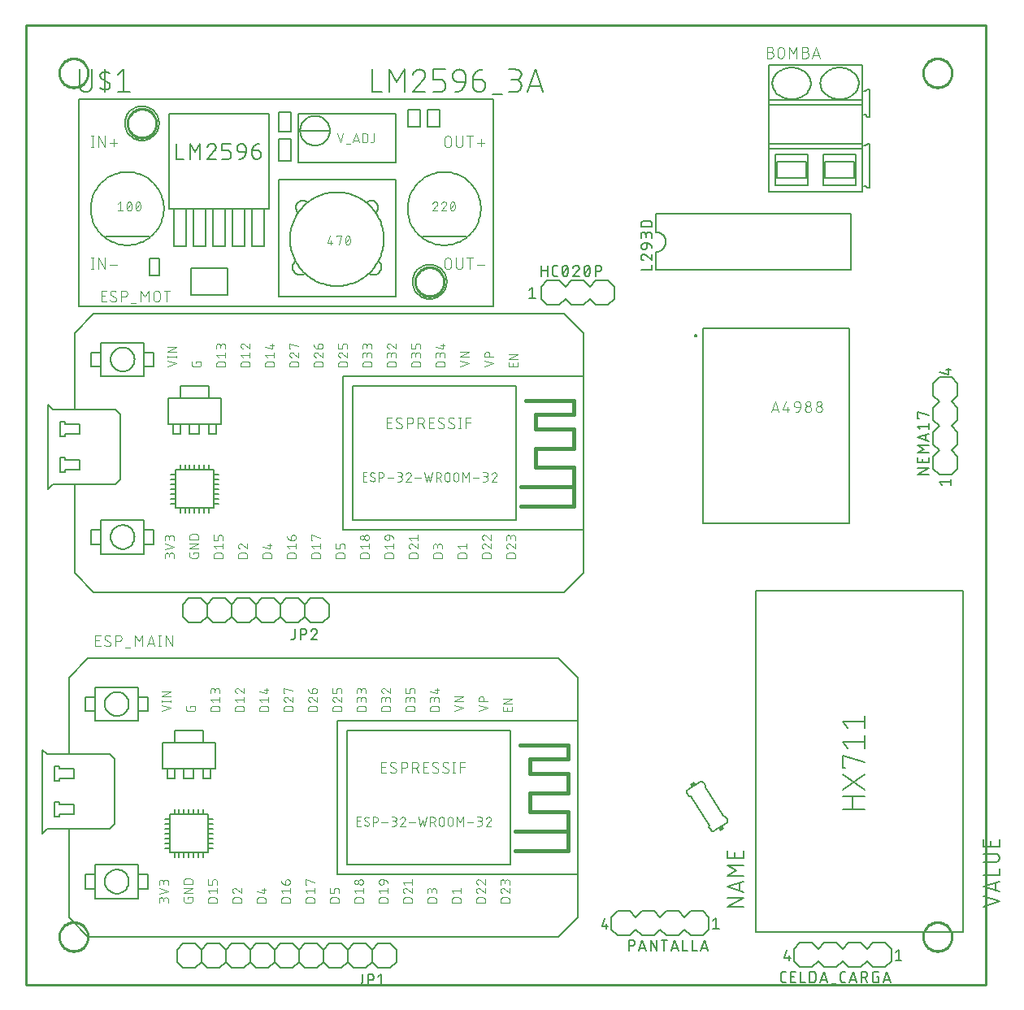
<source format=gbr>
G04 EAGLE Gerber RS-274X export*
G75*
%MOIN*%
%FSLAX34Y34*%
%LPD*%
%INSilkscreen Top*%
%IPPOS*%
%AMOC8*
5,1,8,0,0,1.08239X$1,22.5*%
G01*
%ADD10C,0.006000*%
%ADD11C,0.005000*%
%ADD12C,0.004000*%
%ADD13C,0.003000*%
%ADD14C,0.008000*%
%ADD15C,0.007874*%
%ADD16R,0.015000X0.020000*%
%ADD17C,0.016000*%
%ADD18C,0.010000*%


D10*
X33862Y31619D02*
X25862Y31619D01*
X25862Y29319D02*
X33862Y29319D01*
X33862Y31619D01*
X25862Y31619D02*
X25862Y30869D01*
X25862Y30069D02*
X25862Y29319D01*
X25862Y30069D02*
X25901Y30071D01*
X25940Y30077D01*
X25978Y30086D01*
X26015Y30099D01*
X26051Y30116D01*
X26084Y30136D01*
X26116Y30160D01*
X26145Y30186D01*
X26171Y30215D01*
X26195Y30247D01*
X26215Y30280D01*
X26232Y30316D01*
X26245Y30353D01*
X26254Y30391D01*
X26260Y30430D01*
X26262Y30469D01*
X26260Y30508D01*
X26254Y30547D01*
X26245Y30585D01*
X26232Y30622D01*
X26215Y30658D01*
X26195Y30691D01*
X26171Y30723D01*
X26145Y30752D01*
X26116Y30778D01*
X26084Y30802D01*
X26051Y30822D01*
X26015Y30839D01*
X25978Y30852D01*
X25940Y30861D01*
X25901Y30867D01*
X25862Y30869D01*
D11*
X25687Y29344D02*
X25237Y29344D01*
X25687Y29344D02*
X25687Y29544D01*
X25350Y29968D02*
X25330Y29966D01*
X25311Y29961D01*
X25294Y29953D01*
X25277Y29942D01*
X25263Y29928D01*
X25252Y29912D01*
X25244Y29894D01*
X25239Y29875D01*
X25237Y29855D01*
X25239Y29832D01*
X25244Y29810D01*
X25253Y29789D01*
X25265Y29770D01*
X25280Y29752D01*
X25297Y29738D01*
X25316Y29726D01*
X25337Y29717D01*
X25438Y29930D02*
X25423Y29943D01*
X25407Y29954D01*
X25389Y29962D01*
X25370Y29966D01*
X25350Y29968D01*
X25437Y29930D02*
X25687Y29718D01*
X25687Y29968D01*
X25487Y30268D02*
X25487Y30418D01*
X25487Y30268D02*
X25485Y30251D01*
X25481Y30234D01*
X25474Y30218D01*
X25464Y30204D01*
X25451Y30191D01*
X25437Y30181D01*
X25421Y30174D01*
X25404Y30170D01*
X25387Y30168D01*
X25362Y30168D01*
X25341Y30170D01*
X25321Y30175D01*
X25303Y30183D01*
X25285Y30194D01*
X25270Y30208D01*
X25257Y30225D01*
X25248Y30243D01*
X25241Y30262D01*
X25237Y30283D01*
X25237Y30303D01*
X25241Y30324D01*
X25248Y30343D01*
X25257Y30361D01*
X25270Y30378D01*
X25285Y30392D01*
X25303Y30403D01*
X25321Y30411D01*
X25341Y30416D01*
X25362Y30418D01*
X25487Y30418D01*
X25513Y30416D01*
X25539Y30411D01*
X25564Y30403D01*
X25587Y30391D01*
X25609Y30377D01*
X25628Y30359D01*
X25646Y30340D01*
X25660Y30318D01*
X25672Y30295D01*
X25680Y30270D01*
X25685Y30244D01*
X25687Y30218D01*
X25687Y30618D02*
X25687Y30743D01*
X25685Y30764D01*
X25680Y30784D01*
X25672Y30802D01*
X25661Y30820D01*
X25647Y30835D01*
X25630Y30848D01*
X25612Y30857D01*
X25593Y30864D01*
X25572Y30868D01*
X25552Y30868D01*
X25531Y30864D01*
X25512Y30857D01*
X25494Y30848D01*
X25477Y30835D01*
X25463Y30820D01*
X25452Y30802D01*
X25444Y30784D01*
X25439Y30764D01*
X25437Y30743D01*
X25237Y30768D02*
X25237Y30618D01*
X25237Y30768D02*
X25239Y30786D01*
X25244Y30804D01*
X25252Y30821D01*
X25263Y30835D01*
X25277Y30848D01*
X25292Y30858D01*
X25310Y30864D01*
X25328Y30868D01*
X25346Y30868D01*
X25364Y30864D01*
X25382Y30858D01*
X25397Y30848D01*
X25411Y30835D01*
X25422Y30821D01*
X25430Y30804D01*
X25435Y30786D01*
X25437Y30768D01*
X25437Y30668D01*
X25237Y31083D02*
X25687Y31083D01*
X25237Y31083D02*
X25237Y31208D01*
X25239Y31228D01*
X25243Y31247D01*
X25251Y31265D01*
X25261Y31281D01*
X25274Y31296D01*
X25289Y31309D01*
X25305Y31319D01*
X25323Y31327D01*
X25342Y31331D01*
X25362Y31333D01*
X25562Y31333D01*
X25582Y31331D01*
X25601Y31327D01*
X25619Y31319D01*
X25635Y31309D01*
X25650Y31296D01*
X25663Y31281D01*
X25673Y31265D01*
X25681Y31247D01*
X25685Y31228D01*
X25687Y31208D01*
X25687Y31083D01*
D10*
X34754Y720D02*
X35254Y720D01*
X34754Y720D02*
X34504Y970D01*
X34504Y1470D02*
X34754Y1720D01*
X34504Y970D02*
X34254Y720D01*
X33754Y720D01*
X33504Y970D01*
X33504Y1470D02*
X33754Y1720D01*
X34254Y1720D01*
X34504Y1470D01*
X35504Y1470D02*
X35504Y970D01*
X35254Y720D01*
X35504Y1470D02*
X35254Y1720D01*
X34754Y1720D01*
X33504Y970D02*
X33254Y720D01*
X32754Y720D01*
X32504Y970D01*
X32504Y1470D02*
X32754Y1720D01*
X33254Y1720D01*
X33504Y1470D01*
X32254Y720D02*
X31754Y720D01*
X31504Y970D01*
X31504Y1470D01*
X31754Y1720D01*
X32504Y970D02*
X32254Y720D01*
X32504Y1470D02*
X32254Y1720D01*
X31754Y1720D01*
D11*
X35679Y1345D02*
X35804Y1445D01*
X35804Y995D01*
X35679Y995D02*
X35929Y995D01*
X31229Y1445D02*
X31129Y1095D01*
X31379Y1095D01*
X31304Y1195D02*
X31304Y995D01*
X31187Y95D02*
X31087Y95D01*
X31070Y97D01*
X31053Y101D01*
X31037Y108D01*
X31023Y118D01*
X31010Y131D01*
X31000Y145D01*
X30993Y161D01*
X30989Y178D01*
X30987Y195D01*
X30987Y445D01*
X30989Y462D01*
X30993Y479D01*
X31000Y495D01*
X31010Y509D01*
X31023Y522D01*
X31037Y532D01*
X31053Y539D01*
X31070Y543D01*
X31087Y545D01*
X31187Y545D01*
X31380Y95D02*
X31580Y95D01*
X31380Y95D02*
X31380Y545D01*
X31580Y545D01*
X31530Y345D02*
X31380Y345D01*
X31770Y545D02*
X31770Y95D01*
X31970Y95D01*
X32159Y95D02*
X32159Y545D01*
X32284Y545D01*
X32304Y543D01*
X32323Y539D01*
X32341Y531D01*
X32357Y521D01*
X32372Y508D01*
X32385Y493D01*
X32395Y477D01*
X32403Y459D01*
X32407Y440D01*
X32409Y420D01*
X32409Y220D01*
X32407Y200D01*
X32403Y181D01*
X32395Y163D01*
X32385Y147D01*
X32372Y132D01*
X32357Y119D01*
X32341Y109D01*
X32323Y101D01*
X32304Y97D01*
X32284Y95D01*
X32159Y95D01*
X32599Y95D02*
X32749Y545D01*
X32899Y95D01*
X32861Y208D02*
X32636Y208D01*
X33054Y45D02*
X33254Y45D01*
X33532Y95D02*
X33632Y95D01*
X33532Y95D02*
X33515Y97D01*
X33498Y101D01*
X33482Y108D01*
X33468Y118D01*
X33455Y131D01*
X33445Y145D01*
X33438Y161D01*
X33434Y178D01*
X33432Y195D01*
X33432Y445D01*
X33434Y462D01*
X33438Y479D01*
X33445Y495D01*
X33455Y509D01*
X33468Y522D01*
X33482Y532D01*
X33498Y539D01*
X33515Y543D01*
X33532Y545D01*
X33632Y545D01*
X33934Y545D02*
X33784Y95D01*
X34084Y95D02*
X33934Y545D01*
X34046Y208D02*
X33821Y208D01*
X34277Y95D02*
X34277Y545D01*
X34402Y545D01*
X34423Y543D01*
X34443Y538D01*
X34461Y530D01*
X34479Y519D01*
X34494Y505D01*
X34507Y488D01*
X34516Y470D01*
X34523Y451D01*
X34527Y430D01*
X34527Y410D01*
X34523Y389D01*
X34516Y370D01*
X34507Y352D01*
X34494Y335D01*
X34479Y321D01*
X34461Y310D01*
X34443Y302D01*
X34423Y297D01*
X34402Y295D01*
X34277Y295D01*
X34427Y295D02*
X34527Y95D01*
X34914Y345D02*
X34989Y345D01*
X34989Y95D01*
X34839Y95D01*
X34822Y97D01*
X34805Y101D01*
X34789Y108D01*
X34775Y118D01*
X34762Y131D01*
X34752Y145D01*
X34745Y161D01*
X34741Y178D01*
X34739Y195D01*
X34739Y445D01*
X34741Y462D01*
X34745Y479D01*
X34752Y495D01*
X34762Y509D01*
X34775Y522D01*
X34789Y532D01*
X34805Y539D01*
X34822Y543D01*
X34839Y545D01*
X34989Y545D01*
X35329Y545D02*
X35179Y95D01*
X35479Y95D02*
X35329Y545D01*
X35441Y208D02*
X35216Y208D01*
D10*
X27774Y2020D02*
X27274Y2020D01*
X27024Y2270D01*
X27024Y2770D02*
X27274Y3020D01*
X27024Y2270D02*
X26774Y2020D01*
X26274Y2020D01*
X26024Y2270D01*
X26024Y2770D02*
X26274Y3020D01*
X26774Y3020D01*
X27024Y2770D01*
X28024Y2770D02*
X28024Y2270D01*
X27774Y2020D01*
X28024Y2770D02*
X27774Y3020D01*
X27274Y3020D01*
X26024Y2270D02*
X25774Y2020D01*
X25274Y2020D01*
X25024Y2270D01*
X25024Y2770D02*
X25274Y3020D01*
X25774Y3020D01*
X26024Y2770D01*
X24774Y2020D02*
X24274Y2020D01*
X24024Y2270D01*
X24024Y2770D01*
X24274Y3020D01*
X25024Y2270D02*
X24774Y2020D01*
X25024Y2770D02*
X24774Y3020D01*
X24274Y3020D01*
D11*
X28199Y2645D02*
X28324Y2745D01*
X28324Y2295D01*
X28199Y2295D02*
X28449Y2295D01*
X23749Y2745D02*
X23649Y2395D01*
X23899Y2395D01*
X23824Y2495D02*
X23824Y2295D01*
X24746Y1845D02*
X24746Y1395D01*
X24746Y1845D02*
X24871Y1845D01*
X24892Y1843D01*
X24912Y1838D01*
X24930Y1830D01*
X24948Y1819D01*
X24963Y1805D01*
X24976Y1788D01*
X24985Y1770D01*
X24992Y1751D01*
X24996Y1730D01*
X24996Y1710D01*
X24992Y1689D01*
X24985Y1670D01*
X24976Y1652D01*
X24963Y1635D01*
X24948Y1621D01*
X24930Y1610D01*
X24912Y1602D01*
X24892Y1597D01*
X24871Y1595D01*
X24746Y1595D01*
X25149Y1395D02*
X25299Y1845D01*
X25449Y1395D01*
X25411Y1507D02*
X25186Y1507D01*
X25639Y1395D02*
X25639Y1845D01*
X25889Y1395D01*
X25889Y1845D01*
X26199Y1845D02*
X26199Y1395D01*
X26074Y1845D02*
X26324Y1845D01*
X26619Y1845D02*
X26469Y1395D01*
X26769Y1395D02*
X26619Y1845D01*
X26731Y1507D02*
X26506Y1507D01*
X26960Y1395D02*
X26960Y1845D01*
X26960Y1395D02*
X27160Y1395D01*
X27350Y1395D02*
X27350Y1845D01*
X27350Y1395D02*
X27550Y1395D01*
X27699Y1395D02*
X27849Y1845D01*
X27999Y1395D01*
X27961Y1507D02*
X27736Y1507D01*
D10*
X37217Y21163D02*
X37217Y21663D01*
X37467Y21913D01*
X37967Y21913D02*
X38217Y21663D01*
X37467Y21913D02*
X37217Y22163D01*
X37217Y22663D01*
X37467Y22913D01*
X37967Y22913D02*
X38217Y22663D01*
X38217Y22163D01*
X37967Y21913D01*
X37967Y20913D02*
X37467Y20913D01*
X37217Y21163D01*
X37967Y20913D02*
X38217Y21163D01*
X38217Y21663D01*
X37467Y22913D02*
X37217Y23163D01*
X37217Y23663D01*
X37467Y23913D01*
X37967Y23913D02*
X38217Y23663D01*
X38217Y23163D01*
X37967Y22913D01*
X37217Y24163D02*
X37217Y24663D01*
X37467Y24913D01*
X37967Y24913D01*
X38217Y24663D01*
X37467Y23913D02*
X37217Y24163D01*
X37967Y23913D02*
X38217Y24163D01*
X38217Y24663D01*
D11*
X37492Y20613D02*
X37592Y20488D01*
X37492Y20613D02*
X37942Y20613D01*
X37942Y20488D02*
X37942Y20738D01*
X37842Y25038D02*
X37492Y25138D01*
X37842Y25038D02*
X37842Y25288D01*
X37742Y25213D02*
X37942Y25213D01*
X37042Y20938D02*
X36592Y20938D01*
X37042Y21188D01*
X36592Y21188D01*
X37042Y21419D02*
X37042Y21619D01*
X37042Y21419D02*
X36592Y21419D01*
X36592Y21619D01*
X36792Y21569D02*
X36792Y21419D01*
X36592Y21813D02*
X37042Y21813D01*
X36842Y21963D02*
X36592Y21813D01*
X36842Y21963D02*
X36592Y22113D01*
X37042Y22113D01*
X37042Y22308D02*
X36592Y22458D01*
X37042Y22608D01*
X36929Y22571D02*
X36929Y22346D01*
X36692Y22783D02*
X36592Y22908D01*
X37042Y22908D01*
X37042Y22783D02*
X37042Y23033D01*
X36642Y23233D02*
X36592Y23233D01*
X36592Y23483D01*
X37042Y23358D01*
D10*
X21888Y28886D02*
X21388Y28886D01*
X21888Y28886D02*
X22138Y28636D01*
X22138Y28136D02*
X21888Y27886D01*
X22138Y28636D02*
X22388Y28886D01*
X22888Y28886D01*
X23138Y28636D01*
X23138Y28136D02*
X22888Y27886D01*
X22388Y27886D01*
X22138Y28136D01*
X21138Y28136D02*
X21138Y28636D01*
X21388Y28886D01*
X21138Y28136D02*
X21388Y27886D01*
X21888Y27886D01*
X23138Y28636D02*
X23388Y28886D01*
X23888Y28886D01*
X24138Y28636D01*
X24138Y28136D02*
X23888Y27886D01*
X23388Y27886D01*
X23138Y28136D01*
X24138Y28136D02*
X24138Y28636D01*
D11*
X20788Y28611D02*
X20663Y28511D01*
X20788Y28611D02*
X20788Y28161D01*
X20663Y28161D02*
X20913Y28161D01*
X21163Y29061D02*
X21163Y29511D01*
X21163Y29311D02*
X21413Y29311D01*
X21413Y29511D02*
X21413Y29061D01*
X21726Y29061D02*
X21826Y29061D01*
X21726Y29061D02*
X21709Y29063D01*
X21692Y29067D01*
X21676Y29074D01*
X21662Y29084D01*
X21649Y29097D01*
X21639Y29111D01*
X21632Y29127D01*
X21628Y29144D01*
X21626Y29161D01*
X21626Y29411D01*
X21628Y29428D01*
X21632Y29445D01*
X21639Y29461D01*
X21649Y29475D01*
X21662Y29488D01*
X21676Y29498D01*
X21692Y29505D01*
X21709Y29509D01*
X21726Y29511D01*
X21826Y29511D01*
X22041Y29449D02*
X22027Y29418D01*
X22017Y29386D01*
X22009Y29353D01*
X22005Y29320D01*
X22003Y29286D01*
X22040Y29448D02*
X22047Y29463D01*
X22056Y29477D01*
X22067Y29489D01*
X22081Y29498D01*
X22096Y29505D01*
X22112Y29510D01*
X22128Y29511D01*
X22144Y29510D01*
X22160Y29505D01*
X22175Y29498D01*
X22189Y29489D01*
X22200Y29477D01*
X22209Y29463D01*
X22216Y29448D01*
X22215Y29449D02*
X22229Y29418D01*
X22239Y29386D01*
X22247Y29353D01*
X22251Y29320D01*
X22253Y29286D01*
X22003Y29286D02*
X22005Y29252D01*
X22009Y29219D01*
X22017Y29186D01*
X22027Y29154D01*
X22041Y29123D01*
X22040Y29123D02*
X22047Y29108D01*
X22056Y29094D01*
X22067Y29082D01*
X22081Y29073D01*
X22096Y29066D01*
X22112Y29061D01*
X22128Y29060D01*
X22215Y29123D02*
X22229Y29154D01*
X22239Y29186D01*
X22247Y29219D01*
X22251Y29252D01*
X22253Y29286D01*
X22216Y29123D02*
X22209Y29108D01*
X22200Y29094D01*
X22189Y29082D01*
X22175Y29073D01*
X22160Y29066D01*
X22144Y29061D01*
X22128Y29060D01*
X22028Y29161D02*
X22228Y29411D01*
X22590Y29511D02*
X22610Y29509D01*
X22629Y29504D01*
X22647Y29496D01*
X22663Y29485D01*
X22677Y29471D01*
X22688Y29455D01*
X22696Y29437D01*
X22701Y29418D01*
X22703Y29398D01*
X22590Y29511D02*
X22567Y29509D01*
X22545Y29504D01*
X22524Y29495D01*
X22505Y29483D01*
X22487Y29468D01*
X22473Y29451D01*
X22461Y29432D01*
X22452Y29411D01*
X22665Y29310D02*
X22678Y29325D01*
X22689Y29341D01*
X22697Y29359D01*
X22701Y29378D01*
X22703Y29398D01*
X22665Y29311D02*
X22453Y29061D01*
X22703Y29061D01*
X22903Y29286D02*
X22905Y29320D01*
X22909Y29353D01*
X22917Y29386D01*
X22927Y29418D01*
X22941Y29449D01*
X22940Y29448D02*
X22947Y29463D01*
X22956Y29477D01*
X22967Y29489D01*
X22981Y29498D01*
X22996Y29505D01*
X23012Y29510D01*
X23028Y29511D01*
X23044Y29510D01*
X23060Y29505D01*
X23075Y29498D01*
X23089Y29489D01*
X23100Y29477D01*
X23109Y29463D01*
X23116Y29448D01*
X23115Y29449D02*
X23129Y29418D01*
X23139Y29386D01*
X23147Y29353D01*
X23151Y29320D01*
X23153Y29286D01*
X22903Y29286D02*
X22905Y29252D01*
X22909Y29219D01*
X22917Y29186D01*
X22927Y29154D01*
X22941Y29123D01*
X22940Y29123D02*
X22947Y29108D01*
X22956Y29094D01*
X22967Y29082D01*
X22981Y29073D01*
X22996Y29066D01*
X23012Y29061D01*
X23028Y29060D01*
X23115Y29123D02*
X23129Y29154D01*
X23139Y29186D01*
X23147Y29219D01*
X23151Y29252D01*
X23153Y29286D01*
X23116Y29123D02*
X23109Y29108D01*
X23100Y29094D01*
X23089Y29082D01*
X23075Y29073D01*
X23060Y29066D01*
X23044Y29061D01*
X23028Y29060D01*
X22928Y29161D02*
X23128Y29411D01*
X23375Y29511D02*
X23375Y29061D01*
X23375Y29511D02*
X23500Y29511D01*
X23521Y29509D01*
X23541Y29504D01*
X23559Y29496D01*
X23577Y29485D01*
X23592Y29471D01*
X23605Y29454D01*
X23614Y29436D01*
X23621Y29417D01*
X23625Y29396D01*
X23625Y29376D01*
X23621Y29355D01*
X23614Y29336D01*
X23605Y29318D01*
X23592Y29301D01*
X23577Y29287D01*
X23559Y29276D01*
X23541Y29268D01*
X23521Y29263D01*
X23500Y29261D01*
X23375Y29261D01*
X19169Y27837D02*
X2169Y27837D01*
X19169Y27837D02*
X19169Y36337D01*
X2169Y36337D01*
X2169Y27837D01*
X4069Y35337D02*
X4071Y35389D01*
X4077Y35441D01*
X4087Y35493D01*
X4100Y35543D01*
X4117Y35593D01*
X4138Y35641D01*
X4163Y35687D01*
X4191Y35731D01*
X4222Y35773D01*
X4256Y35813D01*
X4293Y35850D01*
X4333Y35884D01*
X4375Y35915D01*
X4419Y35943D01*
X4465Y35968D01*
X4513Y35989D01*
X4563Y36006D01*
X4613Y36019D01*
X4665Y36029D01*
X4717Y36035D01*
X4769Y36037D01*
X4821Y36035D01*
X4873Y36029D01*
X4925Y36019D01*
X4975Y36006D01*
X5025Y35989D01*
X5073Y35968D01*
X5119Y35943D01*
X5163Y35915D01*
X5205Y35884D01*
X5245Y35850D01*
X5282Y35813D01*
X5316Y35773D01*
X5347Y35731D01*
X5375Y35687D01*
X5400Y35641D01*
X5421Y35593D01*
X5438Y35543D01*
X5451Y35493D01*
X5461Y35441D01*
X5467Y35389D01*
X5469Y35337D01*
X5467Y35285D01*
X5461Y35233D01*
X5451Y35181D01*
X5438Y35131D01*
X5421Y35081D01*
X5400Y35033D01*
X5375Y34987D01*
X5347Y34943D01*
X5316Y34901D01*
X5282Y34861D01*
X5245Y34824D01*
X5205Y34790D01*
X5163Y34759D01*
X5119Y34731D01*
X5073Y34706D01*
X5025Y34685D01*
X4975Y34668D01*
X4925Y34655D01*
X4873Y34645D01*
X4821Y34639D01*
X4769Y34637D01*
X4717Y34639D01*
X4665Y34645D01*
X4613Y34655D01*
X4563Y34668D01*
X4513Y34685D01*
X4465Y34706D01*
X4419Y34731D01*
X4375Y34759D01*
X4333Y34790D01*
X4293Y34824D01*
X4256Y34861D01*
X4222Y34901D01*
X4191Y34943D01*
X4163Y34987D01*
X4138Y35033D01*
X4117Y35081D01*
X4100Y35131D01*
X4087Y35181D01*
X4077Y35233D01*
X4071Y35285D01*
X4069Y35337D01*
X15869Y28837D02*
X15871Y28889D01*
X15877Y28941D01*
X15887Y28993D01*
X15900Y29043D01*
X15917Y29093D01*
X15938Y29141D01*
X15963Y29187D01*
X15991Y29231D01*
X16022Y29273D01*
X16056Y29313D01*
X16093Y29350D01*
X16133Y29384D01*
X16175Y29415D01*
X16219Y29443D01*
X16265Y29468D01*
X16313Y29489D01*
X16363Y29506D01*
X16413Y29519D01*
X16465Y29529D01*
X16517Y29535D01*
X16569Y29537D01*
X16621Y29535D01*
X16673Y29529D01*
X16725Y29519D01*
X16775Y29506D01*
X16825Y29489D01*
X16873Y29468D01*
X16919Y29443D01*
X16963Y29415D01*
X17005Y29384D01*
X17045Y29350D01*
X17082Y29313D01*
X17116Y29273D01*
X17147Y29231D01*
X17175Y29187D01*
X17200Y29141D01*
X17221Y29093D01*
X17238Y29043D01*
X17251Y28993D01*
X17261Y28941D01*
X17267Y28889D01*
X17269Y28837D01*
X17267Y28785D01*
X17261Y28733D01*
X17251Y28681D01*
X17238Y28631D01*
X17221Y28581D01*
X17200Y28533D01*
X17175Y28487D01*
X17147Y28443D01*
X17116Y28401D01*
X17082Y28361D01*
X17045Y28324D01*
X17005Y28290D01*
X16963Y28259D01*
X16919Y28231D01*
X16873Y28206D01*
X16825Y28185D01*
X16775Y28168D01*
X16725Y28155D01*
X16673Y28145D01*
X16621Y28139D01*
X16569Y28137D01*
X16517Y28139D01*
X16465Y28145D01*
X16413Y28155D01*
X16363Y28168D01*
X16313Y28185D01*
X16265Y28206D01*
X16219Y28231D01*
X16175Y28259D01*
X16133Y28290D01*
X16093Y28324D01*
X16056Y28361D01*
X16022Y28401D01*
X15991Y28443D01*
X15963Y28487D01*
X15938Y28533D01*
X15917Y28581D01*
X15900Y28631D01*
X15887Y28681D01*
X15877Y28733D01*
X15871Y28785D01*
X15869Y28837D01*
X15169Y35737D02*
X11169Y35737D01*
X11169Y33737D01*
X15169Y33737D01*
X15169Y35737D01*
X11261Y35037D02*
X11263Y35086D01*
X11269Y35135D01*
X11279Y35183D01*
X11292Y35230D01*
X11310Y35275D01*
X11331Y35320D01*
X11355Y35362D01*
X11383Y35402D01*
X11414Y35440D01*
X11448Y35475D01*
X11484Y35508D01*
X11524Y35537D01*
X11565Y35564D01*
X11608Y35586D01*
X11653Y35605D01*
X11700Y35621D01*
X11747Y35633D01*
X11796Y35641D01*
X11845Y35645D01*
X11893Y35645D01*
X11942Y35641D01*
X11991Y35633D01*
X12038Y35621D01*
X12085Y35605D01*
X12130Y35586D01*
X12173Y35564D01*
X12214Y35537D01*
X12254Y35508D01*
X12290Y35475D01*
X12324Y35440D01*
X12355Y35402D01*
X12383Y35362D01*
X12407Y35320D01*
X12428Y35275D01*
X12446Y35230D01*
X12459Y35183D01*
X12469Y35135D01*
X12475Y35086D01*
X12477Y35037D01*
X12475Y34988D01*
X12469Y34939D01*
X12459Y34891D01*
X12446Y34844D01*
X12428Y34799D01*
X12407Y34754D01*
X12383Y34712D01*
X12355Y34672D01*
X12324Y34634D01*
X12290Y34599D01*
X12254Y34566D01*
X12214Y34537D01*
X12173Y34510D01*
X12130Y34488D01*
X12085Y34469D01*
X12038Y34453D01*
X11991Y34441D01*
X11942Y34433D01*
X11893Y34429D01*
X11845Y34429D01*
X11796Y34433D01*
X11747Y34441D01*
X11700Y34453D01*
X11653Y34469D01*
X11608Y34488D01*
X11565Y34510D01*
X11524Y34537D01*
X11484Y34566D01*
X11448Y34599D01*
X11414Y34634D01*
X11383Y34672D01*
X11355Y34712D01*
X11331Y34754D01*
X11310Y34799D01*
X11292Y34844D01*
X11279Y34891D01*
X11269Y34939D01*
X11263Y34988D01*
X11261Y35037D01*
X11269Y35037D02*
X12469Y35037D01*
X15169Y33037D02*
X15169Y28237D01*
X15169Y33037D02*
X10369Y33037D01*
X10369Y28237D01*
X15169Y28237D01*
X9969Y31837D02*
X9969Y35737D01*
X9969Y31837D02*
X5869Y31837D01*
X5869Y35737D01*
X9969Y35737D01*
D10*
X6199Y34507D02*
X6199Y33867D01*
X6484Y33867D01*
X6737Y33867D02*
X6737Y34507D01*
X6950Y34151D01*
X7164Y34507D01*
X7164Y33867D01*
X7805Y34347D02*
X7803Y34370D01*
X7799Y34392D01*
X7791Y34413D01*
X7780Y34434D01*
X7766Y34452D01*
X7750Y34468D01*
X7732Y34482D01*
X7711Y34493D01*
X7690Y34501D01*
X7668Y34505D01*
X7645Y34507D01*
X7619Y34505D01*
X7594Y34501D01*
X7569Y34493D01*
X7546Y34481D01*
X7524Y34468D01*
X7504Y34451D01*
X7486Y34432D01*
X7471Y34411D01*
X7459Y34389D01*
X7449Y34364D01*
X7752Y34222D02*
X7767Y34240D01*
X7781Y34259D01*
X7791Y34279D01*
X7799Y34301D01*
X7803Y34324D01*
X7805Y34347D01*
X7752Y34222D02*
X7449Y33867D01*
X7805Y33867D01*
X8065Y33867D02*
X8278Y33867D01*
X8300Y33869D01*
X8322Y33874D01*
X8342Y33882D01*
X8361Y33894D01*
X8378Y33909D01*
X8393Y33926D01*
X8405Y33945D01*
X8413Y33965D01*
X8418Y33987D01*
X8420Y34009D01*
X8420Y34080D01*
X8418Y34102D01*
X8413Y34124D01*
X8405Y34144D01*
X8393Y34163D01*
X8378Y34180D01*
X8361Y34195D01*
X8342Y34207D01*
X8322Y34215D01*
X8300Y34220D01*
X8278Y34222D01*
X8065Y34222D01*
X8065Y34507D01*
X8420Y34507D01*
X8822Y34151D02*
X9036Y34151D01*
X8822Y34151D02*
X8800Y34153D01*
X8778Y34158D01*
X8758Y34166D01*
X8739Y34178D01*
X8722Y34193D01*
X8707Y34210D01*
X8695Y34229D01*
X8687Y34249D01*
X8682Y34271D01*
X8680Y34293D01*
X8680Y34329D01*
X8682Y34354D01*
X8687Y34379D01*
X8696Y34403D01*
X8708Y34425D01*
X8723Y34446D01*
X8741Y34464D01*
X8762Y34479D01*
X8784Y34491D01*
X8808Y34500D01*
X8833Y34505D01*
X8858Y34507D01*
X8883Y34505D01*
X8908Y34500D01*
X8932Y34491D01*
X8954Y34479D01*
X8975Y34464D01*
X8993Y34446D01*
X9008Y34425D01*
X9020Y34403D01*
X9029Y34379D01*
X9034Y34354D01*
X9036Y34329D01*
X9036Y34151D01*
X9035Y34151D02*
X9033Y34119D01*
X9028Y34088D01*
X9019Y34057D01*
X9007Y34028D01*
X8991Y34000D01*
X8973Y33974D01*
X8952Y33950D01*
X8928Y33929D01*
X8902Y33911D01*
X8874Y33895D01*
X8845Y33883D01*
X8814Y33874D01*
X8783Y33869D01*
X8751Y33867D01*
X9296Y34222D02*
X9509Y34222D01*
X9531Y34220D01*
X9553Y34215D01*
X9573Y34207D01*
X9592Y34195D01*
X9609Y34180D01*
X9624Y34163D01*
X9636Y34144D01*
X9644Y34124D01*
X9649Y34102D01*
X9651Y34080D01*
X9651Y34044D01*
X9649Y34019D01*
X9644Y33994D01*
X9635Y33970D01*
X9623Y33948D01*
X9608Y33927D01*
X9590Y33909D01*
X9569Y33894D01*
X9547Y33882D01*
X9523Y33873D01*
X9498Y33868D01*
X9473Y33866D01*
X9448Y33868D01*
X9423Y33873D01*
X9399Y33882D01*
X9377Y33894D01*
X9356Y33909D01*
X9338Y33927D01*
X9323Y33948D01*
X9311Y33970D01*
X9302Y33994D01*
X9297Y34019D01*
X9295Y34044D01*
X9296Y34044D02*
X9296Y34222D01*
X9298Y34254D01*
X9303Y34285D01*
X9312Y34316D01*
X9324Y34345D01*
X9340Y34373D01*
X9358Y34399D01*
X9379Y34423D01*
X9403Y34444D01*
X9429Y34462D01*
X9457Y34478D01*
X9486Y34490D01*
X9517Y34499D01*
X9548Y34504D01*
X9580Y34506D01*
D11*
X2669Y31837D02*
X2671Y31914D01*
X2677Y31991D01*
X2687Y32068D01*
X2701Y32144D01*
X2718Y32219D01*
X2740Y32293D01*
X2765Y32366D01*
X2795Y32438D01*
X2827Y32508D01*
X2864Y32576D01*
X2903Y32642D01*
X2946Y32706D01*
X2993Y32768D01*
X3042Y32827D01*
X3095Y32884D01*
X3150Y32938D01*
X3208Y32989D01*
X3269Y33037D01*
X3332Y33082D01*
X3397Y33123D01*
X3464Y33161D01*
X3533Y33196D01*
X3604Y33226D01*
X3676Y33254D01*
X3750Y33277D01*
X3824Y33297D01*
X3900Y33313D01*
X3976Y33325D01*
X4053Y33333D01*
X4130Y33337D01*
X4208Y33337D01*
X4285Y33333D01*
X4362Y33325D01*
X4438Y33313D01*
X4514Y33297D01*
X4588Y33277D01*
X4662Y33254D01*
X4734Y33226D01*
X4805Y33196D01*
X4874Y33161D01*
X4941Y33123D01*
X5006Y33082D01*
X5069Y33037D01*
X5130Y32989D01*
X5188Y32938D01*
X5243Y32884D01*
X5296Y32827D01*
X5345Y32768D01*
X5392Y32706D01*
X5435Y32642D01*
X5474Y32576D01*
X5511Y32508D01*
X5543Y32438D01*
X5573Y32366D01*
X5598Y32293D01*
X5620Y32219D01*
X5637Y32144D01*
X5651Y32068D01*
X5661Y31991D01*
X5667Y31914D01*
X5669Y31837D01*
X5667Y31760D01*
X5661Y31683D01*
X5651Y31606D01*
X5637Y31530D01*
X5620Y31455D01*
X5598Y31381D01*
X5573Y31308D01*
X5543Y31236D01*
X5511Y31166D01*
X5474Y31098D01*
X5435Y31032D01*
X5392Y30968D01*
X5345Y30906D01*
X5296Y30847D01*
X5243Y30790D01*
X5188Y30736D01*
X5130Y30685D01*
X5069Y30637D01*
X5006Y30592D01*
X4941Y30551D01*
X4874Y30513D01*
X4805Y30478D01*
X4734Y30448D01*
X4662Y30420D01*
X4588Y30397D01*
X4514Y30377D01*
X4438Y30361D01*
X4362Y30349D01*
X4285Y30341D01*
X4208Y30337D01*
X4130Y30337D01*
X4053Y30341D01*
X3976Y30349D01*
X3900Y30361D01*
X3824Y30377D01*
X3750Y30397D01*
X3676Y30420D01*
X3604Y30448D01*
X3533Y30478D01*
X3464Y30513D01*
X3397Y30551D01*
X3332Y30592D01*
X3269Y30637D01*
X3208Y30685D01*
X3150Y30736D01*
X3095Y30790D01*
X3042Y30847D01*
X2993Y30906D01*
X2946Y30968D01*
X2903Y31032D01*
X2864Y31098D01*
X2827Y31166D01*
X2795Y31236D01*
X2765Y31308D01*
X2740Y31381D01*
X2718Y31455D01*
X2701Y31530D01*
X2687Y31606D01*
X2677Y31683D01*
X2671Y31760D01*
X2669Y31837D01*
X15669Y31837D02*
X15671Y31914D01*
X15677Y31991D01*
X15687Y32068D01*
X15701Y32144D01*
X15718Y32219D01*
X15740Y32293D01*
X15765Y32366D01*
X15795Y32438D01*
X15827Y32508D01*
X15864Y32576D01*
X15903Y32642D01*
X15946Y32706D01*
X15993Y32768D01*
X16042Y32827D01*
X16095Y32884D01*
X16150Y32938D01*
X16208Y32989D01*
X16269Y33037D01*
X16332Y33082D01*
X16397Y33123D01*
X16464Y33161D01*
X16533Y33196D01*
X16604Y33226D01*
X16676Y33254D01*
X16750Y33277D01*
X16824Y33297D01*
X16900Y33313D01*
X16976Y33325D01*
X17053Y33333D01*
X17130Y33337D01*
X17208Y33337D01*
X17285Y33333D01*
X17362Y33325D01*
X17438Y33313D01*
X17514Y33297D01*
X17588Y33277D01*
X17662Y33254D01*
X17734Y33226D01*
X17805Y33196D01*
X17874Y33161D01*
X17941Y33123D01*
X18006Y33082D01*
X18069Y33037D01*
X18130Y32989D01*
X18188Y32938D01*
X18243Y32884D01*
X18296Y32827D01*
X18345Y32768D01*
X18392Y32706D01*
X18435Y32642D01*
X18474Y32576D01*
X18511Y32508D01*
X18543Y32438D01*
X18573Y32366D01*
X18598Y32293D01*
X18620Y32219D01*
X18637Y32144D01*
X18651Y32068D01*
X18661Y31991D01*
X18667Y31914D01*
X18669Y31837D01*
X18667Y31760D01*
X18661Y31683D01*
X18651Y31606D01*
X18637Y31530D01*
X18620Y31455D01*
X18598Y31381D01*
X18573Y31308D01*
X18543Y31236D01*
X18511Y31166D01*
X18474Y31098D01*
X18435Y31032D01*
X18392Y30968D01*
X18345Y30906D01*
X18296Y30847D01*
X18243Y30790D01*
X18188Y30736D01*
X18130Y30685D01*
X18069Y30637D01*
X18006Y30592D01*
X17941Y30551D01*
X17874Y30513D01*
X17805Y30478D01*
X17734Y30448D01*
X17662Y30420D01*
X17588Y30397D01*
X17514Y30377D01*
X17438Y30361D01*
X17362Y30349D01*
X17285Y30341D01*
X17208Y30337D01*
X17130Y30337D01*
X17053Y30341D01*
X16976Y30349D01*
X16900Y30361D01*
X16824Y30377D01*
X16750Y30397D01*
X16676Y30420D01*
X16604Y30448D01*
X16533Y30478D01*
X16464Y30513D01*
X16397Y30551D01*
X16332Y30592D01*
X16269Y30637D01*
X16208Y30685D01*
X16150Y30736D01*
X16095Y30790D01*
X16042Y30847D01*
X15993Y30906D01*
X15946Y30968D01*
X15903Y31032D01*
X15864Y31098D01*
X15827Y31166D01*
X15795Y31236D01*
X15765Y31308D01*
X15740Y31381D01*
X15718Y31455D01*
X15701Y31530D01*
X15687Y31606D01*
X15677Y31683D01*
X15671Y31760D01*
X15669Y31837D01*
D12*
X2740Y34357D02*
X2740Y34817D01*
X2689Y34357D02*
X2792Y34357D01*
X2792Y34817D02*
X2689Y34817D01*
X2988Y34817D02*
X2988Y34357D01*
X3243Y34357D02*
X2988Y34817D01*
X3243Y34817D02*
X3243Y34357D01*
X3457Y34536D02*
X3764Y34536D01*
X3610Y34382D02*
X3610Y34689D01*
X2740Y29817D02*
X2740Y29357D01*
X2689Y29357D02*
X2792Y29357D01*
X2792Y29817D02*
X2689Y29817D01*
X2988Y29817D02*
X2988Y29357D01*
X3243Y29357D02*
X2988Y29817D01*
X3243Y29817D02*
X3243Y29357D01*
X3457Y29536D02*
X3764Y29536D01*
X17189Y29484D02*
X17189Y29689D01*
X17191Y29710D01*
X17196Y29731D01*
X17204Y29750D01*
X17216Y29768D01*
X17230Y29783D01*
X17247Y29796D01*
X17266Y29806D01*
X17286Y29813D01*
X17306Y29817D01*
X17328Y29817D01*
X17348Y29813D01*
X17368Y29806D01*
X17387Y29796D01*
X17404Y29783D01*
X17418Y29768D01*
X17430Y29750D01*
X17438Y29731D01*
X17443Y29710D01*
X17445Y29689D01*
X17445Y29484D01*
X17443Y29463D01*
X17438Y29442D01*
X17430Y29423D01*
X17418Y29405D01*
X17404Y29390D01*
X17387Y29377D01*
X17368Y29367D01*
X17348Y29360D01*
X17328Y29356D01*
X17306Y29356D01*
X17286Y29360D01*
X17266Y29367D01*
X17247Y29377D01*
X17230Y29390D01*
X17216Y29405D01*
X17204Y29423D01*
X17196Y29442D01*
X17191Y29463D01*
X17189Y29484D01*
X17654Y29484D02*
X17654Y29817D01*
X17654Y29484D02*
X17656Y29463D01*
X17661Y29442D01*
X17669Y29423D01*
X17681Y29405D01*
X17695Y29390D01*
X17712Y29377D01*
X17731Y29367D01*
X17751Y29360D01*
X17771Y29356D01*
X17793Y29356D01*
X17813Y29360D01*
X17833Y29367D01*
X17852Y29377D01*
X17869Y29390D01*
X17883Y29405D01*
X17895Y29423D01*
X17903Y29442D01*
X17908Y29463D01*
X17910Y29484D01*
X17910Y29817D01*
X18217Y29817D02*
X18217Y29357D01*
X18089Y29817D02*
X18345Y29817D01*
X18514Y29536D02*
X18820Y29536D01*
X17189Y34484D02*
X17189Y34689D01*
X17191Y34710D01*
X17196Y34731D01*
X17204Y34750D01*
X17216Y34768D01*
X17230Y34783D01*
X17247Y34796D01*
X17266Y34806D01*
X17286Y34813D01*
X17306Y34817D01*
X17328Y34817D01*
X17348Y34813D01*
X17368Y34806D01*
X17387Y34796D01*
X17404Y34783D01*
X17418Y34768D01*
X17430Y34750D01*
X17438Y34731D01*
X17443Y34710D01*
X17445Y34689D01*
X17445Y34484D01*
X17443Y34463D01*
X17438Y34442D01*
X17430Y34423D01*
X17418Y34405D01*
X17404Y34390D01*
X17387Y34377D01*
X17368Y34367D01*
X17348Y34360D01*
X17328Y34356D01*
X17306Y34356D01*
X17286Y34360D01*
X17266Y34367D01*
X17247Y34377D01*
X17230Y34390D01*
X17216Y34405D01*
X17204Y34423D01*
X17196Y34442D01*
X17191Y34463D01*
X17189Y34484D01*
X17654Y34484D02*
X17654Y34817D01*
X17654Y34484D02*
X17656Y34463D01*
X17661Y34442D01*
X17669Y34423D01*
X17681Y34405D01*
X17695Y34390D01*
X17712Y34377D01*
X17731Y34367D01*
X17751Y34360D01*
X17771Y34356D01*
X17793Y34356D01*
X17813Y34360D01*
X17833Y34367D01*
X17852Y34377D01*
X17869Y34390D01*
X17883Y34405D01*
X17895Y34423D01*
X17903Y34442D01*
X17908Y34463D01*
X17910Y34484D01*
X17910Y34817D01*
X18217Y34817D02*
X18217Y34357D01*
X18089Y34817D02*
X18345Y34817D01*
X18514Y34536D02*
X18820Y34536D01*
X18667Y34689D02*
X18667Y34382D01*
D11*
X10845Y30587D02*
X10847Y30675D01*
X10853Y30762D01*
X10863Y30849D01*
X10877Y30935D01*
X10895Y31021D01*
X10916Y31106D01*
X10942Y31190D01*
X10971Y31272D01*
X11004Y31354D01*
X11041Y31433D01*
X11081Y31511D01*
X11125Y31587D01*
X11172Y31660D01*
X11223Y31732D01*
X11277Y31801D01*
X11333Y31868D01*
X11393Y31932D01*
X11456Y31993D01*
X11521Y32051D01*
X11589Y32107D01*
X11659Y32159D01*
X11732Y32208D01*
X11807Y32253D01*
X11884Y32295D01*
X11963Y32334D01*
X12043Y32369D01*
X12125Y32400D01*
X12208Y32427D01*
X12292Y32451D01*
X12378Y32471D01*
X12464Y32487D01*
X12550Y32499D01*
X12638Y32507D01*
X12725Y32511D01*
X12813Y32511D01*
X12900Y32507D01*
X12988Y32499D01*
X13074Y32487D01*
X13160Y32471D01*
X13246Y32451D01*
X13330Y32427D01*
X13413Y32400D01*
X13495Y32369D01*
X13575Y32334D01*
X13654Y32295D01*
X13731Y32253D01*
X13806Y32208D01*
X13879Y32159D01*
X13949Y32107D01*
X14017Y32051D01*
X14082Y31993D01*
X14145Y31932D01*
X14205Y31868D01*
X14261Y31801D01*
X14315Y31732D01*
X14366Y31660D01*
X14413Y31587D01*
X14457Y31511D01*
X14497Y31433D01*
X14534Y31354D01*
X14567Y31272D01*
X14596Y31190D01*
X14622Y31106D01*
X14643Y31021D01*
X14661Y30935D01*
X14675Y30849D01*
X14685Y30762D01*
X14691Y30675D01*
X14693Y30587D01*
X14691Y30499D01*
X14685Y30412D01*
X14675Y30325D01*
X14661Y30239D01*
X14643Y30153D01*
X14622Y30068D01*
X14596Y29984D01*
X14567Y29902D01*
X14534Y29820D01*
X14497Y29741D01*
X14457Y29663D01*
X14413Y29587D01*
X14366Y29514D01*
X14315Y29442D01*
X14261Y29373D01*
X14205Y29306D01*
X14145Y29242D01*
X14082Y29181D01*
X14017Y29123D01*
X13949Y29067D01*
X13879Y29015D01*
X13806Y28966D01*
X13731Y28921D01*
X13654Y28879D01*
X13575Y28840D01*
X13495Y28805D01*
X13413Y28774D01*
X13330Y28747D01*
X13246Y28723D01*
X13160Y28703D01*
X13074Y28687D01*
X12988Y28675D01*
X12900Y28667D01*
X12813Y28663D01*
X12725Y28663D01*
X12638Y28667D01*
X12550Y28675D01*
X12464Y28687D01*
X12378Y28703D01*
X12292Y28723D01*
X12208Y28747D01*
X12125Y28774D01*
X12043Y28805D01*
X11963Y28840D01*
X11884Y28879D01*
X11807Y28921D01*
X11732Y28966D01*
X11659Y29015D01*
X11589Y29067D01*
X11521Y29123D01*
X11456Y29181D01*
X11393Y29242D01*
X11333Y29306D01*
X11277Y29373D01*
X11223Y29442D01*
X11172Y29514D01*
X11125Y29587D01*
X11081Y29663D01*
X11041Y29741D01*
X11004Y29820D01*
X10971Y29902D01*
X10942Y29984D01*
X10916Y30068D01*
X10895Y30153D01*
X10877Y30239D01*
X10863Y30325D01*
X10853Y30412D01*
X10847Y30499D01*
X10845Y30587D01*
X5069Y30687D02*
X3269Y30687D01*
X16269Y30687D02*
X18069Y30687D01*
X11569Y32087D02*
X11545Y32109D01*
X11518Y32128D01*
X11489Y32143D01*
X11458Y32156D01*
X11426Y32164D01*
X11394Y32169D01*
X11361Y32170D01*
X11328Y32167D01*
X11296Y32160D01*
X11265Y32150D01*
X11235Y32136D01*
X11207Y32119D01*
X11181Y32098D01*
X11158Y32075D01*
X11137Y32049D01*
X11120Y32021D01*
X11106Y31991D01*
X11096Y31960D01*
X11089Y31928D01*
X11086Y31895D01*
X11087Y31862D01*
X11092Y31830D01*
X11100Y31798D01*
X11113Y31767D01*
X11128Y31738D01*
X11147Y31711D01*
X11169Y31687D01*
X13969Y32087D02*
X13993Y32109D01*
X14020Y32128D01*
X14049Y32143D01*
X14080Y32156D01*
X14112Y32164D01*
X14144Y32169D01*
X14177Y32170D01*
X14210Y32167D01*
X14242Y32160D01*
X14273Y32150D01*
X14303Y32136D01*
X14331Y32119D01*
X14357Y32098D01*
X14380Y32075D01*
X14401Y32049D01*
X14418Y32021D01*
X14432Y31991D01*
X14442Y31960D01*
X14449Y31928D01*
X14452Y31895D01*
X14451Y31862D01*
X14446Y31830D01*
X14438Y31798D01*
X14425Y31767D01*
X14410Y31738D01*
X14391Y31711D01*
X14369Y31687D01*
X14469Y29687D02*
X14495Y29664D01*
X14518Y29638D01*
X14538Y29610D01*
X14555Y29580D01*
X14569Y29548D01*
X14579Y29515D01*
X14586Y29481D01*
X14589Y29446D01*
X14588Y29412D01*
X14583Y29377D01*
X14575Y29344D01*
X14563Y29311D01*
X14548Y29280D01*
X14529Y29251D01*
X14508Y29224D01*
X14483Y29199D01*
X14456Y29178D01*
X14427Y29159D01*
X14396Y29143D01*
X14364Y29131D01*
X14330Y29123D01*
X14296Y29118D01*
X14261Y29117D01*
X14227Y29120D01*
X14192Y29126D01*
X14159Y29136D01*
X14127Y29150D01*
X14097Y29167D01*
X14069Y29187D01*
X11469Y29187D02*
X11441Y29167D01*
X11411Y29150D01*
X11379Y29136D01*
X11346Y29126D01*
X11311Y29120D01*
X11277Y29117D01*
X11242Y29118D01*
X11208Y29123D01*
X11174Y29131D01*
X11142Y29143D01*
X11111Y29159D01*
X11082Y29178D01*
X11055Y29199D01*
X11030Y29224D01*
X11009Y29251D01*
X10990Y29280D01*
X10975Y29311D01*
X10963Y29344D01*
X10955Y29377D01*
X10950Y29412D01*
X10949Y29446D01*
X10952Y29481D01*
X10959Y29515D01*
X10969Y29548D01*
X10983Y29580D01*
X11000Y29610D01*
X11020Y29638D01*
X11043Y29664D01*
X11069Y29687D01*
X8269Y29387D02*
X6769Y29387D01*
X8269Y29387D02*
X8269Y28287D01*
X6769Y28287D01*
X6769Y29387D01*
X6069Y30287D02*
X6069Y31787D01*
X6069Y30287D02*
X6569Y30287D01*
X6569Y31787D01*
X6869Y31787D02*
X6869Y30287D01*
X7369Y30287D01*
X7369Y31787D01*
X7669Y31787D02*
X7669Y30287D01*
X8169Y30287D01*
X8169Y31787D01*
X8469Y31787D02*
X8469Y30287D01*
X8969Y30287D01*
X8969Y31787D01*
X9269Y31787D02*
X9269Y30287D01*
X9769Y30287D01*
X9769Y31787D01*
X10369Y34687D02*
X10869Y34687D01*
X10869Y33787D01*
X10369Y33787D01*
X10369Y34687D01*
X10369Y34987D02*
X10869Y34987D01*
X10869Y35787D01*
X10369Y35787D01*
X10369Y34987D01*
X15669Y35187D02*
X15669Y35887D01*
X15669Y35187D02*
X16169Y35187D01*
X16169Y35887D01*
X15669Y35887D01*
X16469Y35887D02*
X16469Y35187D01*
X16969Y35187D01*
X16969Y35887D01*
X16469Y35887D01*
X5069Y29787D02*
X5069Y29087D01*
X5469Y29087D01*
X5469Y29787D01*
X5069Y29787D01*
D13*
X12908Y34552D02*
X12784Y34922D01*
X13031Y34922D02*
X12908Y34552D01*
X13149Y34511D02*
X13314Y34511D01*
X13432Y34552D02*
X13556Y34922D01*
X13679Y34552D01*
X13648Y34644D02*
X13463Y34644D01*
X13825Y34552D02*
X13825Y34922D01*
X13928Y34922D01*
X13946Y34920D01*
X13963Y34916D01*
X13980Y34908D01*
X13994Y34898D01*
X14007Y34885D01*
X14017Y34871D01*
X14025Y34854D01*
X14029Y34837D01*
X14031Y34819D01*
X14030Y34819D02*
X14030Y34654D01*
X14031Y34654D02*
X14029Y34636D01*
X14025Y34619D01*
X14017Y34602D01*
X14007Y34588D01*
X13994Y34575D01*
X13979Y34565D01*
X13963Y34557D01*
X13946Y34553D01*
X13928Y34551D01*
X13928Y34552D02*
X13825Y34552D01*
X14284Y34634D02*
X14284Y34922D01*
X14284Y34634D02*
X14282Y34618D01*
X14278Y34603D01*
X14270Y34588D01*
X14260Y34576D01*
X14248Y34566D01*
X14233Y34558D01*
X14218Y34554D01*
X14202Y34552D01*
X14160Y34552D01*
X12467Y30722D02*
X12384Y30434D01*
X12590Y30434D01*
X12528Y30516D02*
X12528Y30352D01*
X12744Y30681D02*
X12744Y30722D01*
X12950Y30722D01*
X12847Y30352D01*
X13104Y30537D02*
X13106Y30572D01*
X13112Y30606D01*
X13121Y30639D01*
X13135Y30671D01*
X13142Y30685D01*
X13151Y30697D01*
X13163Y30708D01*
X13176Y30716D01*
X13191Y30720D01*
X13207Y30722D01*
X13223Y30720D01*
X13238Y30716D01*
X13251Y30708D01*
X13263Y30697D01*
X13272Y30685D01*
X13279Y30671D01*
X13293Y30639D01*
X13302Y30606D01*
X13308Y30572D01*
X13310Y30537D01*
X13104Y30537D02*
X13106Y30502D01*
X13112Y30468D01*
X13121Y30435D01*
X13135Y30403D01*
X13142Y30389D01*
X13151Y30377D01*
X13163Y30366D01*
X13176Y30358D01*
X13191Y30354D01*
X13207Y30352D01*
X13279Y30403D02*
X13293Y30435D01*
X13302Y30468D01*
X13308Y30502D01*
X13310Y30537D01*
X13279Y30403D02*
X13272Y30389D01*
X13263Y30377D01*
X13251Y30366D01*
X13238Y30358D01*
X13223Y30354D01*
X13207Y30352D01*
X13125Y30434D02*
X13289Y30639D01*
X3887Y32122D02*
X3784Y32039D01*
X3887Y32122D02*
X3887Y31752D01*
X3784Y31752D02*
X3990Y31752D01*
X4144Y31937D02*
X4146Y31972D01*
X4152Y32006D01*
X4161Y32039D01*
X4175Y32071D01*
X4182Y32085D01*
X4191Y32097D01*
X4203Y32108D01*
X4216Y32116D01*
X4231Y32120D01*
X4247Y32122D01*
X4263Y32120D01*
X4278Y32116D01*
X4291Y32108D01*
X4303Y32097D01*
X4312Y32085D01*
X4319Y32071D01*
X4333Y32039D01*
X4342Y32006D01*
X4348Y31972D01*
X4350Y31937D01*
X4144Y31937D02*
X4146Y31902D01*
X4152Y31868D01*
X4161Y31835D01*
X4175Y31803D01*
X4182Y31789D01*
X4191Y31777D01*
X4203Y31766D01*
X4216Y31758D01*
X4231Y31754D01*
X4247Y31752D01*
X4319Y31803D02*
X4333Y31835D01*
X4342Y31868D01*
X4348Y31902D01*
X4350Y31937D01*
X4319Y31803D02*
X4312Y31789D01*
X4303Y31777D01*
X4291Y31766D01*
X4278Y31758D01*
X4263Y31754D01*
X4247Y31752D01*
X4165Y31834D02*
X4329Y32039D01*
X4504Y31937D02*
X4506Y31972D01*
X4512Y32006D01*
X4521Y32039D01*
X4535Y32071D01*
X4542Y32085D01*
X4551Y32097D01*
X4563Y32108D01*
X4576Y32116D01*
X4591Y32120D01*
X4607Y32122D01*
X4623Y32120D01*
X4638Y32116D01*
X4651Y32108D01*
X4663Y32097D01*
X4672Y32085D01*
X4679Y32071D01*
X4693Y32039D01*
X4702Y32006D01*
X4708Y31972D01*
X4710Y31937D01*
X4504Y31937D02*
X4506Y31902D01*
X4512Y31868D01*
X4521Y31835D01*
X4535Y31803D01*
X4542Y31789D01*
X4551Y31777D01*
X4563Y31766D01*
X4576Y31758D01*
X4591Y31754D01*
X4607Y31752D01*
X4679Y31803D02*
X4693Y31835D01*
X4702Y31868D01*
X4708Y31902D01*
X4710Y31937D01*
X4679Y31803D02*
X4672Y31789D01*
X4663Y31777D01*
X4651Y31766D01*
X4638Y31758D01*
X4623Y31754D01*
X4607Y31752D01*
X4525Y31834D02*
X4689Y32039D01*
X16797Y32122D02*
X16815Y32120D01*
X16833Y32115D01*
X16849Y32106D01*
X16863Y32095D01*
X16874Y32081D01*
X16883Y32065D01*
X16888Y32047D01*
X16890Y32029D01*
X16797Y32122D02*
X16778Y32121D01*
X16760Y32116D01*
X16743Y32109D01*
X16727Y32099D01*
X16713Y32087D01*
X16701Y32073D01*
X16691Y32057D01*
X16684Y32040D01*
X16858Y31957D02*
X16869Y31969D01*
X16878Y31983D01*
X16884Y31997D01*
X16888Y32013D01*
X16889Y32029D01*
X16859Y31957D02*
X16684Y31752D01*
X16890Y31752D01*
X17250Y32029D02*
X17248Y32047D01*
X17243Y32065D01*
X17234Y32081D01*
X17223Y32095D01*
X17209Y32106D01*
X17193Y32115D01*
X17175Y32120D01*
X17157Y32122D01*
X17138Y32121D01*
X17120Y32116D01*
X17103Y32109D01*
X17087Y32099D01*
X17073Y32087D01*
X17061Y32073D01*
X17051Y32057D01*
X17044Y32040D01*
X17218Y31957D02*
X17229Y31969D01*
X17238Y31983D01*
X17244Y31997D01*
X17248Y32013D01*
X17249Y32029D01*
X17219Y31957D02*
X17044Y31752D01*
X17250Y31752D01*
X17404Y31937D02*
X17406Y31972D01*
X17412Y32006D01*
X17421Y32039D01*
X17435Y32071D01*
X17442Y32085D01*
X17451Y32097D01*
X17463Y32108D01*
X17476Y32116D01*
X17491Y32120D01*
X17507Y32122D01*
X17523Y32120D01*
X17538Y32116D01*
X17551Y32108D01*
X17563Y32097D01*
X17572Y32085D01*
X17579Y32071D01*
X17593Y32039D01*
X17602Y32006D01*
X17608Y31972D01*
X17610Y31937D01*
X17404Y31937D02*
X17406Y31902D01*
X17412Y31868D01*
X17421Y31835D01*
X17435Y31803D01*
X17442Y31789D01*
X17451Y31777D01*
X17463Y31766D01*
X17476Y31758D01*
X17491Y31754D01*
X17507Y31752D01*
X17579Y31803D02*
X17593Y31835D01*
X17602Y31868D01*
X17608Y31902D01*
X17610Y31937D01*
X17579Y31803D02*
X17572Y31789D01*
X17563Y31777D01*
X17551Y31766D01*
X17538Y31758D01*
X17523Y31754D01*
X17507Y31752D01*
X17425Y31834D02*
X17589Y32039D01*
D14*
X2209Y36882D02*
X2209Y37547D01*
X2209Y36882D02*
X2211Y36851D01*
X2216Y36821D01*
X2226Y36791D01*
X2238Y36763D01*
X2254Y36737D01*
X2273Y36712D01*
X2295Y36690D01*
X2320Y36671D01*
X2346Y36655D01*
X2374Y36643D01*
X2404Y36633D01*
X2434Y36628D01*
X2465Y36626D01*
X2496Y36628D01*
X2526Y36633D01*
X2556Y36643D01*
X2584Y36655D01*
X2610Y36671D01*
X2635Y36690D01*
X2657Y36712D01*
X2676Y36737D01*
X2692Y36763D01*
X2704Y36791D01*
X2714Y36821D01*
X2719Y36851D01*
X2721Y36882D01*
X2720Y36882D02*
X2720Y37547D01*
X3259Y37547D02*
X3259Y36627D01*
X3259Y37087D02*
X3132Y37163D01*
X3131Y37163D02*
X3112Y37176D01*
X3096Y37192D01*
X3082Y37211D01*
X3071Y37231D01*
X3063Y37253D01*
X3058Y37275D01*
X3057Y37298D01*
X3059Y37321D01*
X3065Y37344D01*
X3074Y37365D01*
X3087Y37385D01*
X3102Y37402D01*
X3119Y37417D01*
X3139Y37429D01*
X3160Y37439D01*
X3183Y37445D01*
X3183Y37444D02*
X3219Y37449D01*
X3256Y37451D01*
X3292Y37449D01*
X3328Y37444D01*
X3364Y37436D01*
X3399Y37425D01*
X3432Y37411D01*
X3464Y37393D01*
X3259Y37087D02*
X3387Y37010D01*
X3388Y37010D02*
X3407Y36997D01*
X3423Y36981D01*
X3437Y36962D01*
X3448Y36942D01*
X3456Y36920D01*
X3461Y36898D01*
X3462Y36875D01*
X3460Y36852D01*
X3454Y36829D01*
X3445Y36808D01*
X3432Y36788D01*
X3417Y36771D01*
X3400Y36756D01*
X3380Y36744D01*
X3359Y36734D01*
X3336Y36728D01*
X3336Y36729D02*
X3300Y36724D01*
X3263Y36722D01*
X3227Y36724D01*
X3191Y36729D01*
X3155Y36737D01*
X3120Y36748D01*
X3087Y36762D01*
X3055Y36780D01*
X3771Y37342D02*
X4027Y37547D01*
X4027Y36627D01*
X4282Y36627D02*
X3771Y36627D01*
X14209Y36627D02*
X14209Y37547D01*
X14209Y36627D02*
X14618Y36627D01*
X14924Y36627D02*
X14924Y37547D01*
X15231Y37036D01*
X15538Y37547D01*
X15538Y36627D01*
X16391Y37317D02*
X16389Y37345D01*
X16384Y37372D01*
X16376Y37399D01*
X16365Y37424D01*
X16350Y37448D01*
X16333Y37470D01*
X16314Y37489D01*
X16292Y37506D01*
X16268Y37521D01*
X16243Y37532D01*
X16216Y37540D01*
X16189Y37545D01*
X16161Y37547D01*
X16161Y37546D02*
X16127Y37544D01*
X16094Y37538D01*
X16062Y37529D01*
X16031Y37516D01*
X16001Y37499D01*
X15974Y37479D01*
X15949Y37456D01*
X15927Y37431D01*
X15908Y37403D01*
X15893Y37373D01*
X15880Y37342D01*
X16314Y37138D02*
X16334Y37159D01*
X16351Y37182D01*
X16365Y37207D01*
X16376Y37233D01*
X16384Y37260D01*
X16389Y37288D01*
X16391Y37317D01*
X16314Y37138D02*
X15880Y36627D01*
X16391Y36627D01*
X16702Y36627D02*
X17008Y36627D01*
X17035Y36629D01*
X17061Y36634D01*
X17086Y36643D01*
X17110Y36654D01*
X17132Y36669D01*
X17152Y36687D01*
X17170Y36707D01*
X17185Y36729D01*
X17196Y36753D01*
X17205Y36778D01*
X17210Y36804D01*
X17212Y36831D01*
X17213Y36831D02*
X17213Y36933D01*
X17212Y36933D02*
X17210Y36960D01*
X17205Y36986D01*
X17196Y37011D01*
X17185Y37035D01*
X17170Y37057D01*
X17152Y37077D01*
X17132Y37095D01*
X17110Y37110D01*
X17086Y37121D01*
X17061Y37130D01*
X17035Y37135D01*
X17008Y37137D01*
X17008Y37138D02*
X16702Y37138D01*
X16702Y37547D01*
X17213Y37547D01*
X17728Y37036D02*
X18035Y37036D01*
X17728Y37036D02*
X17701Y37038D01*
X17675Y37043D01*
X17650Y37052D01*
X17626Y37063D01*
X17604Y37078D01*
X17584Y37096D01*
X17566Y37116D01*
X17551Y37138D01*
X17540Y37162D01*
X17531Y37187D01*
X17526Y37213D01*
X17524Y37240D01*
X17524Y37291D01*
X17523Y37291D02*
X17525Y37322D01*
X17530Y37352D01*
X17540Y37382D01*
X17552Y37410D01*
X17568Y37436D01*
X17587Y37461D01*
X17609Y37483D01*
X17634Y37502D01*
X17660Y37518D01*
X17688Y37530D01*
X17718Y37540D01*
X17748Y37545D01*
X17779Y37547D01*
X17810Y37545D01*
X17840Y37540D01*
X17870Y37530D01*
X17898Y37518D01*
X17924Y37502D01*
X17949Y37483D01*
X17971Y37461D01*
X17990Y37436D01*
X18006Y37410D01*
X18018Y37382D01*
X18028Y37352D01*
X18033Y37322D01*
X18035Y37291D01*
X18035Y37036D01*
X18033Y36998D01*
X18028Y36961D01*
X18019Y36924D01*
X18007Y36888D01*
X17992Y36854D01*
X17974Y36821D01*
X17952Y36790D01*
X17928Y36760D01*
X17902Y36734D01*
X17872Y36710D01*
X17841Y36688D01*
X17808Y36670D01*
X17774Y36655D01*
X17738Y36643D01*
X17701Y36634D01*
X17664Y36629D01*
X17626Y36627D01*
X18346Y37138D02*
X18652Y37138D01*
X18652Y37137D02*
X18679Y37135D01*
X18705Y37130D01*
X18730Y37121D01*
X18754Y37110D01*
X18776Y37095D01*
X18796Y37077D01*
X18814Y37057D01*
X18829Y37035D01*
X18840Y37011D01*
X18849Y36986D01*
X18854Y36960D01*
X18856Y36933D01*
X18857Y36933D02*
X18857Y36882D01*
X18855Y36851D01*
X18850Y36821D01*
X18840Y36791D01*
X18828Y36763D01*
X18812Y36737D01*
X18793Y36712D01*
X18771Y36690D01*
X18746Y36671D01*
X18720Y36655D01*
X18692Y36643D01*
X18662Y36633D01*
X18632Y36628D01*
X18601Y36626D01*
X18570Y36628D01*
X18540Y36633D01*
X18510Y36643D01*
X18482Y36655D01*
X18456Y36671D01*
X18431Y36690D01*
X18409Y36712D01*
X18390Y36737D01*
X18374Y36763D01*
X18362Y36791D01*
X18352Y36821D01*
X18347Y36851D01*
X18345Y36882D01*
X18346Y36882D02*
X18346Y37138D01*
X18348Y37178D01*
X18354Y37218D01*
X18364Y37257D01*
X18377Y37295D01*
X18394Y37331D01*
X18415Y37365D01*
X18439Y37397D01*
X18466Y37427D01*
X18496Y37454D01*
X18528Y37478D01*
X18562Y37499D01*
X18598Y37516D01*
X18636Y37529D01*
X18675Y37539D01*
X18715Y37545D01*
X18755Y37547D01*
X19137Y36524D02*
X19546Y36524D01*
X19825Y36627D02*
X20081Y36627D01*
X20081Y36626D02*
X20112Y36628D01*
X20142Y36633D01*
X20172Y36643D01*
X20200Y36655D01*
X20226Y36671D01*
X20251Y36690D01*
X20273Y36712D01*
X20292Y36737D01*
X20308Y36763D01*
X20320Y36791D01*
X20330Y36821D01*
X20335Y36851D01*
X20337Y36882D01*
X20335Y36913D01*
X20330Y36943D01*
X20320Y36973D01*
X20308Y37001D01*
X20292Y37027D01*
X20273Y37052D01*
X20251Y37074D01*
X20226Y37093D01*
X20200Y37109D01*
X20172Y37121D01*
X20142Y37131D01*
X20112Y37136D01*
X20081Y37138D01*
X20132Y37547D02*
X19825Y37547D01*
X20132Y37546D02*
X20160Y37544D01*
X20187Y37538D01*
X20213Y37529D01*
X20238Y37516D01*
X20261Y37500D01*
X20281Y37481D01*
X20299Y37460D01*
X20313Y37436D01*
X20324Y37410D01*
X20332Y37384D01*
X20336Y37356D01*
X20336Y37328D01*
X20332Y37300D01*
X20324Y37274D01*
X20313Y37248D01*
X20299Y37224D01*
X20281Y37203D01*
X20261Y37184D01*
X20238Y37168D01*
X20213Y37155D01*
X20187Y37146D01*
X20160Y37140D01*
X20132Y37138D01*
X19928Y37138D01*
X20596Y36627D02*
X20903Y37547D01*
X21210Y36627D01*
X21133Y36857D02*
X20673Y36857D01*
D11*
X27787Y26913D02*
X33787Y26913D01*
X33787Y18913D01*
X27787Y18913D01*
X27787Y26913D01*
D15*
X27441Y26634D02*
X27443Y26646D01*
X27448Y26657D01*
X27457Y26666D01*
X27468Y26671D01*
X27480Y26673D01*
X27492Y26671D01*
X27503Y26666D01*
X27512Y26657D01*
X27517Y26646D01*
X27519Y26634D01*
X27517Y26622D01*
X27512Y26611D01*
X27503Y26602D01*
X27492Y26597D01*
X27480Y26595D01*
X27468Y26597D01*
X27457Y26602D01*
X27448Y26611D01*
X27443Y26622D01*
X27441Y26634D01*
D12*
X30744Y23945D02*
X30591Y23485D01*
X30898Y23485D02*
X30744Y23945D01*
X30859Y23600D02*
X30629Y23600D01*
X31066Y23587D02*
X31169Y23945D01*
X31066Y23587D02*
X31322Y23587D01*
X31245Y23689D02*
X31245Y23485D01*
X31619Y23689D02*
X31772Y23689D01*
X31619Y23689D02*
X31601Y23691D01*
X31584Y23695D01*
X31568Y23703D01*
X31553Y23713D01*
X31541Y23725D01*
X31531Y23740D01*
X31523Y23756D01*
X31519Y23773D01*
X31517Y23791D01*
X31516Y23791D02*
X31516Y23817D01*
X31518Y23838D01*
X31523Y23859D01*
X31531Y23878D01*
X31543Y23896D01*
X31557Y23911D01*
X31574Y23924D01*
X31593Y23934D01*
X31613Y23941D01*
X31633Y23945D01*
X31655Y23945D01*
X31675Y23941D01*
X31695Y23934D01*
X31714Y23924D01*
X31731Y23911D01*
X31745Y23896D01*
X31757Y23878D01*
X31765Y23859D01*
X31770Y23838D01*
X31772Y23817D01*
X31772Y23689D01*
X31770Y23662D01*
X31765Y23636D01*
X31756Y23611D01*
X31745Y23587D01*
X31730Y23565D01*
X31712Y23545D01*
X31692Y23527D01*
X31670Y23512D01*
X31646Y23501D01*
X31621Y23492D01*
X31595Y23487D01*
X31568Y23485D01*
X31966Y23612D02*
X31968Y23633D01*
X31973Y23654D01*
X31981Y23673D01*
X31993Y23691D01*
X32007Y23706D01*
X32024Y23719D01*
X32043Y23729D01*
X32063Y23736D01*
X32083Y23740D01*
X32105Y23740D01*
X32125Y23736D01*
X32145Y23729D01*
X32164Y23719D01*
X32181Y23706D01*
X32195Y23691D01*
X32207Y23673D01*
X32215Y23654D01*
X32220Y23633D01*
X32222Y23612D01*
X32220Y23591D01*
X32215Y23570D01*
X32207Y23551D01*
X32195Y23533D01*
X32181Y23518D01*
X32164Y23505D01*
X32145Y23495D01*
X32125Y23488D01*
X32105Y23484D01*
X32083Y23484D01*
X32063Y23488D01*
X32043Y23495D01*
X32024Y23505D01*
X32007Y23518D01*
X31993Y23533D01*
X31981Y23551D01*
X31973Y23570D01*
X31968Y23591D01*
X31966Y23612D01*
X31992Y23842D02*
X31994Y23861D01*
X31999Y23879D01*
X32007Y23896D01*
X32019Y23911D01*
X32033Y23923D01*
X32049Y23933D01*
X32066Y23940D01*
X32085Y23944D01*
X32103Y23944D01*
X32122Y23940D01*
X32139Y23933D01*
X32155Y23923D01*
X32169Y23911D01*
X32181Y23896D01*
X32189Y23879D01*
X32194Y23861D01*
X32196Y23842D01*
X32194Y23823D01*
X32189Y23805D01*
X32181Y23788D01*
X32169Y23773D01*
X32155Y23761D01*
X32139Y23751D01*
X32122Y23744D01*
X32103Y23740D01*
X32085Y23740D01*
X32066Y23744D01*
X32049Y23751D01*
X32033Y23761D01*
X32019Y23773D01*
X32007Y23788D01*
X31999Y23805D01*
X31994Y23823D01*
X31992Y23842D01*
X32416Y23612D02*
X32418Y23633D01*
X32423Y23654D01*
X32431Y23673D01*
X32443Y23691D01*
X32457Y23706D01*
X32474Y23719D01*
X32493Y23729D01*
X32513Y23736D01*
X32533Y23740D01*
X32555Y23740D01*
X32575Y23736D01*
X32595Y23729D01*
X32614Y23719D01*
X32631Y23706D01*
X32645Y23691D01*
X32657Y23673D01*
X32665Y23654D01*
X32670Y23633D01*
X32672Y23612D01*
X32670Y23591D01*
X32665Y23570D01*
X32657Y23551D01*
X32645Y23533D01*
X32631Y23518D01*
X32614Y23505D01*
X32595Y23495D01*
X32575Y23488D01*
X32555Y23484D01*
X32533Y23484D01*
X32513Y23488D01*
X32493Y23495D01*
X32474Y23505D01*
X32457Y23518D01*
X32443Y23533D01*
X32431Y23551D01*
X32423Y23570D01*
X32418Y23591D01*
X32416Y23612D01*
X32442Y23842D02*
X32444Y23861D01*
X32449Y23879D01*
X32457Y23896D01*
X32469Y23911D01*
X32483Y23923D01*
X32499Y23933D01*
X32516Y23940D01*
X32535Y23944D01*
X32553Y23944D01*
X32572Y23940D01*
X32589Y23933D01*
X32605Y23923D01*
X32619Y23911D01*
X32631Y23896D01*
X32639Y23879D01*
X32644Y23861D01*
X32646Y23842D01*
X32644Y23823D01*
X32639Y23805D01*
X32631Y23788D01*
X32619Y23773D01*
X32605Y23761D01*
X32589Y23751D01*
X32572Y23744D01*
X32553Y23740D01*
X32535Y23740D01*
X32516Y23744D01*
X32499Y23751D01*
X32483Y23761D01*
X32469Y23773D01*
X32457Y23788D01*
X32449Y23805D01*
X32444Y23823D01*
X32442Y23842D01*
D11*
X29965Y2169D02*
X38465Y2169D01*
X29965Y2169D02*
X29965Y16169D01*
X38465Y16169D01*
X38465Y2169D01*
D10*
X29435Y3199D02*
X28795Y3199D01*
X29435Y3555D01*
X28795Y3555D01*
X28795Y4013D02*
X29435Y3800D01*
X29435Y4226D02*
X28795Y4013D01*
X29275Y4173D02*
X29275Y3853D01*
X29435Y4477D02*
X28795Y4477D01*
X29150Y4690D01*
X28795Y4903D01*
X29435Y4903D01*
X29435Y5211D02*
X29435Y5495D01*
X29435Y5211D02*
X28795Y5211D01*
X28795Y5495D01*
X29079Y5424D02*
X29079Y5211D01*
X39295Y3199D02*
X39935Y3413D01*
X39295Y3626D01*
X39295Y4028D02*
X39935Y3815D01*
X39935Y4241D02*
X39295Y4028D01*
X39775Y4188D02*
X39775Y3868D01*
X39935Y4487D02*
X39295Y4487D01*
X39935Y4487D02*
X39935Y4772D01*
X39757Y5020D02*
X39295Y5020D01*
X39757Y5019D02*
X39782Y5021D01*
X39807Y5026D01*
X39831Y5035D01*
X39853Y5047D01*
X39874Y5062D01*
X39892Y5080D01*
X39907Y5101D01*
X39919Y5123D01*
X39928Y5147D01*
X39933Y5172D01*
X39935Y5197D01*
X39933Y5222D01*
X39928Y5247D01*
X39919Y5271D01*
X39907Y5293D01*
X39892Y5314D01*
X39874Y5332D01*
X39853Y5347D01*
X39831Y5359D01*
X39807Y5368D01*
X39782Y5373D01*
X39757Y5375D01*
X39295Y5375D01*
X39935Y5677D02*
X39935Y5962D01*
X39935Y5677D02*
X39295Y5677D01*
X39295Y5962D01*
X39579Y5890D02*
X39579Y5677D01*
D14*
X34425Y7209D02*
X33505Y7209D01*
X33913Y7209D02*
X33913Y7720D01*
X33505Y7720D02*
X34425Y7720D01*
X34425Y8008D02*
X33505Y8621D01*
X33505Y8008D02*
X34425Y8621D01*
X33607Y8881D02*
X33505Y8881D01*
X33505Y9392D01*
X34425Y9136D01*
X33709Y9703D02*
X33505Y9958D01*
X34425Y9958D01*
X34425Y9703D02*
X34425Y10214D01*
X33709Y10525D02*
X33505Y10780D01*
X34425Y10780D01*
X34425Y10525D02*
X34425Y11036D01*
X34331Y34488D02*
X30472Y34488D01*
X30472Y34309D02*
X34331Y34309D01*
X34331Y36099D02*
X30472Y36099D01*
X30472Y36291D02*
X34331Y36291D01*
X33386Y37619D02*
X33331Y37617D01*
X33276Y37613D01*
X33222Y37605D01*
X33222Y37604D02*
X33169Y37594D01*
X33117Y37580D01*
X33066Y37563D01*
X33065Y37563D02*
X33016Y37543D01*
X32969Y37520D01*
X32922Y37495D01*
X32923Y37495D02*
X32880Y37468D01*
X32839Y37438D01*
X32801Y37405D01*
X32800Y37405D02*
X32766Y37371D01*
X32733Y37334D01*
X32704Y37296D01*
X32682Y37264D01*
X32663Y37230D01*
X32646Y37194D01*
X32632Y37159D01*
X32620Y37123D01*
X32611Y37086D01*
X32610Y37087D02*
X32603Y37049D01*
X32599Y37012D01*
X32598Y36974D01*
X34161Y37085D02*
X34168Y37048D01*
X34172Y37011D01*
X34173Y36973D01*
X34161Y37086D02*
X34151Y37123D01*
X34139Y37159D01*
X34125Y37194D01*
X34126Y37195D02*
X34109Y37230D01*
X34089Y37264D01*
X34068Y37297D01*
X34067Y37296D02*
X34038Y37335D01*
X34005Y37372D01*
X33970Y37406D01*
X33971Y37405D02*
X33932Y37438D01*
X33892Y37468D01*
X33849Y37496D01*
X33849Y37495D02*
X33802Y37521D01*
X33755Y37543D01*
X33706Y37563D01*
X33655Y37580D01*
X33603Y37594D01*
X33550Y37605D01*
X33495Y37613D01*
X33441Y37617D01*
X33386Y37619D01*
X32188Y37108D02*
X32197Y37064D01*
X32203Y37019D01*
X32205Y36974D01*
X32188Y37108D02*
X32174Y37152D01*
X32157Y37195D01*
X32137Y37236D01*
X32117Y37271D01*
X32094Y37305D01*
X32069Y37337D01*
X32042Y37367D01*
X32042Y37366D02*
X32009Y37400D01*
X31974Y37430D01*
X31936Y37459D01*
X31897Y37485D01*
X31854Y37510D01*
X31810Y37533D01*
X31765Y37552D01*
X31719Y37569D01*
X31718Y37570D02*
X31670Y37585D01*
X31621Y37597D01*
X31571Y37607D01*
X31520Y37614D01*
X31520Y37613D02*
X31469Y37618D01*
X31417Y37619D01*
X31365Y37618D01*
X31314Y37613D01*
X31315Y37614D02*
X31264Y37607D01*
X31214Y37597D01*
X31165Y37585D01*
X31116Y37570D01*
X31070Y37553D01*
X31024Y37533D01*
X30980Y37511D01*
X30938Y37486D01*
X30899Y37460D01*
X30861Y37431D01*
X30826Y37400D01*
X30793Y37367D01*
X30793Y37366D02*
X30766Y37336D01*
X30742Y37304D01*
X30719Y37270D01*
X30698Y37236D01*
X30698Y37237D02*
X30677Y37195D01*
X30660Y37153D01*
X30647Y37109D01*
X30646Y37108D02*
X30637Y37064D01*
X30631Y37019D01*
X30629Y36974D01*
X30630Y36974D02*
X30631Y36936D01*
X30635Y36899D01*
X30642Y36861D01*
X30643Y36862D02*
X30652Y36825D01*
X30664Y36789D01*
X30678Y36754D01*
X30677Y36753D02*
X30695Y36718D01*
X30714Y36684D01*
X30735Y36651D01*
X30736Y36652D02*
X30765Y36613D01*
X30798Y36576D01*
X30833Y36542D01*
X30832Y36543D02*
X30871Y36510D01*
X30911Y36480D01*
X30954Y36452D01*
X30954Y36453D02*
X31001Y36427D01*
X31048Y36405D01*
X31097Y36385D01*
X31148Y36368D01*
X31200Y36354D01*
X31253Y36343D01*
X31308Y36335D01*
X31362Y36331D01*
X31417Y36329D01*
X32615Y36839D02*
X32606Y36883D01*
X32600Y36928D01*
X32598Y36974D01*
X32615Y36840D02*
X32629Y36796D01*
X32646Y36753D01*
X32666Y36712D01*
X32686Y36677D01*
X32709Y36643D01*
X32734Y36612D01*
X32761Y36582D01*
X32762Y36581D02*
X32795Y36548D01*
X32830Y36517D01*
X32868Y36488D01*
X32907Y36462D01*
X32906Y36463D02*
X32949Y36438D01*
X32993Y36415D01*
X33038Y36396D01*
X33084Y36379D01*
X33085Y36378D02*
X33133Y36363D01*
X33182Y36351D01*
X33232Y36341D01*
X33283Y36334D01*
X33283Y36335D02*
X33334Y36330D01*
X33386Y36329D01*
X33438Y36330D01*
X33489Y36335D01*
X33488Y36334D02*
X33539Y36341D01*
X33589Y36351D01*
X33638Y36363D01*
X33687Y36378D01*
X33733Y36395D01*
X33779Y36415D01*
X33823Y36438D01*
X33865Y36462D01*
X33904Y36488D01*
X33942Y36517D01*
X33977Y36548D01*
X34011Y36581D01*
X34010Y36581D02*
X34037Y36611D01*
X34061Y36643D01*
X34084Y36677D01*
X34105Y36711D01*
X34126Y36753D01*
X34143Y36795D01*
X34156Y36839D01*
X34165Y36883D01*
X34171Y36928D01*
X34173Y36973D01*
X31581Y36343D02*
X31527Y36335D01*
X31472Y36331D01*
X31417Y36329D01*
X31581Y36344D02*
X31634Y36354D01*
X31686Y36368D01*
X31737Y36385D01*
X31738Y36384D02*
X31787Y36404D01*
X31834Y36427D01*
X31881Y36452D01*
X31880Y36453D02*
X31923Y36480D01*
X31964Y36510D01*
X32002Y36543D01*
X32002Y36541D02*
X32037Y36575D01*
X32070Y36612D01*
X32099Y36651D01*
X32099Y36652D02*
X32121Y36684D01*
X32140Y36718D01*
X32157Y36754D01*
X32157Y36753D02*
X32171Y36788D01*
X32183Y36824D01*
X32192Y36861D01*
X32193Y36862D02*
X32200Y36899D01*
X32204Y36936D01*
X32205Y36974D01*
X30472Y32520D02*
X34331Y32520D01*
X34331Y34309D01*
X34331Y34488D01*
X34331Y36099D01*
X34331Y36291D01*
X34331Y37717D01*
X30472Y37717D01*
X30472Y36291D01*
X30472Y36099D01*
X30472Y34488D01*
X30472Y34309D01*
X30472Y32520D01*
X30827Y33110D02*
X32008Y33110D01*
X32008Y33760D01*
X30827Y33760D01*
X30827Y33110D01*
X30748Y32795D02*
X32087Y32795D01*
X32087Y34055D01*
X30748Y34055D01*
X30748Y32795D01*
X34370Y32756D02*
X34449Y32756D01*
X34528Y32697D01*
X34626Y32697D01*
X34626Y34488D01*
X34547Y34488D01*
X34449Y34429D01*
X34370Y34429D01*
X34370Y35689D02*
X34449Y35689D01*
X34528Y35610D01*
X34626Y35610D01*
X34626Y36713D01*
X34528Y36713D01*
X34449Y36654D01*
X34370Y36654D01*
X32795Y33209D02*
X32795Y33110D01*
X33976Y33110D01*
X33976Y33760D01*
X32795Y33760D01*
X32795Y33209D01*
X32717Y32795D02*
X34055Y32795D01*
X34055Y34055D01*
X32717Y34055D01*
X32717Y32795D01*
D12*
X30549Y38262D02*
X30422Y38262D01*
X30549Y38262D02*
X30570Y38260D01*
X30591Y38255D01*
X30610Y38247D01*
X30628Y38235D01*
X30643Y38221D01*
X30656Y38204D01*
X30666Y38185D01*
X30673Y38165D01*
X30677Y38145D01*
X30677Y38123D01*
X30673Y38103D01*
X30666Y38083D01*
X30656Y38064D01*
X30643Y38047D01*
X30628Y38033D01*
X30610Y38021D01*
X30591Y38013D01*
X30570Y38008D01*
X30549Y38006D01*
X30422Y38006D01*
X30422Y38466D01*
X30549Y38466D01*
X30568Y38464D01*
X30586Y38459D01*
X30603Y38451D01*
X30618Y38439D01*
X30630Y38425D01*
X30640Y38409D01*
X30647Y38392D01*
X30651Y38373D01*
X30651Y38355D01*
X30647Y38336D01*
X30640Y38319D01*
X30630Y38303D01*
X30618Y38289D01*
X30603Y38277D01*
X30586Y38269D01*
X30568Y38264D01*
X30549Y38262D01*
X30850Y38338D02*
X30850Y38134D01*
X30850Y38338D02*
X30852Y38359D01*
X30857Y38380D01*
X30865Y38399D01*
X30877Y38417D01*
X30891Y38432D01*
X30908Y38445D01*
X30927Y38455D01*
X30947Y38462D01*
X30967Y38466D01*
X30989Y38466D01*
X31009Y38462D01*
X31029Y38455D01*
X31048Y38445D01*
X31065Y38432D01*
X31079Y38417D01*
X31091Y38399D01*
X31099Y38380D01*
X31104Y38359D01*
X31106Y38338D01*
X31105Y38338D02*
X31105Y38134D01*
X31106Y38134D02*
X31104Y38113D01*
X31099Y38092D01*
X31091Y38073D01*
X31079Y38055D01*
X31065Y38040D01*
X31048Y38027D01*
X31029Y38017D01*
X31009Y38010D01*
X30989Y38006D01*
X30967Y38006D01*
X30947Y38010D01*
X30927Y38017D01*
X30908Y38027D01*
X30891Y38040D01*
X30877Y38055D01*
X30865Y38073D01*
X30857Y38092D01*
X30852Y38113D01*
X30850Y38134D01*
X31319Y38006D02*
X31319Y38466D01*
X31473Y38211D01*
X31626Y38466D01*
X31626Y38006D01*
X31862Y38262D02*
X31989Y38262D01*
X32010Y38260D01*
X32031Y38255D01*
X32050Y38247D01*
X32068Y38235D01*
X32083Y38221D01*
X32096Y38204D01*
X32106Y38185D01*
X32113Y38165D01*
X32117Y38145D01*
X32117Y38123D01*
X32113Y38103D01*
X32106Y38083D01*
X32096Y38064D01*
X32083Y38047D01*
X32068Y38033D01*
X32050Y38021D01*
X32031Y38013D01*
X32010Y38008D01*
X31989Y38006D01*
X31862Y38006D01*
X31862Y38466D01*
X31989Y38466D01*
X32008Y38464D01*
X32026Y38459D01*
X32043Y38451D01*
X32058Y38439D01*
X32070Y38425D01*
X32080Y38409D01*
X32087Y38392D01*
X32091Y38373D01*
X32091Y38355D01*
X32087Y38336D01*
X32080Y38319D01*
X32070Y38303D01*
X32058Y38289D01*
X32043Y38277D01*
X32026Y38269D01*
X32008Y38264D01*
X31989Y38262D01*
X32264Y38006D02*
X32418Y38466D01*
X32571Y38006D01*
X32533Y38121D02*
X32303Y38121D01*
D10*
X28101Y6349D02*
X28111Y6335D01*
X28124Y6324D01*
X28139Y6314D01*
X28155Y6308D01*
X28172Y6304D01*
X28190Y6303D01*
X28207Y6305D01*
X28223Y6311D01*
X28239Y6319D01*
X28744Y6642D02*
X28758Y6652D01*
X28769Y6665D01*
X28779Y6680D01*
X28785Y6696D01*
X28789Y6713D01*
X28790Y6731D01*
X28788Y6748D01*
X28782Y6764D01*
X28774Y6780D01*
X27805Y8297D02*
X27795Y8311D01*
X27782Y8322D01*
X27767Y8332D01*
X27751Y8338D01*
X27734Y8342D01*
X27716Y8343D01*
X27699Y8341D01*
X27683Y8335D01*
X27667Y8327D01*
X27161Y8003D02*
X27147Y7993D01*
X27136Y7980D01*
X27126Y7965D01*
X27120Y7949D01*
X27116Y7932D01*
X27115Y7914D01*
X27117Y7897D01*
X27123Y7881D01*
X27131Y7865D01*
X28239Y6319D02*
X28744Y6642D01*
X28101Y6349D02*
X28020Y6475D01*
X28035Y6545D01*
X28694Y6907D02*
X28775Y6780D01*
X28694Y6907D02*
X28625Y6922D01*
X27281Y7724D02*
X27212Y7739D01*
X27281Y7724D02*
X28035Y6545D01*
X27870Y8101D02*
X27886Y8170D01*
X27870Y8101D02*
X28625Y6922D01*
X27212Y7739D02*
X27131Y7866D01*
X27805Y8297D02*
X27886Y8170D01*
X27667Y8327D02*
X27161Y8004D01*
D16*
G36*
X27417Y8345D02*
X27498Y8219D01*
X27331Y8111D01*
X27250Y8237D01*
X27417Y8345D01*
G37*
G36*
X28575Y6534D02*
X28656Y6408D01*
X28489Y6300D01*
X28408Y6426D01*
X28575Y6534D01*
G37*
D13*
X6087Y17511D02*
X6087Y17614D01*
X6088Y17614D02*
X6086Y17633D01*
X6081Y17651D01*
X6073Y17668D01*
X6061Y17683D01*
X6047Y17696D01*
X6031Y17706D01*
X6013Y17713D01*
X5995Y17717D01*
X5975Y17717D01*
X5957Y17713D01*
X5939Y17706D01*
X5923Y17696D01*
X5909Y17683D01*
X5897Y17668D01*
X5889Y17651D01*
X5884Y17633D01*
X5882Y17614D01*
X5717Y17634D02*
X5717Y17511D01*
X5718Y17634D02*
X5720Y17651D01*
X5725Y17667D01*
X5734Y17682D01*
X5745Y17695D01*
X5759Y17705D01*
X5775Y17712D01*
X5791Y17716D01*
X5809Y17716D01*
X5825Y17712D01*
X5841Y17705D01*
X5855Y17695D01*
X5866Y17682D01*
X5875Y17667D01*
X5880Y17651D01*
X5882Y17634D01*
X5882Y17552D01*
X5717Y17851D02*
X6087Y17974D01*
X5717Y18097D01*
X6087Y18231D02*
X6087Y18334D01*
X6088Y18334D02*
X6086Y18353D01*
X6081Y18371D01*
X6073Y18388D01*
X6061Y18403D01*
X6047Y18416D01*
X6031Y18426D01*
X6013Y18433D01*
X5995Y18437D01*
X5975Y18437D01*
X5957Y18433D01*
X5939Y18426D01*
X5923Y18416D01*
X5909Y18403D01*
X5897Y18388D01*
X5889Y18371D01*
X5884Y18353D01*
X5882Y18334D01*
X5717Y18354D02*
X5717Y18231D01*
X5718Y18354D02*
X5720Y18371D01*
X5725Y18387D01*
X5734Y18402D01*
X5745Y18415D01*
X5759Y18425D01*
X5775Y18432D01*
X5791Y18436D01*
X5809Y18436D01*
X5825Y18432D01*
X5841Y18425D01*
X5855Y18415D01*
X5866Y18402D01*
X5875Y18387D01*
X5880Y18371D01*
X5882Y18354D01*
X5882Y18272D01*
X6882Y17717D02*
X6882Y17655D01*
X6882Y17717D02*
X7087Y17717D01*
X7087Y17593D01*
X7085Y17577D01*
X7081Y17562D01*
X7073Y17547D01*
X7063Y17535D01*
X7051Y17525D01*
X7036Y17517D01*
X7021Y17513D01*
X7005Y17511D01*
X6800Y17511D01*
X6784Y17513D01*
X6769Y17517D01*
X6754Y17525D01*
X6742Y17535D01*
X6732Y17547D01*
X6724Y17562D01*
X6720Y17577D01*
X6718Y17593D01*
X6717Y17593D02*
X6717Y17717D01*
X6717Y17895D02*
X7087Y17895D01*
X7087Y18101D02*
X6717Y17895D01*
X6717Y18101D02*
X7087Y18101D01*
X7087Y18279D02*
X6717Y18279D01*
X6717Y18382D01*
X6719Y18400D01*
X6723Y18417D01*
X6731Y18434D01*
X6741Y18448D01*
X6754Y18461D01*
X6769Y18471D01*
X6785Y18479D01*
X6802Y18483D01*
X6820Y18485D01*
X6985Y18485D01*
X7003Y18483D01*
X7020Y18479D01*
X7037Y18471D01*
X7051Y18461D01*
X7064Y18448D01*
X7074Y18433D01*
X7082Y18417D01*
X7086Y18400D01*
X7088Y18382D01*
X7087Y18382D02*
X7087Y18279D01*
X7717Y17511D02*
X8087Y17511D01*
X7717Y17511D02*
X7717Y17614D01*
X7719Y17632D01*
X7723Y17649D01*
X7731Y17666D01*
X7741Y17680D01*
X7754Y17693D01*
X7769Y17703D01*
X7785Y17711D01*
X7802Y17715D01*
X7820Y17717D01*
X7985Y17717D01*
X8003Y17715D01*
X8020Y17711D01*
X8037Y17703D01*
X8051Y17693D01*
X8064Y17680D01*
X8074Y17665D01*
X8082Y17649D01*
X8086Y17632D01*
X8088Y17614D01*
X8087Y17614D02*
X8087Y17511D01*
X7800Y17883D02*
X7717Y17986D01*
X8087Y17986D01*
X8087Y17883D02*
X8087Y18089D01*
X8087Y18243D02*
X8087Y18366D01*
X8085Y18382D01*
X8081Y18397D01*
X8073Y18412D01*
X8063Y18424D01*
X8051Y18434D01*
X8036Y18442D01*
X8021Y18446D01*
X8005Y18448D01*
X8005Y18449D02*
X7964Y18449D01*
X7964Y18448D02*
X7948Y18446D01*
X7933Y18442D01*
X7918Y18434D01*
X7906Y18424D01*
X7896Y18412D01*
X7888Y18397D01*
X7884Y18382D01*
X7882Y18366D01*
X7882Y18243D01*
X7717Y18243D01*
X7717Y18449D01*
X8717Y17511D02*
X9087Y17511D01*
X8717Y17511D02*
X8717Y17614D01*
X8719Y17632D01*
X8723Y17649D01*
X8731Y17666D01*
X8741Y17680D01*
X8754Y17693D01*
X8769Y17703D01*
X8785Y17711D01*
X8802Y17715D01*
X8820Y17717D01*
X8985Y17717D01*
X9003Y17715D01*
X9020Y17711D01*
X9037Y17703D01*
X9051Y17693D01*
X9064Y17680D01*
X9074Y17665D01*
X9082Y17649D01*
X9086Y17632D01*
X9088Y17614D01*
X9087Y17614D02*
X9087Y17511D01*
X8717Y17996D02*
X8719Y18014D01*
X8724Y18032D01*
X8733Y18048D01*
X8744Y18062D01*
X8758Y18073D01*
X8774Y18082D01*
X8792Y18087D01*
X8810Y18089D01*
X8717Y17996D02*
X8718Y17977D01*
X8723Y17959D01*
X8730Y17942D01*
X8740Y17926D01*
X8752Y17912D01*
X8766Y17900D01*
X8782Y17890D01*
X8799Y17883D01*
X8882Y18057D02*
X8870Y18068D01*
X8856Y18077D01*
X8842Y18083D01*
X8826Y18087D01*
X8810Y18088D01*
X8882Y18058D02*
X9087Y17883D01*
X9087Y18089D01*
X9717Y17511D02*
X10087Y17511D01*
X9717Y17511D02*
X9717Y17614D01*
X9719Y17632D01*
X9723Y17649D01*
X9731Y17666D01*
X9741Y17680D01*
X9754Y17693D01*
X9769Y17703D01*
X9785Y17711D01*
X9802Y17715D01*
X9820Y17717D01*
X9985Y17717D01*
X10003Y17715D01*
X10020Y17711D01*
X10037Y17703D01*
X10051Y17693D01*
X10064Y17680D01*
X10074Y17665D01*
X10082Y17649D01*
X10086Y17632D01*
X10088Y17614D01*
X10087Y17614D02*
X10087Y17511D01*
X10005Y17883D02*
X9717Y17965D01*
X10005Y17883D02*
X10005Y18089D01*
X9923Y18027D02*
X10087Y18027D01*
X10717Y17511D02*
X11087Y17511D01*
X10717Y17511D02*
X10717Y17614D01*
X10719Y17632D01*
X10723Y17649D01*
X10731Y17666D01*
X10741Y17680D01*
X10754Y17693D01*
X10769Y17703D01*
X10785Y17711D01*
X10802Y17715D01*
X10820Y17717D01*
X10985Y17717D01*
X11003Y17715D01*
X11020Y17711D01*
X11037Y17703D01*
X11051Y17693D01*
X11064Y17680D01*
X11074Y17665D01*
X11082Y17649D01*
X11086Y17632D01*
X11088Y17614D01*
X11087Y17614D02*
X11087Y17511D01*
X10800Y17883D02*
X10717Y17986D01*
X11087Y17986D01*
X11087Y17883D02*
X11087Y18089D01*
X10882Y18243D02*
X10882Y18366D01*
X10884Y18382D01*
X10888Y18397D01*
X10896Y18412D01*
X10906Y18424D01*
X10918Y18434D01*
X10933Y18442D01*
X10948Y18446D01*
X10964Y18448D01*
X10964Y18449D02*
X10985Y18449D01*
X11004Y18447D01*
X11022Y18442D01*
X11039Y18434D01*
X11054Y18422D01*
X11067Y18408D01*
X11077Y18392D01*
X11084Y18374D01*
X11088Y18356D01*
X11088Y18336D01*
X11084Y18318D01*
X11077Y18300D01*
X11067Y18284D01*
X11054Y18270D01*
X11039Y18258D01*
X11022Y18250D01*
X11004Y18245D01*
X10985Y18243D01*
X10882Y18243D01*
X10882Y18244D02*
X10859Y18246D01*
X10836Y18251D01*
X10814Y18259D01*
X10793Y18270D01*
X10775Y18284D01*
X10758Y18301D01*
X10744Y18319D01*
X10733Y18340D01*
X10725Y18362D01*
X10720Y18385D01*
X10718Y18408D01*
X11717Y17511D02*
X12087Y17511D01*
X11717Y17511D02*
X11717Y17614D01*
X11719Y17632D01*
X11723Y17649D01*
X11731Y17666D01*
X11741Y17680D01*
X11754Y17693D01*
X11769Y17703D01*
X11785Y17711D01*
X11802Y17715D01*
X11820Y17717D01*
X11985Y17717D01*
X12003Y17715D01*
X12020Y17711D01*
X12037Y17703D01*
X12051Y17693D01*
X12064Y17680D01*
X12074Y17665D01*
X12082Y17649D01*
X12086Y17632D01*
X12088Y17614D01*
X12087Y17614D02*
X12087Y17511D01*
X11800Y17883D02*
X11717Y17986D01*
X12087Y17986D01*
X12087Y17883D02*
X12087Y18089D01*
X11758Y18243D02*
X11717Y18243D01*
X11717Y18449D01*
X12087Y18346D01*
X12717Y17511D02*
X13087Y17511D01*
X12717Y17511D02*
X12717Y17614D01*
X12719Y17632D01*
X12723Y17649D01*
X12731Y17666D01*
X12741Y17680D01*
X12754Y17693D01*
X12769Y17703D01*
X12785Y17711D01*
X12802Y17715D01*
X12820Y17717D01*
X12985Y17717D01*
X13003Y17715D01*
X13020Y17711D01*
X13037Y17703D01*
X13051Y17693D01*
X13064Y17680D01*
X13074Y17665D01*
X13082Y17649D01*
X13086Y17632D01*
X13088Y17614D01*
X13087Y17614D02*
X13087Y17511D01*
X13087Y17883D02*
X13087Y18006D01*
X13085Y18022D01*
X13081Y18037D01*
X13073Y18052D01*
X13063Y18064D01*
X13051Y18074D01*
X13036Y18082D01*
X13021Y18086D01*
X13005Y18088D01*
X13005Y18089D02*
X12964Y18089D01*
X12964Y18088D02*
X12948Y18086D01*
X12933Y18082D01*
X12918Y18074D01*
X12906Y18064D01*
X12896Y18052D01*
X12888Y18037D01*
X12884Y18022D01*
X12882Y18006D01*
X12882Y17883D01*
X12717Y17883D01*
X12717Y18089D01*
X13717Y17511D02*
X14087Y17511D01*
X13717Y17511D02*
X13717Y17614D01*
X13719Y17632D01*
X13723Y17649D01*
X13731Y17666D01*
X13741Y17680D01*
X13754Y17693D01*
X13769Y17703D01*
X13785Y17711D01*
X13802Y17715D01*
X13820Y17717D01*
X13985Y17717D01*
X14003Y17715D01*
X14020Y17711D01*
X14037Y17703D01*
X14051Y17693D01*
X14064Y17680D01*
X14074Y17665D01*
X14082Y17649D01*
X14086Y17632D01*
X14088Y17614D01*
X14087Y17614D02*
X14087Y17511D01*
X13800Y17883D02*
X13717Y17986D01*
X14087Y17986D01*
X14087Y17883D02*
X14087Y18089D01*
X13985Y18243D02*
X13966Y18245D01*
X13948Y18250D01*
X13931Y18258D01*
X13916Y18270D01*
X13903Y18284D01*
X13893Y18300D01*
X13886Y18318D01*
X13882Y18336D01*
X13882Y18356D01*
X13886Y18374D01*
X13893Y18392D01*
X13903Y18408D01*
X13916Y18422D01*
X13931Y18434D01*
X13948Y18442D01*
X13966Y18447D01*
X13985Y18449D01*
X14004Y18447D01*
X14022Y18442D01*
X14039Y18434D01*
X14054Y18422D01*
X14067Y18408D01*
X14077Y18392D01*
X14084Y18374D01*
X14088Y18356D01*
X14088Y18336D01*
X14084Y18318D01*
X14077Y18300D01*
X14067Y18284D01*
X14054Y18270D01*
X14039Y18258D01*
X14022Y18250D01*
X14004Y18245D01*
X13985Y18243D01*
X13800Y18264D02*
X13783Y18266D01*
X13767Y18271D01*
X13752Y18280D01*
X13739Y18291D01*
X13729Y18305D01*
X13722Y18321D01*
X13718Y18337D01*
X13718Y18355D01*
X13722Y18371D01*
X13729Y18387D01*
X13739Y18401D01*
X13752Y18412D01*
X13767Y18421D01*
X13783Y18426D01*
X13800Y18428D01*
X13817Y18426D01*
X13833Y18421D01*
X13848Y18412D01*
X13861Y18401D01*
X13871Y18387D01*
X13878Y18371D01*
X13882Y18355D01*
X13882Y18337D01*
X13878Y18321D01*
X13871Y18305D01*
X13861Y18291D01*
X13848Y18280D01*
X13833Y18271D01*
X13817Y18266D01*
X13800Y18264D01*
X14717Y17511D02*
X15087Y17511D01*
X14717Y17511D02*
X14717Y17614D01*
X14719Y17632D01*
X14723Y17649D01*
X14731Y17666D01*
X14741Y17680D01*
X14754Y17693D01*
X14769Y17703D01*
X14785Y17711D01*
X14802Y17715D01*
X14820Y17717D01*
X14985Y17717D01*
X15003Y17715D01*
X15020Y17711D01*
X15037Y17703D01*
X15051Y17693D01*
X15064Y17680D01*
X15074Y17665D01*
X15082Y17649D01*
X15086Y17632D01*
X15088Y17614D01*
X15087Y17614D02*
X15087Y17511D01*
X14800Y17883D02*
X14717Y17986D01*
X15087Y17986D01*
X15087Y17883D02*
X15087Y18089D01*
X14923Y18325D02*
X14923Y18449D01*
X14923Y18325D02*
X14921Y18309D01*
X14917Y18294D01*
X14909Y18279D01*
X14899Y18267D01*
X14887Y18257D01*
X14872Y18249D01*
X14857Y18245D01*
X14841Y18243D01*
X14820Y18243D01*
X14801Y18245D01*
X14783Y18250D01*
X14766Y18258D01*
X14751Y18270D01*
X14738Y18284D01*
X14728Y18300D01*
X14721Y18318D01*
X14717Y18336D01*
X14717Y18356D01*
X14721Y18374D01*
X14728Y18392D01*
X14738Y18408D01*
X14751Y18422D01*
X14766Y18434D01*
X14783Y18442D01*
X14801Y18447D01*
X14820Y18449D01*
X14923Y18449D01*
X14923Y18448D02*
X14946Y18446D01*
X14969Y18441D01*
X14991Y18433D01*
X15012Y18422D01*
X15030Y18408D01*
X15047Y18391D01*
X15061Y18373D01*
X15072Y18352D01*
X15080Y18330D01*
X15085Y18307D01*
X15087Y18284D01*
X15717Y17511D02*
X16087Y17511D01*
X15717Y17511D02*
X15717Y17614D01*
X15719Y17632D01*
X15723Y17649D01*
X15731Y17666D01*
X15741Y17680D01*
X15754Y17693D01*
X15769Y17703D01*
X15785Y17711D01*
X15802Y17715D01*
X15820Y17717D01*
X15985Y17717D01*
X16003Y17715D01*
X16020Y17711D01*
X16037Y17703D01*
X16051Y17693D01*
X16064Y17680D01*
X16074Y17665D01*
X16082Y17649D01*
X16086Y17632D01*
X16088Y17614D01*
X16087Y17614D02*
X16087Y17511D01*
X15717Y17996D02*
X15719Y18014D01*
X15724Y18032D01*
X15733Y18048D01*
X15744Y18062D01*
X15758Y18073D01*
X15774Y18082D01*
X15792Y18087D01*
X15810Y18089D01*
X15717Y17996D02*
X15718Y17977D01*
X15723Y17959D01*
X15730Y17942D01*
X15740Y17926D01*
X15752Y17912D01*
X15766Y17900D01*
X15782Y17890D01*
X15799Y17883D01*
X15882Y18057D02*
X15870Y18068D01*
X15856Y18077D01*
X15842Y18083D01*
X15826Y18087D01*
X15810Y18088D01*
X15882Y18058D02*
X16087Y17883D01*
X16087Y18089D01*
X15800Y18243D02*
X15717Y18346D01*
X16087Y18346D01*
X16087Y18243D02*
X16087Y18449D01*
X16717Y17511D02*
X17087Y17511D01*
X16717Y17511D02*
X16717Y17614D01*
X16719Y17632D01*
X16723Y17649D01*
X16731Y17666D01*
X16741Y17680D01*
X16754Y17693D01*
X16769Y17703D01*
X16785Y17711D01*
X16802Y17715D01*
X16820Y17717D01*
X16985Y17717D01*
X17003Y17715D01*
X17020Y17711D01*
X17037Y17703D01*
X17051Y17693D01*
X17064Y17680D01*
X17074Y17665D01*
X17082Y17649D01*
X17086Y17632D01*
X17088Y17614D01*
X17087Y17614D02*
X17087Y17511D01*
X17087Y17883D02*
X17087Y17986D01*
X17088Y17986D02*
X17086Y18005D01*
X17081Y18023D01*
X17073Y18040D01*
X17061Y18055D01*
X17047Y18068D01*
X17031Y18078D01*
X17013Y18085D01*
X16995Y18089D01*
X16975Y18089D01*
X16957Y18085D01*
X16939Y18078D01*
X16923Y18068D01*
X16909Y18055D01*
X16897Y18040D01*
X16889Y18023D01*
X16884Y18005D01*
X16882Y17986D01*
X16717Y18006D02*
X16717Y17883D01*
X16718Y18006D02*
X16720Y18023D01*
X16725Y18039D01*
X16734Y18054D01*
X16745Y18067D01*
X16759Y18077D01*
X16775Y18084D01*
X16791Y18088D01*
X16809Y18088D01*
X16825Y18084D01*
X16841Y18077D01*
X16855Y18067D01*
X16866Y18054D01*
X16875Y18039D01*
X16880Y18023D01*
X16882Y18006D01*
X16882Y17924D01*
X17717Y17511D02*
X18087Y17511D01*
X17717Y17511D02*
X17717Y17614D01*
X17719Y17632D01*
X17723Y17649D01*
X17731Y17666D01*
X17741Y17680D01*
X17754Y17693D01*
X17769Y17703D01*
X17785Y17711D01*
X17802Y17715D01*
X17820Y17717D01*
X17985Y17717D01*
X18003Y17715D01*
X18020Y17711D01*
X18037Y17703D01*
X18051Y17693D01*
X18064Y17680D01*
X18074Y17665D01*
X18082Y17649D01*
X18086Y17632D01*
X18088Y17614D01*
X18087Y17614D02*
X18087Y17511D01*
X17800Y17883D02*
X17717Y17986D01*
X18087Y17986D01*
X18087Y17883D02*
X18087Y18089D01*
X18717Y17511D02*
X19087Y17511D01*
X18717Y17511D02*
X18717Y17614D01*
X18719Y17632D01*
X18723Y17649D01*
X18731Y17666D01*
X18741Y17680D01*
X18754Y17693D01*
X18769Y17703D01*
X18785Y17711D01*
X18802Y17715D01*
X18820Y17717D01*
X18985Y17717D01*
X19003Y17715D01*
X19020Y17711D01*
X19037Y17703D01*
X19051Y17693D01*
X19064Y17680D01*
X19074Y17665D01*
X19082Y17649D01*
X19086Y17632D01*
X19088Y17614D01*
X19087Y17614D02*
X19087Y17511D01*
X18717Y17996D02*
X18719Y18014D01*
X18724Y18032D01*
X18733Y18048D01*
X18744Y18062D01*
X18758Y18073D01*
X18774Y18082D01*
X18792Y18087D01*
X18810Y18089D01*
X18717Y17996D02*
X18718Y17977D01*
X18723Y17959D01*
X18730Y17942D01*
X18740Y17926D01*
X18752Y17912D01*
X18766Y17900D01*
X18782Y17890D01*
X18799Y17883D01*
X18882Y18057D02*
X18870Y18068D01*
X18856Y18077D01*
X18842Y18083D01*
X18826Y18087D01*
X18810Y18088D01*
X18882Y18058D02*
X19087Y17883D01*
X19087Y18089D01*
X18810Y18449D02*
X18792Y18447D01*
X18774Y18442D01*
X18758Y18433D01*
X18744Y18422D01*
X18733Y18408D01*
X18724Y18392D01*
X18719Y18374D01*
X18717Y18356D01*
X18718Y18337D01*
X18723Y18319D01*
X18730Y18302D01*
X18740Y18286D01*
X18752Y18272D01*
X18766Y18260D01*
X18782Y18250D01*
X18799Y18243D01*
X18882Y18417D02*
X18870Y18428D01*
X18856Y18437D01*
X18842Y18443D01*
X18826Y18447D01*
X18810Y18448D01*
X18882Y18418D02*
X19087Y18243D01*
X19087Y18449D01*
X19717Y17511D02*
X20087Y17511D01*
X19717Y17511D02*
X19717Y17614D01*
X19719Y17632D01*
X19723Y17649D01*
X19731Y17666D01*
X19741Y17680D01*
X19754Y17693D01*
X19769Y17703D01*
X19785Y17711D01*
X19802Y17715D01*
X19820Y17717D01*
X19985Y17717D01*
X20003Y17715D01*
X20020Y17711D01*
X20037Y17703D01*
X20051Y17693D01*
X20064Y17680D01*
X20074Y17665D01*
X20082Y17649D01*
X20086Y17632D01*
X20088Y17614D01*
X20087Y17614D02*
X20087Y17511D01*
X19717Y17996D02*
X19719Y18014D01*
X19724Y18032D01*
X19733Y18048D01*
X19744Y18062D01*
X19758Y18073D01*
X19774Y18082D01*
X19792Y18087D01*
X19810Y18089D01*
X19717Y17996D02*
X19718Y17977D01*
X19723Y17959D01*
X19730Y17942D01*
X19740Y17926D01*
X19752Y17912D01*
X19766Y17900D01*
X19782Y17890D01*
X19799Y17883D01*
X19882Y18057D02*
X19870Y18068D01*
X19856Y18077D01*
X19842Y18083D01*
X19826Y18087D01*
X19810Y18088D01*
X19882Y18058D02*
X20087Y17883D01*
X20087Y18089D01*
X20087Y18243D02*
X20087Y18346D01*
X20088Y18346D02*
X20086Y18365D01*
X20081Y18383D01*
X20073Y18400D01*
X20061Y18415D01*
X20047Y18428D01*
X20031Y18438D01*
X20013Y18445D01*
X19995Y18449D01*
X19975Y18449D01*
X19957Y18445D01*
X19939Y18438D01*
X19923Y18428D01*
X19909Y18415D01*
X19897Y18400D01*
X19889Y18383D01*
X19884Y18365D01*
X19882Y18346D01*
X19717Y18366D02*
X19717Y18243D01*
X19718Y18366D02*
X19720Y18383D01*
X19725Y18399D01*
X19734Y18414D01*
X19745Y18427D01*
X19759Y18437D01*
X19775Y18444D01*
X19791Y18448D01*
X19809Y18448D01*
X19825Y18444D01*
X19841Y18437D01*
X19855Y18427D01*
X19866Y18414D01*
X19875Y18399D01*
X19880Y18383D01*
X19882Y18366D01*
X19882Y18284D01*
X6194Y25481D02*
X5824Y25358D01*
X5824Y25604D02*
X6194Y25481D01*
X6194Y25769D02*
X5824Y25769D01*
X6194Y25728D02*
X6194Y25810D01*
X5824Y25810D02*
X5824Y25728D01*
X5824Y25966D02*
X6194Y25966D01*
X6194Y26172D02*
X5824Y25966D01*
X5824Y26172D02*
X6194Y26172D01*
X6988Y25563D02*
X6988Y25501D01*
X6988Y25563D02*
X7194Y25563D01*
X7194Y25440D01*
X7193Y25440D02*
X7191Y25424D01*
X7187Y25409D01*
X7179Y25394D01*
X7169Y25382D01*
X7157Y25372D01*
X7142Y25364D01*
X7127Y25360D01*
X7111Y25358D01*
X6906Y25358D01*
X6890Y25360D01*
X6875Y25364D01*
X6860Y25372D01*
X6848Y25382D01*
X6838Y25394D01*
X6830Y25409D01*
X6826Y25424D01*
X6824Y25440D01*
X6824Y25563D01*
X7824Y25358D02*
X8194Y25358D01*
X7824Y25358D02*
X7824Y25460D01*
X7823Y25460D02*
X7825Y25478D01*
X7829Y25495D01*
X7837Y25512D01*
X7847Y25526D01*
X7860Y25539D01*
X7875Y25549D01*
X7891Y25557D01*
X7908Y25561D01*
X7926Y25563D01*
X8091Y25563D01*
X8109Y25561D01*
X8126Y25557D01*
X8143Y25549D01*
X8157Y25539D01*
X8170Y25526D01*
X8180Y25511D01*
X8188Y25495D01*
X8192Y25478D01*
X8194Y25460D01*
X8194Y25358D01*
X7906Y25730D02*
X7824Y25832D01*
X8194Y25832D01*
X8194Y25730D02*
X8194Y25935D01*
X8194Y26090D02*
X8194Y26192D01*
X8192Y26211D01*
X8187Y26229D01*
X8179Y26246D01*
X8167Y26261D01*
X8153Y26274D01*
X8137Y26284D01*
X8119Y26291D01*
X8101Y26295D01*
X8081Y26295D01*
X8063Y26291D01*
X8045Y26284D01*
X8029Y26274D01*
X8015Y26261D01*
X8003Y26246D01*
X7995Y26229D01*
X7990Y26211D01*
X7988Y26192D01*
X7824Y26213D02*
X7824Y26090D01*
X7824Y26213D02*
X7826Y26230D01*
X7831Y26246D01*
X7840Y26261D01*
X7851Y26274D01*
X7865Y26284D01*
X7881Y26291D01*
X7897Y26295D01*
X7915Y26295D01*
X7931Y26291D01*
X7947Y26284D01*
X7961Y26274D01*
X7972Y26261D01*
X7981Y26246D01*
X7986Y26230D01*
X7988Y26213D01*
X7988Y26131D01*
X8824Y25358D02*
X9194Y25358D01*
X8824Y25358D02*
X8824Y25460D01*
X8823Y25460D02*
X8825Y25478D01*
X8829Y25495D01*
X8837Y25512D01*
X8847Y25526D01*
X8860Y25539D01*
X8875Y25549D01*
X8891Y25557D01*
X8908Y25561D01*
X8926Y25563D01*
X9091Y25563D01*
X9109Y25561D01*
X9126Y25557D01*
X9143Y25549D01*
X9157Y25539D01*
X9170Y25526D01*
X9180Y25511D01*
X9188Y25495D01*
X9192Y25478D01*
X9194Y25460D01*
X9194Y25358D01*
X8906Y25730D02*
X8824Y25832D01*
X9194Y25832D01*
X9194Y25730D02*
X9194Y25935D01*
X8916Y26296D02*
X8898Y26294D01*
X8880Y26289D01*
X8864Y26280D01*
X8850Y26269D01*
X8839Y26255D01*
X8830Y26239D01*
X8825Y26221D01*
X8823Y26203D01*
X8824Y26184D01*
X8829Y26166D01*
X8836Y26149D01*
X8846Y26133D01*
X8858Y26119D01*
X8872Y26107D01*
X8888Y26097D01*
X8905Y26090D01*
X8988Y26264D02*
X8976Y26275D01*
X8962Y26284D01*
X8948Y26290D01*
X8932Y26294D01*
X8916Y26295D01*
X8988Y26264D02*
X9194Y26090D01*
X9194Y26295D01*
X9824Y25358D02*
X10194Y25358D01*
X9824Y25358D02*
X9824Y25460D01*
X9823Y25460D02*
X9825Y25478D01*
X9829Y25495D01*
X9837Y25512D01*
X9847Y25526D01*
X9860Y25539D01*
X9875Y25549D01*
X9891Y25557D01*
X9908Y25561D01*
X9926Y25563D01*
X10091Y25563D01*
X10109Y25561D01*
X10126Y25557D01*
X10143Y25549D01*
X10157Y25539D01*
X10170Y25526D01*
X10180Y25511D01*
X10188Y25495D01*
X10192Y25478D01*
X10194Y25460D01*
X10194Y25358D01*
X9906Y25730D02*
X9824Y25832D01*
X10194Y25832D01*
X10194Y25730D02*
X10194Y25935D01*
X10111Y26090D02*
X9824Y26172D01*
X10111Y26090D02*
X10111Y26295D01*
X10029Y26233D02*
X10194Y26233D01*
X10824Y25358D02*
X11194Y25358D01*
X10824Y25358D02*
X10824Y25460D01*
X10823Y25460D02*
X10825Y25478D01*
X10829Y25495D01*
X10837Y25512D01*
X10847Y25526D01*
X10860Y25539D01*
X10875Y25549D01*
X10891Y25557D01*
X10908Y25561D01*
X10926Y25563D01*
X11091Y25563D01*
X11109Y25561D01*
X11126Y25557D01*
X11143Y25549D01*
X11157Y25539D01*
X11170Y25526D01*
X11180Y25511D01*
X11188Y25495D01*
X11192Y25478D01*
X11194Y25460D01*
X11194Y25358D01*
X10823Y25843D02*
X10825Y25861D01*
X10830Y25879D01*
X10839Y25895D01*
X10850Y25909D01*
X10864Y25920D01*
X10880Y25929D01*
X10898Y25934D01*
X10916Y25936D01*
X10823Y25843D02*
X10824Y25824D01*
X10829Y25806D01*
X10836Y25789D01*
X10846Y25773D01*
X10858Y25759D01*
X10872Y25747D01*
X10888Y25737D01*
X10905Y25730D01*
X10988Y25904D02*
X10976Y25915D01*
X10962Y25924D01*
X10948Y25930D01*
X10932Y25934D01*
X10916Y25935D01*
X10988Y25904D02*
X11194Y25730D01*
X11194Y25935D01*
X10865Y26090D02*
X10824Y26090D01*
X10824Y26295D01*
X11194Y26192D01*
X11824Y25358D02*
X12194Y25358D01*
X11824Y25358D02*
X11824Y25460D01*
X11823Y25460D02*
X11825Y25478D01*
X11829Y25495D01*
X11837Y25512D01*
X11847Y25526D01*
X11860Y25539D01*
X11875Y25549D01*
X11891Y25557D01*
X11908Y25561D01*
X11926Y25563D01*
X12091Y25563D01*
X12109Y25561D01*
X12126Y25557D01*
X12143Y25549D01*
X12157Y25539D01*
X12170Y25526D01*
X12180Y25511D01*
X12188Y25495D01*
X12192Y25478D01*
X12194Y25460D01*
X12194Y25358D01*
X11823Y25843D02*
X11825Y25861D01*
X11830Y25879D01*
X11839Y25895D01*
X11850Y25909D01*
X11864Y25920D01*
X11880Y25929D01*
X11898Y25934D01*
X11916Y25936D01*
X11823Y25843D02*
X11824Y25824D01*
X11829Y25806D01*
X11836Y25789D01*
X11846Y25773D01*
X11858Y25759D01*
X11872Y25747D01*
X11888Y25737D01*
X11905Y25730D01*
X11988Y25904D02*
X11976Y25915D01*
X11962Y25924D01*
X11948Y25930D01*
X11932Y25934D01*
X11916Y25935D01*
X11988Y25904D02*
X12194Y25730D01*
X12194Y25935D01*
X11988Y26090D02*
X11988Y26213D01*
X11990Y26229D01*
X11994Y26244D01*
X12002Y26259D01*
X12012Y26271D01*
X12024Y26281D01*
X12039Y26289D01*
X12054Y26293D01*
X12070Y26295D01*
X12091Y26295D01*
X12110Y26293D01*
X12128Y26288D01*
X12145Y26280D01*
X12160Y26268D01*
X12173Y26254D01*
X12183Y26238D01*
X12190Y26220D01*
X12194Y26202D01*
X12194Y26182D01*
X12190Y26164D01*
X12183Y26146D01*
X12173Y26130D01*
X12160Y26116D01*
X12145Y26104D01*
X12128Y26096D01*
X12110Y26091D01*
X12091Y26089D01*
X12091Y26090D02*
X11988Y26090D01*
X11965Y26092D01*
X11942Y26097D01*
X11920Y26105D01*
X11899Y26116D01*
X11881Y26130D01*
X11864Y26147D01*
X11850Y26165D01*
X11839Y26186D01*
X11831Y26208D01*
X11826Y26231D01*
X11824Y26254D01*
X12824Y25358D02*
X13194Y25358D01*
X12824Y25358D02*
X12824Y25460D01*
X12823Y25460D02*
X12825Y25478D01*
X12829Y25495D01*
X12837Y25512D01*
X12847Y25526D01*
X12860Y25539D01*
X12875Y25549D01*
X12891Y25557D01*
X12908Y25561D01*
X12926Y25563D01*
X13091Y25563D01*
X13109Y25561D01*
X13126Y25557D01*
X13143Y25549D01*
X13157Y25539D01*
X13170Y25526D01*
X13180Y25511D01*
X13188Y25495D01*
X13192Y25478D01*
X13194Y25460D01*
X13194Y25358D01*
X12823Y25843D02*
X12825Y25861D01*
X12830Y25879D01*
X12839Y25895D01*
X12850Y25909D01*
X12864Y25920D01*
X12880Y25929D01*
X12898Y25934D01*
X12916Y25936D01*
X12823Y25843D02*
X12824Y25824D01*
X12829Y25806D01*
X12836Y25789D01*
X12846Y25773D01*
X12858Y25759D01*
X12872Y25747D01*
X12888Y25737D01*
X12905Y25730D01*
X12988Y25904D02*
X12976Y25915D01*
X12962Y25924D01*
X12948Y25930D01*
X12932Y25934D01*
X12916Y25935D01*
X12988Y25904D02*
X13194Y25730D01*
X13194Y25935D01*
X13194Y26090D02*
X13194Y26213D01*
X13193Y26213D02*
X13191Y26229D01*
X13187Y26244D01*
X13179Y26259D01*
X13169Y26271D01*
X13157Y26281D01*
X13142Y26289D01*
X13127Y26293D01*
X13111Y26295D01*
X13070Y26295D01*
X13054Y26293D01*
X13039Y26289D01*
X13024Y26281D01*
X13012Y26271D01*
X13002Y26259D01*
X12994Y26244D01*
X12990Y26229D01*
X12988Y26213D01*
X12988Y26090D01*
X12824Y26090D01*
X12824Y26295D01*
X13824Y25358D02*
X14194Y25358D01*
X13824Y25358D02*
X13824Y25460D01*
X13823Y25460D02*
X13825Y25478D01*
X13829Y25495D01*
X13837Y25512D01*
X13847Y25526D01*
X13860Y25539D01*
X13875Y25549D01*
X13891Y25557D01*
X13908Y25561D01*
X13926Y25563D01*
X14091Y25563D01*
X14109Y25561D01*
X14126Y25557D01*
X14143Y25549D01*
X14157Y25539D01*
X14170Y25526D01*
X14180Y25511D01*
X14188Y25495D01*
X14192Y25478D01*
X14194Y25460D01*
X14194Y25358D01*
X14194Y25730D02*
X14194Y25832D01*
X14192Y25851D01*
X14187Y25869D01*
X14179Y25886D01*
X14167Y25901D01*
X14153Y25914D01*
X14137Y25924D01*
X14119Y25931D01*
X14101Y25935D01*
X14081Y25935D01*
X14063Y25931D01*
X14045Y25924D01*
X14029Y25914D01*
X14015Y25901D01*
X14003Y25886D01*
X13995Y25869D01*
X13990Y25851D01*
X13988Y25832D01*
X13824Y25853D02*
X13824Y25730D01*
X13824Y25853D02*
X13826Y25870D01*
X13831Y25886D01*
X13840Y25901D01*
X13851Y25914D01*
X13865Y25924D01*
X13881Y25931D01*
X13897Y25935D01*
X13915Y25935D01*
X13931Y25931D01*
X13947Y25924D01*
X13961Y25914D01*
X13972Y25901D01*
X13981Y25886D01*
X13986Y25870D01*
X13988Y25853D01*
X13988Y25771D01*
X14194Y26090D02*
X14194Y26192D01*
X14192Y26211D01*
X14187Y26229D01*
X14179Y26246D01*
X14167Y26261D01*
X14153Y26274D01*
X14137Y26284D01*
X14119Y26291D01*
X14101Y26295D01*
X14081Y26295D01*
X14063Y26291D01*
X14045Y26284D01*
X14029Y26274D01*
X14015Y26261D01*
X14003Y26246D01*
X13995Y26229D01*
X13990Y26211D01*
X13988Y26192D01*
X13824Y26213D02*
X13824Y26090D01*
X13824Y26213D02*
X13826Y26230D01*
X13831Y26246D01*
X13840Y26261D01*
X13851Y26274D01*
X13865Y26284D01*
X13881Y26291D01*
X13897Y26295D01*
X13915Y26295D01*
X13931Y26291D01*
X13947Y26284D01*
X13961Y26274D01*
X13972Y26261D01*
X13981Y26246D01*
X13986Y26230D01*
X13988Y26213D01*
X13988Y26131D01*
X14824Y25358D02*
X15194Y25358D01*
X14824Y25358D02*
X14824Y25460D01*
X14823Y25460D02*
X14825Y25478D01*
X14829Y25495D01*
X14837Y25512D01*
X14847Y25526D01*
X14860Y25539D01*
X14875Y25549D01*
X14891Y25557D01*
X14908Y25561D01*
X14926Y25563D01*
X15091Y25563D01*
X15109Y25561D01*
X15126Y25557D01*
X15143Y25549D01*
X15157Y25539D01*
X15170Y25526D01*
X15180Y25511D01*
X15188Y25495D01*
X15192Y25478D01*
X15194Y25460D01*
X15194Y25358D01*
X15194Y25730D02*
X15194Y25832D01*
X15192Y25851D01*
X15187Y25869D01*
X15179Y25886D01*
X15167Y25901D01*
X15153Y25914D01*
X15137Y25924D01*
X15119Y25931D01*
X15101Y25935D01*
X15081Y25935D01*
X15063Y25931D01*
X15045Y25924D01*
X15029Y25914D01*
X15015Y25901D01*
X15003Y25886D01*
X14995Y25869D01*
X14990Y25851D01*
X14988Y25832D01*
X14824Y25853D02*
X14824Y25730D01*
X14824Y25853D02*
X14826Y25870D01*
X14831Y25886D01*
X14840Y25901D01*
X14851Y25914D01*
X14865Y25924D01*
X14881Y25931D01*
X14897Y25935D01*
X14915Y25935D01*
X14931Y25931D01*
X14947Y25924D01*
X14961Y25914D01*
X14972Y25901D01*
X14981Y25886D01*
X14986Y25870D01*
X14988Y25853D01*
X14988Y25771D01*
X14823Y26203D02*
X14825Y26221D01*
X14830Y26239D01*
X14839Y26255D01*
X14850Y26269D01*
X14864Y26280D01*
X14880Y26289D01*
X14898Y26294D01*
X14916Y26296D01*
X14823Y26203D02*
X14824Y26184D01*
X14829Y26166D01*
X14836Y26149D01*
X14846Y26133D01*
X14858Y26119D01*
X14872Y26107D01*
X14888Y26097D01*
X14905Y26090D01*
X14988Y26264D02*
X14976Y26275D01*
X14962Y26284D01*
X14948Y26290D01*
X14932Y26294D01*
X14916Y26295D01*
X14988Y26264D02*
X15194Y26090D01*
X15194Y26295D01*
X15824Y25358D02*
X16194Y25358D01*
X15824Y25358D02*
X15824Y25460D01*
X15823Y25460D02*
X15825Y25478D01*
X15829Y25495D01*
X15837Y25512D01*
X15847Y25526D01*
X15860Y25539D01*
X15875Y25549D01*
X15891Y25557D01*
X15908Y25561D01*
X15926Y25563D01*
X16091Y25563D01*
X16109Y25561D01*
X16126Y25557D01*
X16143Y25549D01*
X16157Y25539D01*
X16170Y25526D01*
X16180Y25511D01*
X16188Y25495D01*
X16192Y25478D01*
X16194Y25460D01*
X16194Y25358D01*
X16194Y25730D02*
X16194Y25832D01*
X16192Y25851D01*
X16187Y25869D01*
X16179Y25886D01*
X16167Y25901D01*
X16153Y25914D01*
X16137Y25924D01*
X16119Y25931D01*
X16101Y25935D01*
X16081Y25935D01*
X16063Y25931D01*
X16045Y25924D01*
X16029Y25914D01*
X16015Y25901D01*
X16003Y25886D01*
X15995Y25869D01*
X15990Y25851D01*
X15988Y25832D01*
X15824Y25853D02*
X15824Y25730D01*
X15824Y25853D02*
X15826Y25870D01*
X15831Y25886D01*
X15840Y25901D01*
X15851Y25914D01*
X15865Y25924D01*
X15881Y25931D01*
X15897Y25935D01*
X15915Y25935D01*
X15931Y25931D01*
X15947Y25924D01*
X15961Y25914D01*
X15972Y25901D01*
X15981Y25886D01*
X15986Y25870D01*
X15988Y25853D01*
X15988Y25771D01*
X16194Y26090D02*
X16194Y26213D01*
X16193Y26213D02*
X16191Y26229D01*
X16187Y26244D01*
X16179Y26259D01*
X16169Y26271D01*
X16157Y26281D01*
X16142Y26289D01*
X16127Y26293D01*
X16111Y26295D01*
X16070Y26295D01*
X16054Y26293D01*
X16039Y26289D01*
X16024Y26281D01*
X16012Y26271D01*
X16002Y26259D01*
X15994Y26244D01*
X15990Y26229D01*
X15988Y26213D01*
X15988Y26090D01*
X15824Y26090D01*
X15824Y26295D01*
X16824Y25358D02*
X17194Y25358D01*
X16824Y25358D02*
X16824Y25460D01*
X16823Y25460D02*
X16825Y25478D01*
X16829Y25495D01*
X16837Y25512D01*
X16847Y25526D01*
X16860Y25539D01*
X16875Y25549D01*
X16891Y25557D01*
X16908Y25561D01*
X16926Y25563D01*
X17091Y25563D01*
X17109Y25561D01*
X17126Y25557D01*
X17143Y25549D01*
X17157Y25539D01*
X17170Y25526D01*
X17180Y25511D01*
X17188Y25495D01*
X17192Y25478D01*
X17194Y25460D01*
X17194Y25358D01*
X17194Y25730D02*
X17194Y25832D01*
X17192Y25851D01*
X17187Y25869D01*
X17179Y25886D01*
X17167Y25901D01*
X17153Y25914D01*
X17137Y25924D01*
X17119Y25931D01*
X17101Y25935D01*
X17081Y25935D01*
X17063Y25931D01*
X17045Y25924D01*
X17029Y25914D01*
X17015Y25901D01*
X17003Y25886D01*
X16995Y25869D01*
X16990Y25851D01*
X16988Y25832D01*
X16824Y25853D02*
X16824Y25730D01*
X16824Y25853D02*
X16826Y25870D01*
X16831Y25886D01*
X16840Y25901D01*
X16851Y25914D01*
X16865Y25924D01*
X16881Y25931D01*
X16897Y25935D01*
X16915Y25935D01*
X16931Y25931D01*
X16947Y25924D01*
X16961Y25914D01*
X16972Y25901D01*
X16981Y25886D01*
X16986Y25870D01*
X16988Y25853D01*
X16988Y25771D01*
X17111Y26090D02*
X16824Y26172D01*
X17111Y26090D02*
X17111Y26295D01*
X17029Y26233D02*
X17194Y26233D01*
X17824Y25358D02*
X18194Y25481D01*
X17824Y25604D01*
X17824Y25750D02*
X18194Y25750D01*
X18194Y25956D02*
X17824Y25750D01*
X17824Y25956D02*
X18194Y25956D01*
X18824Y25358D02*
X19194Y25481D01*
X18824Y25604D01*
X18824Y25755D02*
X19194Y25755D01*
X18824Y25755D02*
X18824Y25858D01*
X18823Y25858D02*
X18825Y25877D01*
X18830Y25895D01*
X18838Y25912D01*
X18850Y25927D01*
X18864Y25940D01*
X18880Y25950D01*
X18898Y25957D01*
X18916Y25961D01*
X18936Y25961D01*
X18954Y25957D01*
X18972Y25950D01*
X18988Y25940D01*
X19002Y25927D01*
X19014Y25912D01*
X19022Y25895D01*
X19027Y25877D01*
X19029Y25858D01*
X19029Y25755D01*
X20194Y25522D02*
X20194Y25358D01*
X19824Y25358D01*
X19824Y25522D01*
X19988Y25481D02*
X19988Y25358D01*
X19824Y25669D02*
X20194Y25669D01*
X20194Y25874D02*
X19824Y25669D01*
X19824Y25874D02*
X20194Y25874D01*
D11*
X22087Y16102D02*
X2795Y16102D01*
X2795Y27520D02*
X22087Y27520D01*
X22874Y26732D01*
X22874Y16890D01*
X22087Y16102D01*
X2795Y16102D02*
X2008Y16890D01*
X2008Y20531D01*
X2008Y23583D02*
X2008Y26732D01*
X2795Y27520D01*
X925Y23780D02*
X925Y20335D01*
X1122Y20531D02*
X2008Y20531D01*
X3681Y20531D01*
X3681Y23583D02*
X2008Y23583D01*
X1122Y23583D01*
X1417Y23091D02*
X1614Y23091D01*
X1614Y21024D02*
X1417Y21024D01*
X1417Y21614D01*
X1614Y21614D01*
X2205Y21516D02*
X2205Y21122D01*
X2205Y22598D02*
X2205Y22992D01*
X1614Y22500D02*
X1417Y22500D01*
X1417Y23091D01*
X1614Y22598D02*
X1614Y22500D01*
X1614Y22598D02*
X2205Y22598D01*
X1614Y22992D02*
X1614Y23091D01*
X1614Y22992D02*
X2205Y22992D01*
X1614Y21122D02*
X1614Y21024D01*
X1614Y21122D02*
X2205Y21122D01*
X1614Y21516D02*
X1614Y21614D01*
X1614Y21516D02*
X2205Y21516D01*
X6339Y24567D02*
X7520Y24567D01*
X7520Y24075D01*
X6339Y24075D01*
X6339Y24567D01*
X6339Y24075D02*
X5846Y24075D01*
X5846Y22992D01*
X6043Y22992D01*
X6339Y22992D01*
X7815Y22992D02*
X8012Y22992D01*
X8012Y24075D01*
X7520Y24075D01*
X6043Y22992D02*
X6043Y22598D01*
X6339Y22598D01*
X6339Y22992D01*
X6732Y22992D01*
X7520Y22992D02*
X7815Y22992D01*
X7815Y22598D01*
X7520Y22598D01*
X7520Y22992D01*
X7126Y22992D01*
X6732Y22992D01*
X6732Y22598D01*
X7126Y22598D01*
X7126Y22992D01*
X6339Y21122D02*
X6142Y21122D01*
X6339Y21122D02*
X6535Y21122D01*
X6732Y21122D01*
X6929Y21122D01*
X7126Y21122D01*
X7323Y21122D01*
X7520Y21122D01*
X7717Y21122D01*
X6339Y21122D02*
X6339Y21319D01*
X6535Y21319D02*
X6535Y21122D01*
X6732Y21122D02*
X6732Y21319D01*
X6929Y21319D02*
X6929Y21122D01*
X7126Y21122D02*
X7126Y21319D01*
X7323Y21319D02*
X7323Y21122D01*
X7520Y21122D02*
X7520Y21319D01*
X7717Y21122D02*
X7717Y20925D01*
X7717Y20728D01*
X7717Y20531D01*
X7717Y20335D01*
X7717Y20138D01*
X7717Y19941D01*
X7717Y19744D01*
X7717Y19547D01*
X7717Y20925D02*
X7913Y20925D01*
X7913Y20728D02*
X7717Y20728D01*
X7717Y20531D02*
X7913Y20531D01*
X7913Y20335D02*
X7717Y20335D01*
X7717Y20138D02*
X7913Y20138D01*
X7913Y19941D02*
X7717Y19941D01*
X7717Y19744D02*
X7913Y19744D01*
X6142Y19744D02*
X6142Y19547D01*
X6142Y19744D02*
X6142Y19941D01*
X6142Y20138D01*
X6142Y20335D01*
X6142Y20531D01*
X6142Y20728D01*
X6142Y20925D01*
X6142Y21122D01*
X6142Y19744D02*
X5945Y19744D01*
X5945Y19941D02*
X6142Y19941D01*
X6142Y20138D02*
X5945Y20138D01*
X5945Y20335D02*
X6142Y20335D01*
X6142Y20531D02*
X5945Y20531D01*
X5945Y20728D02*
X6142Y20728D01*
X6142Y20925D02*
X5945Y20925D01*
X7520Y19547D02*
X7717Y19547D01*
X7520Y19547D02*
X7323Y19547D01*
X7126Y19547D01*
X6929Y19547D01*
X6732Y19547D01*
X6535Y19547D01*
X6339Y19547D01*
X6142Y19547D01*
X7520Y19547D02*
X7520Y19350D01*
X7323Y19350D02*
X7323Y19547D01*
X7126Y19547D02*
X7126Y19350D01*
X6929Y19350D02*
X6929Y19547D01*
X6732Y19547D02*
X6732Y19350D01*
X6535Y19350D02*
X6535Y19547D01*
X6339Y19547D02*
X6339Y19350D01*
X4862Y17677D02*
X3091Y17677D01*
X4862Y17677D02*
X4862Y18071D01*
X4862Y18661D01*
X4862Y19055D01*
X3091Y19055D01*
X3091Y18661D01*
X3091Y18071D01*
X3091Y17677D01*
X4862Y18661D02*
X5256Y18661D01*
X5256Y18071D01*
X4862Y18071D01*
X3091Y18661D02*
X2697Y18661D01*
X2697Y18071D01*
X3091Y18071D01*
X3484Y18366D02*
X3486Y18410D01*
X3492Y18454D01*
X3502Y18497D01*
X3515Y18539D01*
X3533Y18579D01*
X3554Y18618D01*
X3578Y18655D01*
X3605Y18690D01*
X3636Y18722D01*
X3669Y18751D01*
X3705Y18777D01*
X3743Y18799D01*
X3783Y18818D01*
X3824Y18834D01*
X3867Y18846D01*
X3910Y18854D01*
X3954Y18858D01*
X3998Y18858D01*
X4042Y18854D01*
X4085Y18846D01*
X4128Y18834D01*
X4169Y18818D01*
X4209Y18799D01*
X4247Y18777D01*
X4283Y18751D01*
X4316Y18722D01*
X4347Y18690D01*
X4374Y18655D01*
X4398Y18618D01*
X4419Y18579D01*
X4437Y18539D01*
X4450Y18497D01*
X4460Y18454D01*
X4466Y18410D01*
X4468Y18366D01*
X4466Y18322D01*
X4460Y18278D01*
X4450Y18235D01*
X4437Y18193D01*
X4419Y18153D01*
X4398Y18114D01*
X4374Y18077D01*
X4347Y18042D01*
X4316Y18010D01*
X4283Y17981D01*
X4247Y17955D01*
X4209Y17933D01*
X4169Y17914D01*
X4128Y17898D01*
X4085Y17886D01*
X4042Y17878D01*
X3998Y17874D01*
X3954Y17874D01*
X3910Y17878D01*
X3867Y17886D01*
X3824Y17898D01*
X3783Y17914D01*
X3743Y17933D01*
X3705Y17955D01*
X3669Y17981D01*
X3636Y18010D01*
X3605Y18042D01*
X3578Y18077D01*
X3554Y18114D01*
X3533Y18153D01*
X3515Y18193D01*
X3502Y18235D01*
X3492Y18278D01*
X3486Y18322D01*
X3484Y18366D01*
X13031Y24961D02*
X22874Y24961D01*
X13031Y24961D02*
X13031Y18661D01*
X22874Y18661D01*
X22874Y24961D01*
X13425Y24567D02*
X13425Y19055D01*
X20118Y19055D01*
X20118Y24567D01*
X13425Y24567D01*
D17*
X20512Y23976D02*
X22480Y23976D01*
X22480Y23386D01*
X20906Y23386D01*
X20906Y22795D01*
X22480Y22795D01*
X22480Y22008D01*
X20906Y22008D01*
X20906Y21220D01*
X22480Y21220D01*
X22480Y20433D01*
X22480Y19646D01*
X20315Y19646D01*
X20315Y20433D02*
X22480Y20433D01*
D12*
X15028Y22815D02*
X14823Y22815D01*
X14823Y23275D01*
X15028Y23275D01*
X14976Y23071D02*
X14823Y23071D01*
X15336Y22815D02*
X15354Y22817D01*
X15371Y22821D01*
X15387Y22829D01*
X15402Y22839D01*
X15414Y22851D01*
X15424Y22866D01*
X15432Y22882D01*
X15436Y22899D01*
X15438Y22917D01*
X15336Y22815D02*
X15308Y22817D01*
X15280Y22822D01*
X15253Y22832D01*
X15227Y22844D01*
X15204Y22860D01*
X15183Y22879D01*
X15195Y23173D02*
X15197Y23191D01*
X15201Y23208D01*
X15209Y23224D01*
X15219Y23239D01*
X15231Y23251D01*
X15246Y23261D01*
X15262Y23269D01*
X15279Y23273D01*
X15297Y23275D01*
X15297Y23276D02*
X15322Y23274D01*
X15346Y23270D01*
X15369Y23262D01*
X15392Y23251D01*
X15412Y23238D01*
X15195Y23173D02*
X15197Y23155D01*
X15201Y23138D01*
X15209Y23121D01*
X15219Y23107D01*
X15232Y23094D01*
X15246Y23083D01*
X15387Y23007D02*
X15401Y22996D01*
X15414Y22983D01*
X15424Y22969D01*
X15432Y22952D01*
X15436Y22935D01*
X15438Y22917D01*
X15387Y23007D02*
X15246Y23084D01*
X15639Y23275D02*
X15639Y22815D01*
X15639Y23275D02*
X15767Y23275D01*
X15788Y23273D01*
X15809Y23268D01*
X15828Y23260D01*
X15846Y23248D01*
X15861Y23234D01*
X15874Y23217D01*
X15884Y23198D01*
X15891Y23178D01*
X15895Y23158D01*
X15895Y23136D01*
X15891Y23116D01*
X15884Y23096D01*
X15874Y23077D01*
X15861Y23060D01*
X15846Y23046D01*
X15828Y23034D01*
X15809Y23026D01*
X15788Y23021D01*
X15767Y23019D01*
X15767Y23020D02*
X15639Y23020D01*
X16085Y22815D02*
X16085Y23275D01*
X16213Y23275D01*
X16234Y23273D01*
X16255Y23268D01*
X16274Y23260D01*
X16292Y23248D01*
X16307Y23234D01*
X16320Y23217D01*
X16330Y23198D01*
X16337Y23178D01*
X16341Y23158D01*
X16341Y23136D01*
X16337Y23116D01*
X16330Y23096D01*
X16320Y23077D01*
X16307Y23060D01*
X16292Y23046D01*
X16274Y23034D01*
X16255Y23026D01*
X16234Y23021D01*
X16213Y23019D01*
X16213Y23020D02*
X16085Y23020D01*
X16238Y23020D02*
X16341Y22815D01*
X16548Y22815D02*
X16753Y22815D01*
X16548Y22815D02*
X16548Y23275D01*
X16753Y23275D01*
X16701Y23071D02*
X16548Y23071D01*
X17061Y22815D02*
X17079Y22817D01*
X17096Y22821D01*
X17112Y22829D01*
X17127Y22839D01*
X17139Y22851D01*
X17149Y22866D01*
X17157Y22882D01*
X17161Y22899D01*
X17163Y22917D01*
X17061Y22815D02*
X17033Y22817D01*
X17005Y22822D01*
X16978Y22832D01*
X16952Y22844D01*
X16929Y22860D01*
X16908Y22879D01*
X16920Y23173D02*
X16922Y23191D01*
X16926Y23208D01*
X16934Y23224D01*
X16944Y23239D01*
X16956Y23251D01*
X16971Y23261D01*
X16987Y23269D01*
X17004Y23273D01*
X17022Y23275D01*
X17022Y23276D02*
X17047Y23274D01*
X17071Y23270D01*
X17094Y23262D01*
X17117Y23251D01*
X17137Y23238D01*
X16920Y23173D02*
X16922Y23155D01*
X16926Y23138D01*
X16934Y23121D01*
X16944Y23107D01*
X16957Y23094D01*
X16971Y23083D01*
X17112Y23007D02*
X17126Y22996D01*
X17139Y22983D01*
X17149Y22969D01*
X17157Y22952D01*
X17161Y22935D01*
X17163Y22917D01*
X17112Y23007D02*
X16971Y23084D01*
X17481Y22815D02*
X17499Y22817D01*
X17516Y22821D01*
X17532Y22829D01*
X17547Y22839D01*
X17559Y22851D01*
X17569Y22866D01*
X17577Y22882D01*
X17581Y22899D01*
X17583Y22917D01*
X17481Y22815D02*
X17453Y22817D01*
X17425Y22822D01*
X17398Y22832D01*
X17372Y22844D01*
X17349Y22860D01*
X17328Y22879D01*
X17340Y23173D02*
X17342Y23191D01*
X17346Y23208D01*
X17354Y23224D01*
X17364Y23239D01*
X17376Y23251D01*
X17391Y23261D01*
X17407Y23269D01*
X17424Y23273D01*
X17442Y23275D01*
X17442Y23276D02*
X17467Y23274D01*
X17491Y23270D01*
X17514Y23262D01*
X17537Y23251D01*
X17557Y23238D01*
X17340Y23173D02*
X17342Y23155D01*
X17346Y23138D01*
X17354Y23121D01*
X17364Y23107D01*
X17377Y23094D01*
X17391Y23083D01*
X17532Y23007D02*
X17546Y22996D01*
X17559Y22983D01*
X17569Y22969D01*
X17577Y22952D01*
X17581Y22935D01*
X17583Y22917D01*
X17532Y23007D02*
X17391Y23084D01*
X17800Y23275D02*
X17800Y22815D01*
X17749Y22815D02*
X17851Y22815D01*
X17851Y23275D02*
X17749Y23275D01*
X18048Y23275D02*
X18048Y22815D01*
X18048Y23275D02*
X18253Y23275D01*
X18253Y23071D02*
X18048Y23071D01*
D13*
X13998Y20645D02*
X13834Y20645D01*
X13834Y21015D01*
X13998Y21015D01*
X13957Y20850D02*
X13834Y20850D01*
X14245Y20645D02*
X14261Y20647D01*
X14276Y20651D01*
X14291Y20659D01*
X14303Y20669D01*
X14313Y20681D01*
X14321Y20696D01*
X14325Y20711D01*
X14327Y20727D01*
X14245Y20645D02*
X14222Y20647D01*
X14200Y20651D01*
X14178Y20658D01*
X14158Y20669D01*
X14139Y20681D01*
X14121Y20696D01*
X14132Y20933D02*
X14134Y20949D01*
X14138Y20964D01*
X14146Y20979D01*
X14156Y20991D01*
X14168Y21001D01*
X14183Y21009D01*
X14198Y21013D01*
X14214Y21015D01*
X14234Y21014D01*
X14253Y21010D01*
X14272Y21004D01*
X14290Y20995D01*
X14306Y20984D01*
X14172Y20861D02*
X14158Y20871D01*
X14147Y20884D01*
X14138Y20899D01*
X14133Y20916D01*
X14131Y20933D01*
X14286Y20799D02*
X14300Y20789D01*
X14311Y20776D01*
X14320Y20761D01*
X14325Y20744D01*
X14327Y20727D01*
X14286Y20799D02*
X14173Y20861D01*
X14486Y21015D02*
X14486Y20645D01*
X14486Y21015D02*
X14589Y21015D01*
X14608Y21013D01*
X14626Y21008D01*
X14643Y21000D01*
X14658Y20988D01*
X14671Y20974D01*
X14681Y20958D01*
X14688Y20940D01*
X14692Y20922D01*
X14692Y20902D01*
X14688Y20884D01*
X14681Y20866D01*
X14671Y20850D01*
X14658Y20836D01*
X14643Y20824D01*
X14626Y20816D01*
X14608Y20811D01*
X14589Y20809D01*
X14486Y20809D01*
X14833Y20789D02*
X15079Y20789D01*
X15237Y20645D02*
X15340Y20645D01*
X15359Y20647D01*
X15377Y20652D01*
X15394Y20660D01*
X15409Y20672D01*
X15422Y20686D01*
X15432Y20702D01*
X15439Y20720D01*
X15443Y20738D01*
X15443Y20758D01*
X15439Y20776D01*
X15432Y20794D01*
X15422Y20810D01*
X15409Y20824D01*
X15394Y20836D01*
X15377Y20844D01*
X15359Y20849D01*
X15340Y20851D01*
X15361Y21015D02*
X15237Y21015D01*
X15361Y21015D02*
X15378Y21013D01*
X15394Y21008D01*
X15409Y20999D01*
X15422Y20988D01*
X15432Y20974D01*
X15439Y20958D01*
X15443Y20942D01*
X15443Y20924D01*
X15439Y20908D01*
X15432Y20892D01*
X15422Y20878D01*
X15409Y20867D01*
X15394Y20858D01*
X15378Y20853D01*
X15361Y20851D01*
X15361Y20850D02*
X15278Y20850D01*
X15710Y21015D02*
X15728Y21013D01*
X15746Y21008D01*
X15762Y20999D01*
X15776Y20988D01*
X15787Y20974D01*
X15796Y20958D01*
X15801Y20940D01*
X15803Y20922D01*
X15710Y21015D02*
X15691Y21014D01*
X15673Y21009D01*
X15656Y21002D01*
X15640Y20992D01*
X15626Y20980D01*
X15614Y20966D01*
X15604Y20950D01*
X15597Y20933D01*
X15771Y20850D02*
X15782Y20862D01*
X15791Y20876D01*
X15797Y20890D01*
X15801Y20906D01*
X15802Y20922D01*
X15772Y20850D02*
X15597Y20645D01*
X15803Y20645D01*
X15961Y20789D02*
X16207Y20789D01*
X16352Y21015D02*
X16434Y20645D01*
X16516Y20892D01*
X16598Y20645D01*
X16680Y21015D01*
X16835Y21015D02*
X16835Y20645D01*
X16835Y21015D02*
X16938Y21015D01*
X16957Y21013D01*
X16975Y21008D01*
X16992Y21000D01*
X17007Y20988D01*
X17020Y20974D01*
X17030Y20958D01*
X17037Y20940D01*
X17041Y20922D01*
X17041Y20902D01*
X17037Y20884D01*
X17030Y20866D01*
X17020Y20850D01*
X17007Y20836D01*
X16992Y20824D01*
X16975Y20816D01*
X16957Y20811D01*
X16938Y20809D01*
X16835Y20809D01*
X16959Y20809D02*
X17041Y20645D01*
X17193Y20748D02*
X17193Y20912D01*
X17195Y20931D01*
X17200Y20949D01*
X17208Y20966D01*
X17220Y20981D01*
X17234Y20994D01*
X17250Y21004D01*
X17268Y21011D01*
X17286Y21015D01*
X17306Y21015D01*
X17324Y21011D01*
X17342Y21004D01*
X17358Y20994D01*
X17372Y20981D01*
X17384Y20966D01*
X17392Y20949D01*
X17397Y20931D01*
X17399Y20912D01*
X17399Y20748D01*
X17397Y20729D01*
X17392Y20711D01*
X17384Y20694D01*
X17372Y20679D01*
X17358Y20666D01*
X17342Y20656D01*
X17324Y20649D01*
X17306Y20645D01*
X17286Y20645D01*
X17268Y20649D01*
X17250Y20656D01*
X17234Y20666D01*
X17220Y20679D01*
X17208Y20694D01*
X17200Y20711D01*
X17195Y20729D01*
X17193Y20748D01*
X17553Y20748D02*
X17553Y20912D01*
X17555Y20931D01*
X17560Y20949D01*
X17568Y20966D01*
X17580Y20981D01*
X17594Y20994D01*
X17610Y21004D01*
X17628Y21011D01*
X17646Y21015D01*
X17666Y21015D01*
X17684Y21011D01*
X17702Y21004D01*
X17718Y20994D01*
X17732Y20981D01*
X17744Y20966D01*
X17752Y20949D01*
X17757Y20931D01*
X17759Y20912D01*
X17759Y20748D01*
X17757Y20729D01*
X17752Y20711D01*
X17744Y20694D01*
X17732Y20679D01*
X17718Y20666D01*
X17702Y20656D01*
X17684Y20649D01*
X17666Y20645D01*
X17646Y20645D01*
X17628Y20649D01*
X17610Y20656D01*
X17594Y20666D01*
X17580Y20679D01*
X17568Y20694D01*
X17560Y20711D01*
X17555Y20729D01*
X17553Y20748D01*
X17929Y20645D02*
X17929Y21015D01*
X18052Y20809D01*
X18175Y21015D01*
X18175Y20645D01*
X18349Y20789D02*
X18595Y20789D01*
X18753Y20645D02*
X18856Y20645D01*
X18875Y20647D01*
X18893Y20652D01*
X18910Y20660D01*
X18925Y20672D01*
X18938Y20686D01*
X18948Y20702D01*
X18955Y20720D01*
X18959Y20738D01*
X18959Y20758D01*
X18955Y20776D01*
X18948Y20794D01*
X18938Y20810D01*
X18925Y20824D01*
X18910Y20836D01*
X18893Y20844D01*
X18875Y20849D01*
X18856Y20851D01*
X18877Y21015D02*
X18753Y21015D01*
X18877Y21015D02*
X18894Y21013D01*
X18910Y21008D01*
X18925Y20999D01*
X18938Y20988D01*
X18948Y20974D01*
X18955Y20958D01*
X18959Y20942D01*
X18959Y20924D01*
X18955Y20908D01*
X18948Y20892D01*
X18938Y20878D01*
X18925Y20867D01*
X18910Y20858D01*
X18894Y20853D01*
X18877Y20851D01*
X18877Y20850D02*
X18794Y20850D01*
X19226Y21015D02*
X19244Y21013D01*
X19262Y21008D01*
X19278Y20999D01*
X19292Y20988D01*
X19303Y20974D01*
X19312Y20958D01*
X19317Y20940D01*
X19319Y20922D01*
X19226Y21015D02*
X19207Y21014D01*
X19189Y21009D01*
X19172Y21002D01*
X19156Y20992D01*
X19142Y20980D01*
X19130Y20966D01*
X19120Y20950D01*
X19113Y20933D01*
X19287Y20850D02*
X19298Y20862D01*
X19307Y20876D01*
X19313Y20890D01*
X19317Y20906D01*
X19318Y20922D01*
X19288Y20850D02*
X19113Y20645D01*
X19319Y20645D01*
D11*
X1122Y23583D02*
X925Y23780D01*
X1122Y20531D02*
X925Y20335D01*
X3878Y23386D02*
X3681Y23583D01*
X3878Y23386D02*
X3878Y20728D01*
X3681Y20531D01*
X3091Y24961D02*
X4862Y24961D01*
X4862Y25354D01*
X4862Y25945D01*
X4862Y26339D01*
X3091Y26339D01*
X3091Y25945D01*
X3091Y25354D01*
X3091Y24961D01*
X4862Y25945D02*
X5256Y25945D01*
X5256Y25354D01*
X4862Y25354D01*
X3091Y25945D02*
X2697Y25945D01*
X2697Y25354D01*
X3091Y25354D01*
X3484Y25650D02*
X3486Y25694D01*
X3492Y25738D01*
X3502Y25781D01*
X3515Y25823D01*
X3533Y25863D01*
X3554Y25902D01*
X3578Y25939D01*
X3605Y25974D01*
X3636Y26006D01*
X3669Y26035D01*
X3705Y26061D01*
X3743Y26083D01*
X3783Y26102D01*
X3824Y26118D01*
X3867Y26130D01*
X3910Y26138D01*
X3954Y26142D01*
X3998Y26142D01*
X4042Y26138D01*
X4085Y26130D01*
X4128Y26118D01*
X4169Y26102D01*
X4209Y26083D01*
X4247Y26061D01*
X4283Y26035D01*
X4316Y26006D01*
X4347Y25974D01*
X4374Y25939D01*
X4398Y25902D01*
X4419Y25863D01*
X4437Y25823D01*
X4450Y25781D01*
X4460Y25738D01*
X4466Y25694D01*
X4468Y25650D01*
X4466Y25606D01*
X4460Y25562D01*
X4450Y25519D01*
X4437Y25477D01*
X4419Y25437D01*
X4398Y25398D01*
X4374Y25361D01*
X4347Y25326D01*
X4316Y25294D01*
X4283Y25265D01*
X4247Y25239D01*
X4209Y25217D01*
X4169Y25198D01*
X4128Y25182D01*
X4085Y25170D01*
X4042Y25162D01*
X3998Y25158D01*
X3954Y25158D01*
X3910Y25162D01*
X3867Y25170D01*
X3824Y25182D01*
X3783Y25198D01*
X3743Y25217D01*
X3705Y25239D01*
X3669Y25265D01*
X3636Y25294D01*
X3605Y25326D01*
X3578Y25361D01*
X3554Y25398D01*
X3533Y25437D01*
X3515Y25477D01*
X3502Y25519D01*
X3492Y25562D01*
X3486Y25606D01*
X3484Y25650D01*
D12*
X3307Y28016D02*
X3103Y28016D01*
X3103Y28476D01*
X3307Y28476D01*
X3256Y28272D02*
X3103Y28272D01*
X3615Y28016D02*
X3633Y28018D01*
X3650Y28022D01*
X3666Y28030D01*
X3681Y28040D01*
X3693Y28052D01*
X3703Y28067D01*
X3711Y28083D01*
X3715Y28100D01*
X3717Y28118D01*
X3615Y28016D02*
X3587Y28018D01*
X3559Y28023D01*
X3532Y28033D01*
X3506Y28045D01*
X3483Y28061D01*
X3462Y28080D01*
X3475Y28374D02*
X3477Y28392D01*
X3481Y28409D01*
X3489Y28425D01*
X3499Y28440D01*
X3511Y28452D01*
X3526Y28462D01*
X3542Y28470D01*
X3559Y28474D01*
X3577Y28476D01*
X3602Y28474D01*
X3626Y28470D01*
X3649Y28462D01*
X3672Y28451D01*
X3692Y28438D01*
X3474Y28374D02*
X3476Y28356D01*
X3480Y28339D01*
X3488Y28322D01*
X3498Y28308D01*
X3511Y28295D01*
X3525Y28284D01*
X3667Y28208D02*
X3681Y28197D01*
X3694Y28184D01*
X3704Y28170D01*
X3712Y28153D01*
X3716Y28136D01*
X3718Y28118D01*
X3666Y28208D02*
X3526Y28284D01*
X3918Y28476D02*
X3918Y28016D01*
X3918Y28476D02*
X4046Y28476D01*
X4067Y28474D01*
X4088Y28469D01*
X4107Y28461D01*
X4125Y28449D01*
X4140Y28435D01*
X4153Y28418D01*
X4163Y28399D01*
X4170Y28379D01*
X4174Y28359D01*
X4174Y28337D01*
X4170Y28317D01*
X4163Y28297D01*
X4153Y28278D01*
X4140Y28261D01*
X4125Y28247D01*
X4107Y28235D01*
X4088Y28227D01*
X4067Y28222D01*
X4046Y28220D01*
X4046Y28221D02*
X3918Y28221D01*
X4327Y27965D02*
X4532Y27965D01*
X4726Y28016D02*
X4726Y28476D01*
X4880Y28221D01*
X5033Y28476D01*
X5033Y28016D01*
X5247Y28144D02*
X5247Y28348D01*
X5249Y28369D01*
X5254Y28390D01*
X5262Y28409D01*
X5274Y28427D01*
X5288Y28442D01*
X5305Y28455D01*
X5324Y28465D01*
X5344Y28472D01*
X5364Y28476D01*
X5386Y28476D01*
X5406Y28472D01*
X5426Y28465D01*
X5445Y28455D01*
X5462Y28442D01*
X5476Y28427D01*
X5488Y28409D01*
X5496Y28390D01*
X5501Y28369D01*
X5503Y28348D01*
X5502Y28348D02*
X5502Y28144D01*
X5503Y28144D02*
X5501Y28123D01*
X5496Y28102D01*
X5488Y28083D01*
X5476Y28065D01*
X5462Y28050D01*
X5445Y28037D01*
X5426Y28027D01*
X5406Y28020D01*
X5386Y28016D01*
X5364Y28016D01*
X5344Y28020D01*
X5324Y28027D01*
X5305Y28037D01*
X5288Y28050D01*
X5274Y28065D01*
X5262Y28083D01*
X5254Y28102D01*
X5249Y28123D01*
X5247Y28144D01*
X5795Y28016D02*
X5795Y28476D01*
X5922Y28476D02*
X5667Y28476D01*
D13*
X5851Y3480D02*
X5851Y3377D01*
X5851Y3480D02*
X5849Y3499D01*
X5844Y3517D01*
X5836Y3534D01*
X5824Y3549D01*
X5810Y3562D01*
X5794Y3572D01*
X5776Y3579D01*
X5758Y3583D01*
X5738Y3583D01*
X5720Y3579D01*
X5702Y3572D01*
X5686Y3562D01*
X5672Y3549D01*
X5660Y3534D01*
X5652Y3517D01*
X5647Y3499D01*
X5645Y3480D01*
X5481Y3501D02*
X5481Y3377D01*
X5481Y3501D02*
X5483Y3518D01*
X5488Y3534D01*
X5497Y3549D01*
X5508Y3562D01*
X5522Y3572D01*
X5538Y3579D01*
X5554Y3583D01*
X5572Y3583D01*
X5588Y3579D01*
X5604Y3572D01*
X5618Y3562D01*
X5629Y3549D01*
X5638Y3534D01*
X5643Y3518D01*
X5645Y3501D01*
X5646Y3501D02*
X5646Y3418D01*
X5481Y3717D02*
X5851Y3840D01*
X5481Y3963D01*
X5851Y4097D02*
X5851Y4200D01*
X5849Y4219D01*
X5844Y4237D01*
X5836Y4254D01*
X5824Y4269D01*
X5810Y4282D01*
X5794Y4292D01*
X5776Y4299D01*
X5758Y4303D01*
X5738Y4303D01*
X5720Y4299D01*
X5702Y4292D01*
X5686Y4282D01*
X5672Y4269D01*
X5660Y4254D01*
X5652Y4237D01*
X5647Y4219D01*
X5645Y4200D01*
X5481Y4221D02*
X5481Y4097D01*
X5481Y4221D02*
X5483Y4238D01*
X5488Y4254D01*
X5497Y4269D01*
X5508Y4282D01*
X5522Y4292D01*
X5538Y4299D01*
X5554Y4303D01*
X5572Y4303D01*
X5588Y4299D01*
X5604Y4292D01*
X5618Y4282D01*
X5629Y4269D01*
X5638Y4254D01*
X5643Y4238D01*
X5645Y4221D01*
X5646Y4221D02*
X5646Y4138D01*
X6646Y3583D02*
X6646Y3521D01*
X6646Y3583D02*
X6851Y3583D01*
X6851Y3459D01*
X6849Y3443D01*
X6845Y3428D01*
X6837Y3413D01*
X6827Y3401D01*
X6815Y3391D01*
X6800Y3383D01*
X6785Y3379D01*
X6769Y3377D01*
X6563Y3377D01*
X6547Y3379D01*
X6532Y3383D01*
X6517Y3391D01*
X6505Y3401D01*
X6495Y3413D01*
X6487Y3428D01*
X6483Y3443D01*
X6481Y3459D01*
X6481Y3583D01*
X6481Y3761D02*
X6851Y3761D01*
X6851Y3967D02*
X6481Y3761D01*
X6481Y3967D02*
X6851Y3967D01*
X6851Y4145D02*
X6481Y4145D01*
X6481Y4248D01*
X6483Y4266D01*
X6487Y4283D01*
X6495Y4300D01*
X6505Y4314D01*
X6518Y4327D01*
X6533Y4337D01*
X6549Y4345D01*
X6566Y4349D01*
X6584Y4351D01*
X6748Y4351D01*
X6766Y4349D01*
X6783Y4345D01*
X6800Y4337D01*
X6814Y4327D01*
X6827Y4314D01*
X6837Y4299D01*
X6845Y4283D01*
X6849Y4266D01*
X6851Y4248D01*
X6851Y4145D01*
X7481Y3377D02*
X7851Y3377D01*
X7481Y3377D02*
X7481Y3480D01*
X7483Y3498D01*
X7487Y3515D01*
X7495Y3532D01*
X7505Y3546D01*
X7518Y3559D01*
X7533Y3569D01*
X7549Y3577D01*
X7566Y3581D01*
X7584Y3583D01*
X7748Y3583D01*
X7766Y3581D01*
X7783Y3577D01*
X7800Y3569D01*
X7814Y3559D01*
X7827Y3546D01*
X7837Y3531D01*
X7845Y3515D01*
X7849Y3498D01*
X7851Y3480D01*
X7851Y3377D01*
X7563Y3749D02*
X7481Y3852D01*
X7851Y3852D01*
X7851Y3749D02*
X7851Y3955D01*
X7851Y4109D02*
X7851Y4233D01*
X7849Y4249D01*
X7845Y4264D01*
X7837Y4279D01*
X7827Y4291D01*
X7815Y4301D01*
X7800Y4309D01*
X7785Y4313D01*
X7769Y4315D01*
X7728Y4315D01*
X7712Y4313D01*
X7697Y4309D01*
X7682Y4301D01*
X7670Y4291D01*
X7660Y4279D01*
X7652Y4264D01*
X7648Y4249D01*
X7646Y4233D01*
X7646Y4109D01*
X7481Y4109D01*
X7481Y4315D01*
X8481Y3377D02*
X8851Y3377D01*
X8481Y3377D02*
X8481Y3480D01*
X8483Y3498D01*
X8487Y3515D01*
X8495Y3532D01*
X8505Y3546D01*
X8518Y3559D01*
X8533Y3569D01*
X8549Y3577D01*
X8566Y3581D01*
X8584Y3583D01*
X8748Y3583D01*
X8766Y3581D01*
X8783Y3577D01*
X8800Y3569D01*
X8814Y3559D01*
X8827Y3546D01*
X8837Y3531D01*
X8845Y3515D01*
X8849Y3498D01*
X8851Y3480D01*
X8851Y3377D01*
X8481Y3862D02*
X8483Y3880D01*
X8488Y3898D01*
X8497Y3914D01*
X8508Y3928D01*
X8522Y3939D01*
X8538Y3948D01*
X8556Y3953D01*
X8574Y3955D01*
X8481Y3862D02*
X8482Y3843D01*
X8487Y3825D01*
X8494Y3808D01*
X8504Y3792D01*
X8516Y3778D01*
X8530Y3766D01*
X8546Y3756D01*
X8563Y3749D01*
X8646Y3923D02*
X8634Y3934D01*
X8620Y3943D01*
X8606Y3949D01*
X8590Y3953D01*
X8574Y3954D01*
X8646Y3924D02*
X8851Y3749D01*
X8851Y3955D01*
X9481Y3377D02*
X9851Y3377D01*
X9481Y3377D02*
X9481Y3480D01*
X9483Y3498D01*
X9487Y3515D01*
X9495Y3532D01*
X9505Y3546D01*
X9518Y3559D01*
X9533Y3569D01*
X9549Y3577D01*
X9566Y3581D01*
X9584Y3583D01*
X9748Y3583D01*
X9766Y3581D01*
X9783Y3577D01*
X9800Y3569D01*
X9814Y3559D01*
X9827Y3546D01*
X9837Y3531D01*
X9845Y3515D01*
X9849Y3498D01*
X9851Y3480D01*
X9851Y3377D01*
X9769Y3749D02*
X9481Y3831D01*
X9769Y3749D02*
X9769Y3955D01*
X9687Y3893D02*
X9851Y3893D01*
X10481Y3377D02*
X10851Y3377D01*
X10481Y3377D02*
X10481Y3480D01*
X10483Y3498D01*
X10487Y3515D01*
X10495Y3532D01*
X10505Y3546D01*
X10518Y3559D01*
X10533Y3569D01*
X10549Y3577D01*
X10566Y3581D01*
X10584Y3583D01*
X10748Y3583D01*
X10766Y3581D01*
X10783Y3577D01*
X10800Y3569D01*
X10814Y3559D01*
X10827Y3546D01*
X10837Y3531D01*
X10845Y3515D01*
X10849Y3498D01*
X10851Y3480D01*
X10851Y3377D01*
X10563Y3749D02*
X10481Y3852D01*
X10851Y3852D01*
X10851Y3749D02*
X10851Y3955D01*
X10646Y4109D02*
X10646Y4233D01*
X10648Y4249D01*
X10652Y4264D01*
X10660Y4279D01*
X10670Y4291D01*
X10682Y4301D01*
X10697Y4309D01*
X10712Y4313D01*
X10728Y4315D01*
X10748Y4315D01*
X10767Y4313D01*
X10785Y4308D01*
X10802Y4300D01*
X10817Y4288D01*
X10830Y4274D01*
X10840Y4258D01*
X10847Y4240D01*
X10851Y4222D01*
X10851Y4202D01*
X10847Y4184D01*
X10840Y4166D01*
X10830Y4150D01*
X10817Y4136D01*
X10802Y4124D01*
X10785Y4116D01*
X10767Y4111D01*
X10748Y4109D01*
X10646Y4109D01*
X10646Y4110D02*
X10623Y4112D01*
X10600Y4117D01*
X10578Y4125D01*
X10557Y4136D01*
X10539Y4150D01*
X10522Y4167D01*
X10508Y4185D01*
X10497Y4206D01*
X10489Y4228D01*
X10484Y4251D01*
X10482Y4274D01*
X11481Y3377D02*
X11851Y3377D01*
X11481Y3377D02*
X11481Y3480D01*
X11483Y3498D01*
X11487Y3515D01*
X11495Y3532D01*
X11505Y3546D01*
X11518Y3559D01*
X11533Y3569D01*
X11549Y3577D01*
X11566Y3581D01*
X11584Y3583D01*
X11748Y3583D01*
X11766Y3581D01*
X11783Y3577D01*
X11800Y3569D01*
X11814Y3559D01*
X11827Y3546D01*
X11837Y3531D01*
X11845Y3515D01*
X11849Y3498D01*
X11851Y3480D01*
X11851Y3377D01*
X11563Y3749D02*
X11481Y3852D01*
X11851Y3852D01*
X11851Y3749D02*
X11851Y3955D01*
X11522Y4109D02*
X11481Y4109D01*
X11481Y4315D01*
X11851Y4212D01*
X12481Y3377D02*
X12851Y3377D01*
X12481Y3377D02*
X12481Y3480D01*
X12483Y3498D01*
X12487Y3515D01*
X12495Y3532D01*
X12505Y3546D01*
X12518Y3559D01*
X12533Y3569D01*
X12549Y3577D01*
X12566Y3581D01*
X12584Y3583D01*
X12748Y3583D01*
X12766Y3581D01*
X12783Y3577D01*
X12800Y3569D01*
X12814Y3559D01*
X12827Y3546D01*
X12837Y3531D01*
X12845Y3515D01*
X12849Y3498D01*
X12851Y3480D01*
X12851Y3377D01*
X12851Y3749D02*
X12851Y3873D01*
X12849Y3889D01*
X12845Y3904D01*
X12837Y3919D01*
X12827Y3931D01*
X12815Y3941D01*
X12800Y3949D01*
X12785Y3953D01*
X12769Y3955D01*
X12728Y3955D01*
X12712Y3953D01*
X12697Y3949D01*
X12682Y3941D01*
X12670Y3931D01*
X12660Y3919D01*
X12652Y3904D01*
X12648Y3889D01*
X12646Y3873D01*
X12646Y3749D01*
X12481Y3749D01*
X12481Y3955D01*
X13481Y3377D02*
X13851Y3377D01*
X13481Y3377D02*
X13481Y3480D01*
X13483Y3498D01*
X13487Y3515D01*
X13495Y3532D01*
X13505Y3546D01*
X13518Y3559D01*
X13533Y3569D01*
X13549Y3577D01*
X13566Y3581D01*
X13584Y3583D01*
X13748Y3583D01*
X13766Y3581D01*
X13783Y3577D01*
X13800Y3569D01*
X13814Y3559D01*
X13827Y3546D01*
X13837Y3531D01*
X13845Y3515D01*
X13849Y3498D01*
X13851Y3480D01*
X13851Y3377D01*
X13563Y3749D02*
X13481Y3852D01*
X13851Y3852D01*
X13851Y3749D02*
X13851Y3955D01*
X13748Y4109D02*
X13729Y4111D01*
X13711Y4116D01*
X13694Y4124D01*
X13679Y4136D01*
X13666Y4150D01*
X13656Y4166D01*
X13649Y4184D01*
X13645Y4202D01*
X13645Y4222D01*
X13649Y4240D01*
X13656Y4258D01*
X13666Y4274D01*
X13679Y4288D01*
X13694Y4300D01*
X13711Y4308D01*
X13729Y4313D01*
X13748Y4315D01*
X13767Y4313D01*
X13785Y4308D01*
X13802Y4300D01*
X13817Y4288D01*
X13830Y4274D01*
X13840Y4258D01*
X13847Y4240D01*
X13851Y4222D01*
X13851Y4202D01*
X13847Y4184D01*
X13840Y4166D01*
X13830Y4150D01*
X13817Y4136D01*
X13802Y4124D01*
X13785Y4116D01*
X13767Y4111D01*
X13748Y4109D01*
X13563Y4130D02*
X13546Y4132D01*
X13530Y4137D01*
X13515Y4146D01*
X13502Y4157D01*
X13492Y4171D01*
X13485Y4187D01*
X13481Y4203D01*
X13481Y4221D01*
X13485Y4237D01*
X13492Y4253D01*
X13502Y4267D01*
X13515Y4278D01*
X13530Y4287D01*
X13546Y4292D01*
X13563Y4294D01*
X13580Y4292D01*
X13596Y4287D01*
X13611Y4278D01*
X13624Y4267D01*
X13634Y4253D01*
X13641Y4237D01*
X13645Y4221D01*
X13645Y4203D01*
X13641Y4187D01*
X13634Y4171D01*
X13624Y4157D01*
X13611Y4146D01*
X13596Y4137D01*
X13580Y4132D01*
X13563Y4130D01*
X14481Y3377D02*
X14851Y3377D01*
X14481Y3377D02*
X14481Y3480D01*
X14483Y3498D01*
X14487Y3515D01*
X14495Y3532D01*
X14505Y3546D01*
X14518Y3559D01*
X14533Y3569D01*
X14549Y3577D01*
X14566Y3581D01*
X14584Y3583D01*
X14748Y3583D01*
X14766Y3581D01*
X14783Y3577D01*
X14800Y3569D01*
X14814Y3559D01*
X14827Y3546D01*
X14837Y3531D01*
X14845Y3515D01*
X14849Y3498D01*
X14851Y3480D01*
X14851Y3377D01*
X14563Y3749D02*
X14481Y3852D01*
X14851Y3852D01*
X14851Y3749D02*
X14851Y3955D01*
X14687Y4191D02*
X14687Y4315D01*
X14686Y4191D02*
X14684Y4175D01*
X14680Y4160D01*
X14672Y4145D01*
X14662Y4133D01*
X14650Y4123D01*
X14635Y4115D01*
X14620Y4111D01*
X14604Y4109D01*
X14584Y4109D01*
X14565Y4111D01*
X14547Y4116D01*
X14530Y4124D01*
X14515Y4136D01*
X14502Y4150D01*
X14492Y4166D01*
X14485Y4184D01*
X14481Y4202D01*
X14481Y4222D01*
X14485Y4240D01*
X14492Y4258D01*
X14502Y4274D01*
X14515Y4288D01*
X14530Y4300D01*
X14547Y4308D01*
X14565Y4313D01*
X14584Y4315D01*
X14687Y4315D01*
X14687Y4314D02*
X14710Y4312D01*
X14733Y4307D01*
X14755Y4299D01*
X14776Y4288D01*
X14794Y4274D01*
X14811Y4257D01*
X14825Y4239D01*
X14836Y4218D01*
X14844Y4196D01*
X14849Y4173D01*
X14851Y4150D01*
X15481Y3377D02*
X15851Y3377D01*
X15481Y3377D02*
X15481Y3480D01*
X15483Y3498D01*
X15487Y3515D01*
X15495Y3532D01*
X15505Y3546D01*
X15518Y3559D01*
X15533Y3569D01*
X15549Y3577D01*
X15566Y3581D01*
X15584Y3583D01*
X15748Y3583D01*
X15766Y3581D01*
X15783Y3577D01*
X15800Y3569D01*
X15814Y3559D01*
X15827Y3546D01*
X15837Y3531D01*
X15845Y3515D01*
X15849Y3498D01*
X15851Y3480D01*
X15851Y3377D01*
X15481Y3862D02*
X15483Y3880D01*
X15488Y3898D01*
X15497Y3914D01*
X15508Y3928D01*
X15522Y3939D01*
X15538Y3948D01*
X15556Y3953D01*
X15574Y3955D01*
X15481Y3862D02*
X15482Y3843D01*
X15487Y3825D01*
X15494Y3808D01*
X15504Y3792D01*
X15516Y3778D01*
X15530Y3766D01*
X15546Y3756D01*
X15563Y3749D01*
X15646Y3923D02*
X15634Y3934D01*
X15620Y3943D01*
X15606Y3949D01*
X15590Y3953D01*
X15574Y3954D01*
X15646Y3924D02*
X15851Y3749D01*
X15851Y3955D01*
X15563Y4109D02*
X15481Y4212D01*
X15851Y4212D01*
X15851Y4109D02*
X15851Y4315D01*
X16481Y3377D02*
X16851Y3377D01*
X16481Y3377D02*
X16481Y3480D01*
X16483Y3498D01*
X16487Y3515D01*
X16495Y3532D01*
X16505Y3546D01*
X16518Y3559D01*
X16533Y3569D01*
X16549Y3577D01*
X16566Y3581D01*
X16584Y3583D01*
X16748Y3583D01*
X16766Y3581D01*
X16783Y3577D01*
X16800Y3569D01*
X16814Y3559D01*
X16827Y3546D01*
X16837Y3531D01*
X16845Y3515D01*
X16849Y3498D01*
X16851Y3480D01*
X16851Y3377D01*
X16851Y3749D02*
X16851Y3852D01*
X16849Y3871D01*
X16844Y3889D01*
X16836Y3906D01*
X16824Y3921D01*
X16810Y3934D01*
X16794Y3944D01*
X16776Y3951D01*
X16758Y3955D01*
X16738Y3955D01*
X16720Y3951D01*
X16702Y3944D01*
X16686Y3934D01*
X16672Y3921D01*
X16660Y3906D01*
X16652Y3889D01*
X16647Y3871D01*
X16645Y3852D01*
X16481Y3873D02*
X16481Y3749D01*
X16481Y3873D02*
X16483Y3890D01*
X16488Y3906D01*
X16497Y3921D01*
X16508Y3934D01*
X16522Y3944D01*
X16538Y3951D01*
X16554Y3955D01*
X16572Y3955D01*
X16588Y3951D01*
X16604Y3944D01*
X16618Y3934D01*
X16629Y3921D01*
X16638Y3906D01*
X16643Y3890D01*
X16645Y3873D01*
X16646Y3873D02*
X16646Y3790D01*
X17481Y3377D02*
X17851Y3377D01*
X17481Y3377D02*
X17481Y3480D01*
X17483Y3498D01*
X17487Y3515D01*
X17495Y3532D01*
X17505Y3546D01*
X17518Y3559D01*
X17533Y3569D01*
X17549Y3577D01*
X17566Y3581D01*
X17584Y3583D01*
X17748Y3583D01*
X17766Y3581D01*
X17783Y3577D01*
X17800Y3569D01*
X17814Y3559D01*
X17827Y3546D01*
X17837Y3531D01*
X17845Y3515D01*
X17849Y3498D01*
X17851Y3480D01*
X17851Y3377D01*
X17563Y3749D02*
X17481Y3852D01*
X17851Y3852D01*
X17851Y3749D02*
X17851Y3955D01*
X18481Y3377D02*
X18851Y3377D01*
X18481Y3377D02*
X18481Y3480D01*
X18483Y3498D01*
X18487Y3515D01*
X18495Y3532D01*
X18505Y3546D01*
X18518Y3559D01*
X18533Y3569D01*
X18549Y3577D01*
X18566Y3581D01*
X18584Y3583D01*
X18748Y3583D01*
X18766Y3581D01*
X18783Y3577D01*
X18800Y3569D01*
X18814Y3559D01*
X18827Y3546D01*
X18837Y3531D01*
X18845Y3515D01*
X18849Y3498D01*
X18851Y3480D01*
X18851Y3377D01*
X18481Y3862D02*
X18483Y3880D01*
X18488Y3898D01*
X18497Y3914D01*
X18508Y3928D01*
X18522Y3939D01*
X18538Y3948D01*
X18556Y3953D01*
X18574Y3955D01*
X18481Y3862D02*
X18482Y3843D01*
X18487Y3825D01*
X18494Y3808D01*
X18504Y3792D01*
X18516Y3778D01*
X18530Y3766D01*
X18546Y3756D01*
X18563Y3749D01*
X18646Y3923D02*
X18634Y3934D01*
X18620Y3943D01*
X18606Y3949D01*
X18590Y3953D01*
X18574Y3954D01*
X18646Y3924D02*
X18851Y3749D01*
X18851Y3955D01*
X18574Y4315D02*
X18556Y4313D01*
X18538Y4308D01*
X18522Y4299D01*
X18508Y4288D01*
X18497Y4274D01*
X18488Y4258D01*
X18483Y4240D01*
X18481Y4222D01*
X18482Y4203D01*
X18487Y4185D01*
X18494Y4168D01*
X18504Y4152D01*
X18516Y4138D01*
X18530Y4126D01*
X18546Y4116D01*
X18563Y4109D01*
X18646Y4283D02*
X18634Y4294D01*
X18620Y4303D01*
X18606Y4309D01*
X18590Y4313D01*
X18574Y4314D01*
X18646Y4284D02*
X18851Y4109D01*
X18851Y4315D01*
X19481Y3377D02*
X19851Y3377D01*
X19481Y3377D02*
X19481Y3480D01*
X19483Y3498D01*
X19487Y3515D01*
X19495Y3532D01*
X19505Y3546D01*
X19518Y3559D01*
X19533Y3569D01*
X19549Y3577D01*
X19566Y3581D01*
X19584Y3583D01*
X19748Y3583D01*
X19766Y3581D01*
X19783Y3577D01*
X19800Y3569D01*
X19814Y3559D01*
X19827Y3546D01*
X19837Y3531D01*
X19845Y3515D01*
X19849Y3498D01*
X19851Y3480D01*
X19851Y3377D01*
X19481Y3862D02*
X19483Y3880D01*
X19488Y3898D01*
X19497Y3914D01*
X19508Y3928D01*
X19522Y3939D01*
X19538Y3948D01*
X19556Y3953D01*
X19574Y3955D01*
X19481Y3862D02*
X19482Y3843D01*
X19487Y3825D01*
X19494Y3808D01*
X19504Y3792D01*
X19516Y3778D01*
X19530Y3766D01*
X19546Y3756D01*
X19563Y3749D01*
X19646Y3923D02*
X19634Y3934D01*
X19620Y3943D01*
X19606Y3949D01*
X19590Y3953D01*
X19574Y3954D01*
X19646Y3924D02*
X19851Y3749D01*
X19851Y3955D01*
X19851Y4109D02*
X19851Y4212D01*
X19849Y4231D01*
X19844Y4249D01*
X19836Y4266D01*
X19824Y4281D01*
X19810Y4294D01*
X19794Y4304D01*
X19776Y4311D01*
X19758Y4315D01*
X19738Y4315D01*
X19720Y4311D01*
X19702Y4304D01*
X19686Y4294D01*
X19672Y4281D01*
X19660Y4266D01*
X19652Y4249D01*
X19647Y4231D01*
X19645Y4212D01*
X19481Y4233D02*
X19481Y4109D01*
X19481Y4233D02*
X19483Y4250D01*
X19488Y4266D01*
X19497Y4281D01*
X19508Y4294D01*
X19522Y4304D01*
X19538Y4311D01*
X19554Y4315D01*
X19572Y4315D01*
X19588Y4311D01*
X19604Y4304D01*
X19618Y4294D01*
X19629Y4281D01*
X19638Y4266D01*
X19643Y4250D01*
X19645Y4233D01*
X19646Y4233D02*
X19646Y4150D01*
X5957Y11347D02*
X5587Y11224D01*
X5587Y11470D02*
X5957Y11347D01*
X5957Y11635D02*
X5587Y11635D01*
X5957Y11594D02*
X5957Y11676D01*
X5587Y11676D02*
X5587Y11594D01*
X5587Y11832D02*
X5957Y11832D01*
X5957Y12038D02*
X5587Y11832D01*
X5587Y12038D02*
X5957Y12038D01*
X6752Y11429D02*
X6752Y11368D01*
X6752Y11429D02*
X6957Y11429D01*
X6957Y11306D01*
X6955Y11290D01*
X6951Y11275D01*
X6943Y11260D01*
X6933Y11248D01*
X6921Y11238D01*
X6906Y11230D01*
X6891Y11226D01*
X6875Y11224D01*
X6670Y11224D01*
X6654Y11226D01*
X6639Y11230D01*
X6624Y11238D01*
X6612Y11248D01*
X6602Y11260D01*
X6594Y11275D01*
X6590Y11290D01*
X6588Y11306D01*
X6587Y11306D02*
X6587Y11429D01*
X7587Y11224D02*
X7957Y11224D01*
X7587Y11224D02*
X7587Y11326D01*
X7589Y11344D01*
X7593Y11361D01*
X7601Y11378D01*
X7611Y11392D01*
X7624Y11405D01*
X7639Y11415D01*
X7655Y11423D01*
X7672Y11427D01*
X7690Y11429D01*
X7855Y11429D01*
X7873Y11427D01*
X7890Y11423D01*
X7907Y11415D01*
X7921Y11405D01*
X7934Y11392D01*
X7944Y11377D01*
X7952Y11361D01*
X7956Y11344D01*
X7958Y11326D01*
X7957Y11326D02*
X7957Y11224D01*
X7670Y11596D02*
X7587Y11698D01*
X7957Y11698D01*
X7957Y11596D02*
X7957Y11801D01*
X7957Y11956D02*
X7957Y12058D01*
X7958Y12058D02*
X7956Y12077D01*
X7951Y12095D01*
X7943Y12112D01*
X7931Y12127D01*
X7917Y12140D01*
X7901Y12150D01*
X7883Y12157D01*
X7865Y12161D01*
X7845Y12161D01*
X7827Y12157D01*
X7809Y12150D01*
X7793Y12140D01*
X7779Y12127D01*
X7767Y12112D01*
X7759Y12095D01*
X7754Y12077D01*
X7752Y12058D01*
X7587Y12079D02*
X7587Y11956D01*
X7588Y12079D02*
X7590Y12096D01*
X7595Y12112D01*
X7604Y12127D01*
X7615Y12140D01*
X7629Y12150D01*
X7645Y12157D01*
X7661Y12161D01*
X7679Y12161D01*
X7695Y12157D01*
X7711Y12150D01*
X7725Y12140D01*
X7736Y12127D01*
X7745Y12112D01*
X7750Y12096D01*
X7752Y12079D01*
X7752Y11997D01*
X8587Y11224D02*
X8957Y11224D01*
X8587Y11224D02*
X8587Y11326D01*
X8589Y11344D01*
X8593Y11361D01*
X8601Y11378D01*
X8611Y11392D01*
X8624Y11405D01*
X8639Y11415D01*
X8655Y11423D01*
X8672Y11427D01*
X8690Y11429D01*
X8855Y11429D01*
X8873Y11427D01*
X8890Y11423D01*
X8907Y11415D01*
X8921Y11405D01*
X8934Y11392D01*
X8944Y11377D01*
X8952Y11361D01*
X8956Y11344D01*
X8958Y11326D01*
X8957Y11326D02*
X8957Y11224D01*
X8670Y11596D02*
X8587Y11698D01*
X8957Y11698D01*
X8957Y11596D02*
X8957Y11801D01*
X8680Y12162D02*
X8662Y12160D01*
X8644Y12155D01*
X8628Y12146D01*
X8614Y12135D01*
X8603Y12121D01*
X8594Y12105D01*
X8589Y12087D01*
X8587Y12069D01*
X8588Y12050D01*
X8593Y12032D01*
X8600Y12015D01*
X8610Y11999D01*
X8622Y11985D01*
X8636Y11973D01*
X8652Y11963D01*
X8669Y11956D01*
X8752Y12130D02*
X8740Y12141D01*
X8726Y12150D01*
X8712Y12156D01*
X8696Y12160D01*
X8680Y12161D01*
X8752Y12130D02*
X8957Y11956D01*
X8957Y12161D01*
X9587Y11224D02*
X9957Y11224D01*
X9587Y11224D02*
X9587Y11326D01*
X9589Y11344D01*
X9593Y11361D01*
X9601Y11378D01*
X9611Y11392D01*
X9624Y11405D01*
X9639Y11415D01*
X9655Y11423D01*
X9672Y11427D01*
X9690Y11429D01*
X9855Y11429D01*
X9873Y11427D01*
X9890Y11423D01*
X9907Y11415D01*
X9921Y11405D01*
X9934Y11392D01*
X9944Y11377D01*
X9952Y11361D01*
X9956Y11344D01*
X9958Y11326D01*
X9957Y11326D02*
X9957Y11224D01*
X9670Y11596D02*
X9587Y11698D01*
X9957Y11698D01*
X9957Y11596D02*
X9957Y11801D01*
X9875Y11956D02*
X9587Y12038D01*
X9875Y11956D02*
X9875Y12161D01*
X9793Y12100D02*
X9957Y12100D01*
X10587Y11224D02*
X10957Y11224D01*
X10587Y11224D02*
X10587Y11326D01*
X10589Y11344D01*
X10593Y11361D01*
X10601Y11378D01*
X10611Y11392D01*
X10624Y11405D01*
X10639Y11415D01*
X10655Y11423D01*
X10672Y11427D01*
X10690Y11429D01*
X10855Y11429D01*
X10873Y11427D01*
X10890Y11423D01*
X10907Y11415D01*
X10921Y11405D01*
X10934Y11392D01*
X10944Y11377D01*
X10952Y11361D01*
X10956Y11344D01*
X10958Y11326D01*
X10957Y11326D02*
X10957Y11224D01*
X10587Y11709D02*
X10589Y11727D01*
X10594Y11745D01*
X10603Y11761D01*
X10614Y11775D01*
X10628Y11786D01*
X10644Y11795D01*
X10662Y11800D01*
X10680Y11802D01*
X10587Y11709D02*
X10588Y11690D01*
X10593Y11672D01*
X10600Y11655D01*
X10610Y11639D01*
X10622Y11625D01*
X10636Y11613D01*
X10652Y11603D01*
X10669Y11596D01*
X10752Y11770D02*
X10740Y11781D01*
X10726Y11790D01*
X10712Y11796D01*
X10696Y11800D01*
X10680Y11801D01*
X10752Y11770D02*
X10957Y11596D01*
X10957Y11801D01*
X10629Y11956D02*
X10587Y11956D01*
X10587Y12161D01*
X10957Y12058D01*
X11587Y11224D02*
X11957Y11224D01*
X11587Y11224D02*
X11587Y11326D01*
X11589Y11344D01*
X11593Y11361D01*
X11601Y11378D01*
X11611Y11392D01*
X11624Y11405D01*
X11639Y11415D01*
X11655Y11423D01*
X11672Y11427D01*
X11690Y11429D01*
X11855Y11429D01*
X11873Y11427D01*
X11890Y11423D01*
X11907Y11415D01*
X11921Y11405D01*
X11934Y11392D01*
X11944Y11377D01*
X11952Y11361D01*
X11956Y11344D01*
X11958Y11326D01*
X11957Y11326D02*
X11957Y11224D01*
X11587Y11709D02*
X11589Y11727D01*
X11594Y11745D01*
X11603Y11761D01*
X11614Y11775D01*
X11628Y11786D01*
X11644Y11795D01*
X11662Y11800D01*
X11680Y11802D01*
X11587Y11709D02*
X11588Y11690D01*
X11593Y11672D01*
X11600Y11655D01*
X11610Y11639D01*
X11622Y11625D01*
X11636Y11613D01*
X11652Y11603D01*
X11669Y11596D01*
X11752Y11770D02*
X11740Y11781D01*
X11726Y11790D01*
X11712Y11796D01*
X11696Y11800D01*
X11680Y11801D01*
X11752Y11770D02*
X11957Y11596D01*
X11957Y11801D01*
X11752Y11956D02*
X11752Y12079D01*
X11754Y12095D01*
X11758Y12110D01*
X11766Y12125D01*
X11776Y12137D01*
X11788Y12147D01*
X11803Y12155D01*
X11818Y12159D01*
X11834Y12161D01*
X11855Y12161D01*
X11874Y12159D01*
X11892Y12154D01*
X11909Y12146D01*
X11924Y12134D01*
X11937Y12120D01*
X11947Y12104D01*
X11954Y12086D01*
X11958Y12068D01*
X11958Y12048D01*
X11954Y12030D01*
X11947Y12012D01*
X11937Y11996D01*
X11924Y11982D01*
X11909Y11970D01*
X11892Y11962D01*
X11874Y11957D01*
X11855Y11955D01*
X11855Y11956D02*
X11752Y11956D01*
X11729Y11958D01*
X11706Y11963D01*
X11684Y11971D01*
X11663Y11982D01*
X11645Y11996D01*
X11628Y12013D01*
X11614Y12031D01*
X11603Y12052D01*
X11595Y12074D01*
X11590Y12097D01*
X11588Y12120D01*
X12587Y11224D02*
X12957Y11224D01*
X12587Y11224D02*
X12587Y11326D01*
X12589Y11344D01*
X12593Y11361D01*
X12601Y11378D01*
X12611Y11392D01*
X12624Y11405D01*
X12639Y11415D01*
X12655Y11423D01*
X12672Y11427D01*
X12690Y11429D01*
X12855Y11429D01*
X12873Y11427D01*
X12890Y11423D01*
X12907Y11415D01*
X12921Y11405D01*
X12934Y11392D01*
X12944Y11377D01*
X12952Y11361D01*
X12956Y11344D01*
X12958Y11326D01*
X12957Y11326D02*
X12957Y11224D01*
X12587Y11709D02*
X12589Y11727D01*
X12594Y11745D01*
X12603Y11761D01*
X12614Y11775D01*
X12628Y11786D01*
X12644Y11795D01*
X12662Y11800D01*
X12680Y11802D01*
X12587Y11709D02*
X12588Y11690D01*
X12593Y11672D01*
X12600Y11655D01*
X12610Y11639D01*
X12622Y11625D01*
X12636Y11613D01*
X12652Y11603D01*
X12669Y11596D01*
X12752Y11770D02*
X12740Y11781D01*
X12726Y11790D01*
X12712Y11796D01*
X12696Y11800D01*
X12680Y11801D01*
X12752Y11770D02*
X12957Y11596D01*
X12957Y11801D01*
X12957Y11956D02*
X12957Y12079D01*
X12955Y12095D01*
X12951Y12110D01*
X12943Y12125D01*
X12933Y12137D01*
X12921Y12147D01*
X12906Y12155D01*
X12891Y12159D01*
X12875Y12161D01*
X12834Y12161D01*
X12818Y12159D01*
X12803Y12155D01*
X12788Y12147D01*
X12776Y12137D01*
X12766Y12125D01*
X12758Y12110D01*
X12754Y12095D01*
X12752Y12079D01*
X12752Y11956D01*
X12587Y11956D01*
X12587Y12161D01*
X13587Y11224D02*
X13957Y11224D01*
X13587Y11224D02*
X13587Y11326D01*
X13589Y11344D01*
X13593Y11361D01*
X13601Y11378D01*
X13611Y11392D01*
X13624Y11405D01*
X13639Y11415D01*
X13655Y11423D01*
X13672Y11427D01*
X13690Y11429D01*
X13855Y11429D01*
X13873Y11427D01*
X13890Y11423D01*
X13907Y11415D01*
X13921Y11405D01*
X13934Y11392D01*
X13944Y11377D01*
X13952Y11361D01*
X13956Y11344D01*
X13958Y11326D01*
X13957Y11326D02*
X13957Y11224D01*
X13957Y11596D02*
X13957Y11698D01*
X13958Y11698D02*
X13956Y11717D01*
X13951Y11735D01*
X13943Y11752D01*
X13931Y11767D01*
X13917Y11780D01*
X13901Y11790D01*
X13883Y11797D01*
X13865Y11801D01*
X13845Y11801D01*
X13827Y11797D01*
X13809Y11790D01*
X13793Y11780D01*
X13779Y11767D01*
X13767Y11752D01*
X13759Y11735D01*
X13754Y11717D01*
X13752Y11698D01*
X13587Y11719D02*
X13587Y11596D01*
X13588Y11719D02*
X13590Y11736D01*
X13595Y11752D01*
X13604Y11767D01*
X13615Y11780D01*
X13629Y11790D01*
X13645Y11797D01*
X13661Y11801D01*
X13679Y11801D01*
X13695Y11797D01*
X13711Y11790D01*
X13725Y11780D01*
X13736Y11767D01*
X13745Y11752D01*
X13750Y11736D01*
X13752Y11719D01*
X13752Y11637D01*
X13957Y11956D02*
X13957Y12058D01*
X13958Y12058D02*
X13956Y12077D01*
X13951Y12095D01*
X13943Y12112D01*
X13931Y12127D01*
X13917Y12140D01*
X13901Y12150D01*
X13883Y12157D01*
X13865Y12161D01*
X13845Y12161D01*
X13827Y12157D01*
X13809Y12150D01*
X13793Y12140D01*
X13779Y12127D01*
X13767Y12112D01*
X13759Y12095D01*
X13754Y12077D01*
X13752Y12058D01*
X13587Y12079D02*
X13587Y11956D01*
X13588Y12079D02*
X13590Y12096D01*
X13595Y12112D01*
X13604Y12127D01*
X13615Y12140D01*
X13629Y12150D01*
X13645Y12157D01*
X13661Y12161D01*
X13679Y12161D01*
X13695Y12157D01*
X13711Y12150D01*
X13725Y12140D01*
X13736Y12127D01*
X13745Y12112D01*
X13750Y12096D01*
X13752Y12079D01*
X13752Y11997D01*
X14587Y11224D02*
X14957Y11224D01*
X14587Y11224D02*
X14587Y11326D01*
X14589Y11344D01*
X14593Y11361D01*
X14601Y11378D01*
X14611Y11392D01*
X14624Y11405D01*
X14639Y11415D01*
X14655Y11423D01*
X14672Y11427D01*
X14690Y11429D01*
X14855Y11429D01*
X14873Y11427D01*
X14890Y11423D01*
X14907Y11415D01*
X14921Y11405D01*
X14934Y11392D01*
X14944Y11377D01*
X14952Y11361D01*
X14956Y11344D01*
X14958Y11326D01*
X14957Y11326D02*
X14957Y11224D01*
X14957Y11596D02*
X14957Y11698D01*
X14958Y11698D02*
X14956Y11717D01*
X14951Y11735D01*
X14943Y11752D01*
X14931Y11767D01*
X14917Y11780D01*
X14901Y11790D01*
X14883Y11797D01*
X14865Y11801D01*
X14845Y11801D01*
X14827Y11797D01*
X14809Y11790D01*
X14793Y11780D01*
X14779Y11767D01*
X14767Y11752D01*
X14759Y11735D01*
X14754Y11717D01*
X14752Y11698D01*
X14587Y11719D02*
X14587Y11596D01*
X14588Y11719D02*
X14590Y11736D01*
X14595Y11752D01*
X14604Y11767D01*
X14615Y11780D01*
X14629Y11790D01*
X14645Y11797D01*
X14661Y11801D01*
X14679Y11801D01*
X14695Y11797D01*
X14711Y11790D01*
X14725Y11780D01*
X14736Y11767D01*
X14745Y11752D01*
X14750Y11736D01*
X14752Y11719D01*
X14752Y11637D01*
X14587Y12069D02*
X14589Y12087D01*
X14594Y12105D01*
X14603Y12121D01*
X14614Y12135D01*
X14628Y12146D01*
X14644Y12155D01*
X14662Y12160D01*
X14680Y12162D01*
X14587Y12069D02*
X14588Y12050D01*
X14593Y12032D01*
X14600Y12015D01*
X14610Y11999D01*
X14622Y11985D01*
X14636Y11973D01*
X14652Y11963D01*
X14669Y11956D01*
X14752Y12130D02*
X14740Y12141D01*
X14726Y12150D01*
X14712Y12156D01*
X14696Y12160D01*
X14680Y12161D01*
X14752Y12130D02*
X14957Y11956D01*
X14957Y12161D01*
X15587Y11224D02*
X15957Y11224D01*
X15587Y11224D02*
X15587Y11326D01*
X15589Y11344D01*
X15593Y11361D01*
X15601Y11378D01*
X15611Y11392D01*
X15624Y11405D01*
X15639Y11415D01*
X15655Y11423D01*
X15672Y11427D01*
X15690Y11429D01*
X15855Y11429D01*
X15873Y11427D01*
X15890Y11423D01*
X15907Y11415D01*
X15921Y11405D01*
X15934Y11392D01*
X15944Y11377D01*
X15952Y11361D01*
X15956Y11344D01*
X15958Y11326D01*
X15957Y11326D02*
X15957Y11224D01*
X15957Y11596D02*
X15957Y11698D01*
X15958Y11698D02*
X15956Y11717D01*
X15951Y11735D01*
X15943Y11752D01*
X15931Y11767D01*
X15917Y11780D01*
X15901Y11790D01*
X15883Y11797D01*
X15865Y11801D01*
X15845Y11801D01*
X15827Y11797D01*
X15809Y11790D01*
X15793Y11780D01*
X15779Y11767D01*
X15767Y11752D01*
X15759Y11735D01*
X15754Y11717D01*
X15752Y11698D01*
X15587Y11719D02*
X15587Y11596D01*
X15588Y11719D02*
X15590Y11736D01*
X15595Y11752D01*
X15604Y11767D01*
X15615Y11780D01*
X15629Y11790D01*
X15645Y11797D01*
X15661Y11801D01*
X15679Y11801D01*
X15695Y11797D01*
X15711Y11790D01*
X15725Y11780D01*
X15736Y11767D01*
X15745Y11752D01*
X15750Y11736D01*
X15752Y11719D01*
X15752Y11637D01*
X15957Y11956D02*
X15957Y12079D01*
X15955Y12095D01*
X15951Y12110D01*
X15943Y12125D01*
X15933Y12137D01*
X15921Y12147D01*
X15906Y12155D01*
X15891Y12159D01*
X15875Y12161D01*
X15834Y12161D01*
X15818Y12159D01*
X15803Y12155D01*
X15788Y12147D01*
X15776Y12137D01*
X15766Y12125D01*
X15758Y12110D01*
X15754Y12095D01*
X15752Y12079D01*
X15752Y11956D01*
X15587Y11956D01*
X15587Y12161D01*
X16587Y11224D02*
X16957Y11224D01*
X16587Y11224D02*
X16587Y11326D01*
X16589Y11344D01*
X16593Y11361D01*
X16601Y11378D01*
X16611Y11392D01*
X16624Y11405D01*
X16639Y11415D01*
X16655Y11423D01*
X16672Y11427D01*
X16690Y11429D01*
X16855Y11429D01*
X16873Y11427D01*
X16890Y11423D01*
X16907Y11415D01*
X16921Y11405D01*
X16934Y11392D01*
X16944Y11377D01*
X16952Y11361D01*
X16956Y11344D01*
X16958Y11326D01*
X16957Y11326D02*
X16957Y11224D01*
X16957Y11596D02*
X16957Y11698D01*
X16958Y11698D02*
X16956Y11717D01*
X16951Y11735D01*
X16943Y11752D01*
X16931Y11767D01*
X16917Y11780D01*
X16901Y11790D01*
X16883Y11797D01*
X16865Y11801D01*
X16845Y11801D01*
X16827Y11797D01*
X16809Y11790D01*
X16793Y11780D01*
X16779Y11767D01*
X16767Y11752D01*
X16759Y11735D01*
X16754Y11717D01*
X16752Y11698D01*
X16587Y11719D02*
X16587Y11596D01*
X16588Y11719D02*
X16590Y11736D01*
X16595Y11752D01*
X16604Y11767D01*
X16615Y11780D01*
X16629Y11790D01*
X16645Y11797D01*
X16661Y11801D01*
X16679Y11801D01*
X16695Y11797D01*
X16711Y11790D01*
X16725Y11780D01*
X16736Y11767D01*
X16745Y11752D01*
X16750Y11736D01*
X16752Y11719D01*
X16752Y11637D01*
X16875Y11956D02*
X16587Y12038D01*
X16875Y11956D02*
X16875Y12161D01*
X16793Y12100D02*
X16957Y12100D01*
X17587Y11224D02*
X17957Y11347D01*
X17587Y11470D01*
X17587Y11616D02*
X17957Y11616D01*
X17957Y11822D02*
X17587Y11616D01*
X17587Y11822D02*
X17957Y11822D01*
X18587Y11224D02*
X18957Y11347D01*
X18587Y11470D01*
X18587Y11621D02*
X18957Y11621D01*
X18587Y11621D02*
X18587Y11724D01*
X18589Y11743D01*
X18594Y11761D01*
X18602Y11778D01*
X18614Y11793D01*
X18628Y11806D01*
X18644Y11816D01*
X18662Y11823D01*
X18680Y11827D01*
X18700Y11827D01*
X18718Y11823D01*
X18736Y11816D01*
X18752Y11806D01*
X18766Y11793D01*
X18778Y11778D01*
X18786Y11761D01*
X18791Y11743D01*
X18793Y11724D01*
X18793Y11621D01*
X19957Y11388D02*
X19957Y11224D01*
X19587Y11224D01*
X19587Y11388D01*
X19752Y11347D02*
X19752Y11224D01*
X19587Y11535D02*
X19957Y11535D01*
X19957Y11741D02*
X19587Y11535D01*
X19587Y11741D02*
X19957Y11741D01*
D11*
X21850Y1969D02*
X2559Y1969D01*
X2559Y13386D02*
X21850Y13386D01*
X22638Y12598D01*
X22638Y2756D01*
X21850Y1969D01*
X2559Y1969D02*
X1772Y2756D01*
X1772Y6398D01*
X1772Y9449D02*
X1772Y12598D01*
X2559Y13386D01*
X689Y9646D02*
X689Y6201D01*
X886Y6398D02*
X1772Y6398D01*
X3445Y6398D01*
X3445Y9449D02*
X1772Y9449D01*
X886Y9449D01*
X1181Y8957D02*
X1378Y8957D01*
X1378Y6890D02*
X1181Y6890D01*
X1181Y7480D01*
X1378Y7480D01*
X1969Y7382D02*
X1969Y6988D01*
X1969Y8465D02*
X1969Y8858D01*
X1378Y8366D02*
X1181Y8366D01*
X1181Y8957D01*
X1378Y8465D02*
X1378Y8366D01*
X1378Y8465D02*
X1969Y8465D01*
X1378Y8858D02*
X1378Y8957D01*
X1378Y8858D02*
X1969Y8858D01*
X1378Y6988D02*
X1378Y6890D01*
X1378Y6988D02*
X1969Y6988D01*
X1378Y7382D02*
X1378Y7480D01*
X1378Y7382D02*
X1969Y7382D01*
X6102Y10433D02*
X7283Y10433D01*
X7283Y9941D01*
X6102Y9941D01*
X6102Y10433D01*
X6102Y9941D02*
X5610Y9941D01*
X5610Y8858D01*
X5807Y8858D01*
X6102Y8858D01*
X7579Y8858D02*
X7776Y8858D01*
X7776Y9941D01*
X7283Y9941D01*
X5807Y8858D02*
X5807Y8465D01*
X6102Y8465D01*
X6102Y8858D01*
X6496Y8858D01*
X7283Y8858D02*
X7579Y8858D01*
X7579Y8465D01*
X7283Y8465D01*
X7283Y8858D01*
X6890Y8858D01*
X6496Y8858D01*
X6496Y8465D01*
X6890Y8465D01*
X6890Y8858D01*
X6102Y6988D02*
X5906Y6988D01*
X6102Y6988D02*
X6299Y6988D01*
X6496Y6988D01*
X6693Y6988D01*
X6890Y6988D01*
X7087Y6988D01*
X7283Y6988D01*
X7480Y6988D01*
X6102Y6988D02*
X6102Y7185D01*
X6299Y7185D02*
X6299Y6988D01*
X6496Y6988D02*
X6496Y7185D01*
X6693Y7185D02*
X6693Y6988D01*
X6890Y6988D02*
X6890Y7185D01*
X7087Y7185D02*
X7087Y6988D01*
X7283Y6988D02*
X7283Y7185D01*
X7480Y6988D02*
X7480Y6791D01*
X7480Y6594D01*
X7480Y6398D01*
X7480Y6201D01*
X7480Y6004D01*
X7480Y5807D01*
X7480Y5610D01*
X7480Y5413D01*
X7480Y6791D02*
X7677Y6791D01*
X7677Y6594D02*
X7480Y6594D01*
X7480Y6398D02*
X7677Y6398D01*
X7677Y6201D02*
X7480Y6201D01*
X7480Y6004D02*
X7677Y6004D01*
X7677Y5807D02*
X7480Y5807D01*
X7480Y5610D02*
X7677Y5610D01*
X5906Y5610D02*
X5906Y5413D01*
X5906Y5610D02*
X5906Y5807D01*
X5906Y6004D01*
X5906Y6201D01*
X5906Y6398D01*
X5906Y6594D01*
X5906Y6791D01*
X5906Y6988D01*
X5906Y5610D02*
X5709Y5610D01*
X5709Y5807D02*
X5906Y5807D01*
X5906Y6004D02*
X5709Y6004D01*
X5709Y6201D02*
X5906Y6201D01*
X5906Y6398D02*
X5709Y6398D01*
X5709Y6594D02*
X5906Y6594D01*
X5906Y6791D02*
X5709Y6791D01*
X7283Y5413D02*
X7480Y5413D01*
X7283Y5413D02*
X7087Y5413D01*
X6890Y5413D01*
X6693Y5413D01*
X6496Y5413D01*
X6299Y5413D01*
X6102Y5413D01*
X5906Y5413D01*
X7283Y5413D02*
X7283Y5217D01*
X7087Y5217D02*
X7087Y5413D01*
X6890Y5413D02*
X6890Y5217D01*
X6693Y5217D02*
X6693Y5413D01*
X6496Y5413D02*
X6496Y5217D01*
X6299Y5217D02*
X6299Y5413D01*
X6102Y5413D02*
X6102Y5217D01*
X4626Y3543D02*
X2854Y3543D01*
X4626Y3543D02*
X4626Y3937D01*
X4626Y4528D01*
X4626Y4921D01*
X2854Y4921D01*
X2854Y4528D01*
X2854Y3937D01*
X2854Y3543D01*
X4626Y4528D02*
X5020Y4528D01*
X5020Y3937D01*
X4626Y3937D01*
X2854Y4528D02*
X2461Y4528D01*
X2461Y3937D01*
X2854Y3937D01*
X3248Y4232D02*
X3250Y4276D01*
X3256Y4320D01*
X3266Y4363D01*
X3279Y4405D01*
X3297Y4445D01*
X3318Y4484D01*
X3342Y4521D01*
X3369Y4556D01*
X3400Y4588D01*
X3433Y4617D01*
X3469Y4643D01*
X3507Y4665D01*
X3547Y4684D01*
X3588Y4700D01*
X3631Y4712D01*
X3674Y4720D01*
X3718Y4724D01*
X3762Y4724D01*
X3806Y4720D01*
X3849Y4712D01*
X3892Y4700D01*
X3933Y4684D01*
X3973Y4665D01*
X4011Y4643D01*
X4047Y4617D01*
X4080Y4588D01*
X4111Y4556D01*
X4138Y4521D01*
X4162Y4484D01*
X4183Y4445D01*
X4201Y4405D01*
X4214Y4363D01*
X4224Y4320D01*
X4230Y4276D01*
X4232Y4232D01*
X4230Y4188D01*
X4224Y4144D01*
X4214Y4101D01*
X4201Y4059D01*
X4183Y4019D01*
X4162Y3980D01*
X4138Y3943D01*
X4111Y3908D01*
X4080Y3876D01*
X4047Y3847D01*
X4011Y3821D01*
X3973Y3799D01*
X3933Y3780D01*
X3892Y3764D01*
X3849Y3752D01*
X3806Y3744D01*
X3762Y3740D01*
X3718Y3740D01*
X3674Y3744D01*
X3631Y3752D01*
X3588Y3764D01*
X3547Y3780D01*
X3507Y3799D01*
X3469Y3821D01*
X3433Y3847D01*
X3400Y3876D01*
X3369Y3908D01*
X3342Y3943D01*
X3318Y3980D01*
X3297Y4019D01*
X3279Y4059D01*
X3266Y4101D01*
X3256Y4144D01*
X3250Y4188D01*
X3248Y4232D01*
X12795Y10827D02*
X22638Y10827D01*
X12795Y10827D02*
X12795Y4528D01*
X22638Y4528D01*
X22638Y10827D01*
X13189Y10433D02*
X13189Y4921D01*
X19882Y4921D01*
X19882Y10433D01*
X13189Y10433D01*
D17*
X20276Y9843D02*
X22244Y9843D01*
X22244Y9252D01*
X20669Y9252D01*
X20669Y8661D01*
X22244Y8661D01*
X22244Y7874D01*
X20669Y7874D01*
X20669Y7087D01*
X22244Y7087D01*
X22244Y6299D01*
X22244Y5512D01*
X20079Y5512D01*
X20079Y6299D02*
X22244Y6299D01*
D12*
X14791Y8681D02*
X14587Y8681D01*
X14587Y9141D01*
X14791Y9141D01*
X14740Y8937D02*
X14587Y8937D01*
X15099Y8682D02*
X15117Y8684D01*
X15134Y8688D01*
X15150Y8696D01*
X15165Y8706D01*
X15177Y8718D01*
X15187Y8733D01*
X15195Y8749D01*
X15199Y8766D01*
X15201Y8784D01*
X15099Y8681D02*
X15071Y8683D01*
X15043Y8688D01*
X15016Y8698D01*
X14990Y8710D01*
X14967Y8726D01*
X14946Y8745D01*
X14959Y9039D02*
X14961Y9057D01*
X14965Y9074D01*
X14973Y9090D01*
X14983Y9105D01*
X14995Y9117D01*
X15010Y9127D01*
X15026Y9135D01*
X15043Y9139D01*
X15061Y9141D01*
X15061Y9142D02*
X15086Y9140D01*
X15110Y9136D01*
X15133Y9128D01*
X15156Y9117D01*
X15176Y9104D01*
X14959Y9039D02*
X14961Y9021D01*
X14965Y9004D01*
X14973Y8987D01*
X14983Y8973D01*
X14996Y8960D01*
X15010Y8949D01*
X15151Y8874D02*
X15165Y8863D01*
X15178Y8850D01*
X15188Y8836D01*
X15196Y8819D01*
X15200Y8802D01*
X15202Y8784D01*
X15150Y8873D02*
X15010Y8950D01*
X15403Y9141D02*
X15403Y8681D01*
X15403Y9141D02*
X15530Y9141D01*
X15530Y9142D02*
X15551Y9140D01*
X15572Y9135D01*
X15591Y9127D01*
X15609Y9115D01*
X15624Y9101D01*
X15637Y9084D01*
X15647Y9065D01*
X15654Y9045D01*
X15658Y9025D01*
X15658Y9003D01*
X15654Y8983D01*
X15647Y8963D01*
X15637Y8944D01*
X15624Y8927D01*
X15609Y8913D01*
X15591Y8901D01*
X15572Y8893D01*
X15551Y8888D01*
X15530Y8886D01*
X15403Y8886D01*
X15849Y8681D02*
X15849Y9141D01*
X15977Y9141D01*
X15977Y9142D02*
X15998Y9140D01*
X16019Y9135D01*
X16038Y9127D01*
X16056Y9115D01*
X16071Y9101D01*
X16084Y9084D01*
X16094Y9065D01*
X16101Y9045D01*
X16105Y9025D01*
X16105Y9003D01*
X16101Y8983D01*
X16094Y8963D01*
X16084Y8944D01*
X16071Y8927D01*
X16056Y8913D01*
X16038Y8901D01*
X16019Y8893D01*
X15998Y8888D01*
X15977Y8886D01*
X15849Y8886D01*
X16002Y8886D02*
X16104Y8681D01*
X16312Y8681D02*
X16516Y8681D01*
X16312Y8681D02*
X16312Y9141D01*
X16516Y9141D01*
X16465Y8937D02*
X16312Y8937D01*
X16824Y8682D02*
X16842Y8684D01*
X16859Y8688D01*
X16875Y8696D01*
X16890Y8706D01*
X16902Y8718D01*
X16912Y8733D01*
X16920Y8749D01*
X16924Y8766D01*
X16926Y8784D01*
X16824Y8681D02*
X16796Y8683D01*
X16768Y8688D01*
X16741Y8698D01*
X16715Y8710D01*
X16692Y8726D01*
X16671Y8745D01*
X16684Y9039D02*
X16686Y9057D01*
X16690Y9074D01*
X16698Y9090D01*
X16708Y9105D01*
X16720Y9117D01*
X16735Y9127D01*
X16751Y9135D01*
X16768Y9139D01*
X16786Y9141D01*
X16786Y9142D02*
X16811Y9140D01*
X16835Y9136D01*
X16858Y9128D01*
X16881Y9117D01*
X16901Y9104D01*
X16684Y9039D02*
X16686Y9021D01*
X16690Y9004D01*
X16698Y8987D01*
X16708Y8973D01*
X16721Y8960D01*
X16735Y8949D01*
X16876Y8874D02*
X16890Y8863D01*
X16903Y8850D01*
X16913Y8836D01*
X16921Y8819D01*
X16925Y8802D01*
X16927Y8784D01*
X16875Y8873D02*
X16735Y8950D01*
X17244Y8682D02*
X17262Y8684D01*
X17279Y8688D01*
X17295Y8696D01*
X17310Y8706D01*
X17322Y8718D01*
X17332Y8733D01*
X17340Y8749D01*
X17344Y8766D01*
X17346Y8784D01*
X17244Y8681D02*
X17216Y8683D01*
X17188Y8688D01*
X17161Y8698D01*
X17135Y8710D01*
X17112Y8726D01*
X17091Y8745D01*
X17104Y9039D02*
X17106Y9057D01*
X17110Y9074D01*
X17118Y9090D01*
X17128Y9105D01*
X17140Y9117D01*
X17155Y9127D01*
X17171Y9135D01*
X17188Y9139D01*
X17206Y9141D01*
X17206Y9142D02*
X17231Y9140D01*
X17255Y9136D01*
X17278Y9128D01*
X17301Y9117D01*
X17321Y9104D01*
X17104Y9039D02*
X17106Y9021D01*
X17110Y9004D01*
X17118Y8987D01*
X17128Y8973D01*
X17141Y8960D01*
X17155Y8949D01*
X17296Y8874D02*
X17310Y8863D01*
X17323Y8850D01*
X17333Y8836D01*
X17341Y8819D01*
X17345Y8802D01*
X17347Y8784D01*
X17295Y8873D02*
X17155Y8950D01*
X17564Y9141D02*
X17564Y8681D01*
X17513Y8681D02*
X17615Y8681D01*
X17615Y9141D02*
X17513Y9141D01*
X17812Y9141D02*
X17812Y8681D01*
X17812Y9141D02*
X18016Y9141D01*
X18016Y8937D02*
X17812Y8937D01*
D13*
X13762Y6511D02*
X13598Y6511D01*
X13598Y6881D01*
X13762Y6881D01*
X13721Y6717D02*
X13598Y6717D01*
X14008Y6511D02*
X14024Y6513D01*
X14039Y6517D01*
X14054Y6525D01*
X14066Y6535D01*
X14076Y6547D01*
X14084Y6562D01*
X14088Y6577D01*
X14090Y6593D01*
X14008Y6511D02*
X13985Y6513D01*
X13963Y6517D01*
X13941Y6524D01*
X13921Y6535D01*
X13902Y6547D01*
X13884Y6562D01*
X13895Y6799D02*
X13897Y6815D01*
X13901Y6830D01*
X13909Y6845D01*
X13919Y6857D01*
X13931Y6867D01*
X13946Y6875D01*
X13961Y6879D01*
X13977Y6881D01*
X13997Y6880D01*
X14016Y6876D01*
X14035Y6870D01*
X14053Y6861D01*
X14069Y6850D01*
X13895Y6799D02*
X13897Y6782D01*
X13902Y6765D01*
X13911Y6750D01*
X13922Y6737D01*
X13936Y6727D01*
X14050Y6665D02*
X14064Y6655D01*
X14075Y6642D01*
X14084Y6627D01*
X14089Y6610D01*
X14091Y6593D01*
X14049Y6665D02*
X13936Y6727D01*
X14250Y6881D02*
X14250Y6511D01*
X14250Y6881D02*
X14353Y6881D01*
X14372Y6879D01*
X14390Y6874D01*
X14407Y6866D01*
X14422Y6854D01*
X14435Y6840D01*
X14445Y6824D01*
X14452Y6806D01*
X14456Y6788D01*
X14456Y6768D01*
X14452Y6750D01*
X14445Y6732D01*
X14435Y6716D01*
X14422Y6702D01*
X14407Y6690D01*
X14390Y6682D01*
X14372Y6677D01*
X14353Y6675D01*
X14353Y6676D02*
X14250Y6676D01*
X14596Y6655D02*
X14843Y6655D01*
X15001Y6511D02*
X15104Y6511D01*
X15123Y6513D01*
X15141Y6518D01*
X15158Y6526D01*
X15173Y6538D01*
X15186Y6552D01*
X15196Y6568D01*
X15203Y6586D01*
X15207Y6604D01*
X15207Y6624D01*
X15203Y6642D01*
X15196Y6660D01*
X15186Y6676D01*
X15173Y6690D01*
X15158Y6702D01*
X15141Y6710D01*
X15123Y6715D01*
X15104Y6717D01*
X15124Y6881D02*
X15001Y6881D01*
X15124Y6881D02*
X15141Y6879D01*
X15157Y6874D01*
X15172Y6865D01*
X15185Y6854D01*
X15195Y6840D01*
X15202Y6824D01*
X15206Y6808D01*
X15206Y6790D01*
X15202Y6774D01*
X15195Y6758D01*
X15185Y6744D01*
X15172Y6733D01*
X15157Y6724D01*
X15141Y6719D01*
X15124Y6717D01*
X15042Y6717D01*
X15474Y6882D02*
X15492Y6880D01*
X15510Y6875D01*
X15526Y6866D01*
X15540Y6855D01*
X15551Y6841D01*
X15560Y6825D01*
X15565Y6807D01*
X15567Y6789D01*
X15474Y6881D02*
X15455Y6880D01*
X15437Y6875D01*
X15420Y6868D01*
X15404Y6858D01*
X15390Y6846D01*
X15378Y6832D01*
X15368Y6816D01*
X15361Y6799D01*
X15535Y6717D02*
X15546Y6729D01*
X15555Y6743D01*
X15561Y6757D01*
X15565Y6773D01*
X15566Y6789D01*
X15536Y6717D02*
X15361Y6511D01*
X15567Y6511D01*
X15724Y6655D02*
X15971Y6655D01*
X16115Y6881D02*
X16198Y6511D01*
X16280Y6758D01*
X16362Y6511D01*
X16444Y6881D01*
X16599Y6881D02*
X16599Y6511D01*
X16599Y6881D02*
X16702Y6881D01*
X16721Y6879D01*
X16739Y6874D01*
X16756Y6866D01*
X16771Y6854D01*
X16784Y6840D01*
X16794Y6824D01*
X16801Y6806D01*
X16805Y6788D01*
X16805Y6768D01*
X16801Y6750D01*
X16794Y6732D01*
X16784Y6716D01*
X16771Y6702D01*
X16756Y6690D01*
X16739Y6682D01*
X16721Y6677D01*
X16702Y6675D01*
X16702Y6676D02*
X16599Y6676D01*
X16723Y6676D02*
X16805Y6511D01*
X16957Y6614D02*
X16957Y6778D01*
X16959Y6797D01*
X16964Y6815D01*
X16972Y6832D01*
X16984Y6847D01*
X16998Y6860D01*
X17014Y6870D01*
X17032Y6877D01*
X17050Y6881D01*
X17070Y6881D01*
X17088Y6877D01*
X17106Y6870D01*
X17122Y6860D01*
X17136Y6847D01*
X17148Y6832D01*
X17156Y6815D01*
X17161Y6797D01*
X17163Y6778D01*
X17163Y6614D01*
X17161Y6595D01*
X17156Y6577D01*
X17148Y6560D01*
X17136Y6545D01*
X17122Y6532D01*
X17106Y6522D01*
X17088Y6515D01*
X17070Y6511D01*
X17050Y6511D01*
X17032Y6515D01*
X17014Y6522D01*
X16998Y6532D01*
X16984Y6545D01*
X16972Y6560D01*
X16964Y6577D01*
X16959Y6595D01*
X16957Y6614D01*
X17317Y6614D02*
X17317Y6778D01*
X17319Y6797D01*
X17324Y6815D01*
X17332Y6832D01*
X17344Y6847D01*
X17358Y6860D01*
X17374Y6870D01*
X17392Y6877D01*
X17410Y6881D01*
X17430Y6881D01*
X17448Y6877D01*
X17466Y6870D01*
X17482Y6860D01*
X17496Y6847D01*
X17508Y6832D01*
X17516Y6815D01*
X17521Y6797D01*
X17523Y6778D01*
X17523Y6614D01*
X17521Y6595D01*
X17516Y6577D01*
X17508Y6560D01*
X17496Y6545D01*
X17482Y6532D01*
X17466Y6522D01*
X17448Y6515D01*
X17430Y6511D01*
X17410Y6511D01*
X17392Y6515D01*
X17374Y6522D01*
X17358Y6532D01*
X17344Y6545D01*
X17332Y6560D01*
X17324Y6577D01*
X17319Y6595D01*
X17317Y6614D01*
X17692Y6511D02*
X17692Y6881D01*
X17816Y6676D01*
X17939Y6881D01*
X17939Y6511D01*
X18112Y6655D02*
X18359Y6655D01*
X18517Y6511D02*
X18620Y6511D01*
X18639Y6513D01*
X18657Y6518D01*
X18674Y6526D01*
X18689Y6538D01*
X18702Y6552D01*
X18712Y6568D01*
X18719Y6586D01*
X18723Y6604D01*
X18723Y6624D01*
X18719Y6642D01*
X18712Y6660D01*
X18702Y6676D01*
X18689Y6690D01*
X18674Y6702D01*
X18657Y6710D01*
X18639Y6715D01*
X18620Y6717D01*
X18640Y6881D02*
X18517Y6881D01*
X18640Y6881D02*
X18657Y6879D01*
X18673Y6874D01*
X18688Y6865D01*
X18701Y6854D01*
X18711Y6840D01*
X18718Y6824D01*
X18722Y6808D01*
X18722Y6790D01*
X18718Y6774D01*
X18711Y6758D01*
X18701Y6744D01*
X18688Y6733D01*
X18673Y6724D01*
X18657Y6719D01*
X18640Y6717D01*
X18558Y6717D01*
X18990Y6882D02*
X19008Y6880D01*
X19026Y6875D01*
X19042Y6866D01*
X19056Y6855D01*
X19067Y6841D01*
X19076Y6825D01*
X19081Y6807D01*
X19083Y6789D01*
X18990Y6881D02*
X18971Y6880D01*
X18953Y6875D01*
X18936Y6868D01*
X18920Y6858D01*
X18906Y6846D01*
X18894Y6832D01*
X18884Y6816D01*
X18877Y6799D01*
X19051Y6717D02*
X19062Y6729D01*
X19071Y6743D01*
X19077Y6757D01*
X19081Y6773D01*
X19082Y6789D01*
X19052Y6717D02*
X18877Y6511D01*
X19083Y6511D01*
D11*
X886Y9449D02*
X689Y9646D01*
X886Y6398D02*
X689Y6201D01*
X3642Y9252D02*
X3445Y9449D01*
X3642Y9252D02*
X3642Y6594D01*
X3445Y6398D01*
X2854Y10827D02*
X4626Y10827D01*
X4626Y11220D01*
X4626Y11811D01*
X4626Y12205D01*
X2854Y12205D01*
X2854Y11811D01*
X2854Y11220D01*
X2854Y10827D01*
X4626Y11811D02*
X5020Y11811D01*
X5020Y11220D01*
X4626Y11220D01*
X2854Y11811D02*
X2461Y11811D01*
X2461Y11220D01*
X2854Y11220D01*
X3248Y11516D02*
X3250Y11560D01*
X3256Y11604D01*
X3266Y11647D01*
X3279Y11689D01*
X3297Y11729D01*
X3318Y11768D01*
X3342Y11805D01*
X3369Y11840D01*
X3400Y11872D01*
X3433Y11901D01*
X3469Y11927D01*
X3507Y11949D01*
X3547Y11968D01*
X3588Y11984D01*
X3631Y11996D01*
X3674Y12004D01*
X3718Y12008D01*
X3762Y12008D01*
X3806Y12004D01*
X3849Y11996D01*
X3892Y11984D01*
X3933Y11968D01*
X3973Y11949D01*
X4011Y11927D01*
X4047Y11901D01*
X4080Y11872D01*
X4111Y11840D01*
X4138Y11805D01*
X4162Y11768D01*
X4183Y11729D01*
X4201Y11689D01*
X4214Y11647D01*
X4224Y11604D01*
X4230Y11560D01*
X4232Y11516D01*
X4230Y11472D01*
X4224Y11428D01*
X4214Y11385D01*
X4201Y11343D01*
X4183Y11303D01*
X4162Y11264D01*
X4138Y11227D01*
X4111Y11192D01*
X4080Y11160D01*
X4047Y11131D01*
X4011Y11105D01*
X3973Y11083D01*
X3933Y11064D01*
X3892Y11048D01*
X3849Y11036D01*
X3806Y11028D01*
X3762Y11024D01*
X3718Y11024D01*
X3674Y11028D01*
X3631Y11036D01*
X3588Y11048D01*
X3547Y11064D01*
X3507Y11083D01*
X3469Y11105D01*
X3433Y11131D01*
X3400Y11160D01*
X3369Y11192D01*
X3342Y11227D01*
X3318Y11264D01*
X3297Y11303D01*
X3279Y11343D01*
X3266Y11385D01*
X3256Y11428D01*
X3250Y11472D01*
X3248Y11516D01*
D12*
X3071Y13882D02*
X2866Y13882D01*
X2866Y14342D01*
X3071Y14342D01*
X3020Y14138D02*
X2866Y14138D01*
X3379Y13882D02*
X3397Y13884D01*
X3414Y13888D01*
X3430Y13896D01*
X3445Y13906D01*
X3457Y13918D01*
X3467Y13933D01*
X3475Y13949D01*
X3479Y13966D01*
X3481Y13984D01*
X3379Y13882D02*
X3351Y13884D01*
X3323Y13889D01*
X3296Y13899D01*
X3270Y13911D01*
X3247Y13927D01*
X3226Y13946D01*
X3239Y14240D02*
X3241Y14258D01*
X3245Y14275D01*
X3253Y14291D01*
X3263Y14306D01*
X3275Y14318D01*
X3290Y14328D01*
X3306Y14336D01*
X3323Y14340D01*
X3341Y14342D01*
X3341Y14343D02*
X3366Y14341D01*
X3390Y14337D01*
X3413Y14329D01*
X3436Y14318D01*
X3456Y14305D01*
X3238Y14240D02*
X3240Y14222D01*
X3244Y14205D01*
X3252Y14188D01*
X3262Y14174D01*
X3275Y14161D01*
X3289Y14150D01*
X3430Y14074D02*
X3444Y14063D01*
X3457Y14050D01*
X3467Y14036D01*
X3475Y14019D01*
X3479Y14002D01*
X3481Y13984D01*
X3430Y14074D02*
X3289Y14151D01*
X3682Y14342D02*
X3682Y13882D01*
X3682Y14342D02*
X3810Y14342D01*
X3831Y14340D01*
X3852Y14335D01*
X3871Y14327D01*
X3889Y14315D01*
X3904Y14301D01*
X3917Y14284D01*
X3927Y14265D01*
X3934Y14245D01*
X3938Y14225D01*
X3938Y14203D01*
X3934Y14183D01*
X3927Y14163D01*
X3917Y14144D01*
X3904Y14127D01*
X3889Y14113D01*
X3871Y14101D01*
X3852Y14093D01*
X3831Y14088D01*
X3810Y14086D01*
X3810Y14087D02*
X3682Y14087D01*
X4091Y13831D02*
X4296Y13831D01*
X4490Y13882D02*
X4490Y14342D01*
X4643Y14087D01*
X4797Y14342D01*
X4797Y13882D01*
X4985Y13882D02*
X5138Y14342D01*
X5292Y13882D01*
X5253Y13997D02*
X5023Y13997D01*
X5498Y13882D02*
X5498Y14342D01*
X5447Y13882D02*
X5549Y13882D01*
X5549Y14342D02*
X5447Y14342D01*
X5746Y14342D02*
X5746Y13882D01*
X6001Y13882D02*
X5746Y14342D01*
X6001Y14342D02*
X6001Y13882D01*
D10*
X8459Y681D02*
X8959Y681D01*
X8459Y681D02*
X8209Y931D01*
X8209Y1431D01*
X8459Y1681D01*
X8209Y931D02*
X7959Y681D01*
X7459Y681D01*
X7209Y931D01*
X7209Y1431D01*
X7459Y1681D01*
X7959Y1681D01*
X8209Y1431D01*
X9959Y681D02*
X10209Y931D01*
X9959Y681D02*
X9459Y681D01*
X9209Y931D01*
X9209Y1431D01*
X9459Y1681D01*
X9959Y1681D01*
X10209Y1431D01*
X9209Y931D02*
X8959Y681D01*
X9209Y1431D02*
X8959Y1681D01*
X8459Y1681D01*
X11459Y681D02*
X11959Y681D01*
X11459Y681D02*
X11209Y931D01*
X11209Y1431D01*
X11459Y1681D01*
X11209Y931D02*
X10959Y681D01*
X10459Y681D01*
X10209Y931D01*
X10209Y1431D01*
X10459Y1681D01*
X10959Y1681D01*
X11209Y1431D01*
X12959Y681D02*
X13209Y931D01*
X12959Y681D02*
X12459Y681D01*
X12209Y931D01*
X12209Y1431D01*
X12459Y1681D01*
X12959Y1681D01*
X13209Y1431D01*
X12209Y931D02*
X11959Y681D01*
X12209Y1431D02*
X11959Y1681D01*
X11459Y1681D01*
X14459Y681D02*
X14959Y681D01*
X14459Y681D02*
X14209Y931D01*
X14209Y1431D01*
X14459Y1681D01*
X14209Y931D02*
X13959Y681D01*
X13459Y681D01*
X13209Y931D01*
X13209Y1431D01*
X13459Y1681D01*
X13959Y1681D01*
X14209Y1431D01*
X15209Y1431D02*
X15209Y931D01*
X14959Y681D01*
X15209Y1431D02*
X14959Y1681D01*
X14459Y1681D01*
X6959Y681D02*
X6459Y681D01*
X6209Y931D01*
X6209Y1431D01*
X6459Y1681D01*
X7209Y931D02*
X6959Y681D01*
X7209Y1431D02*
X6959Y1681D01*
X6459Y1681D01*
D11*
X13801Y436D02*
X13801Y86D01*
X13799Y69D01*
X13795Y52D01*
X13788Y36D01*
X13778Y22D01*
X13765Y9D01*
X13751Y-1D01*
X13735Y-8D01*
X13718Y-12D01*
X13701Y-14D01*
X13651Y-14D01*
X14036Y-14D02*
X14036Y436D01*
X14161Y436D01*
X14182Y434D01*
X14202Y429D01*
X14220Y421D01*
X14238Y410D01*
X14253Y396D01*
X14266Y379D01*
X14275Y361D01*
X14282Y342D01*
X14286Y321D01*
X14286Y301D01*
X14282Y280D01*
X14275Y261D01*
X14266Y243D01*
X14253Y226D01*
X14238Y212D01*
X14220Y201D01*
X14202Y193D01*
X14182Y188D01*
X14161Y186D01*
X14036Y186D01*
X14464Y336D02*
X14589Y436D01*
X14589Y-14D01*
X14464Y-14D02*
X14714Y-14D01*
D10*
X9199Y14854D02*
X8699Y14854D01*
X8449Y15104D01*
X8449Y15604D01*
X8699Y15854D01*
X8449Y15104D02*
X8199Y14854D01*
X7699Y14854D01*
X7449Y15104D01*
X7449Y15604D01*
X7699Y15854D01*
X8199Y15854D01*
X8449Y15604D01*
X10199Y14854D02*
X10449Y15104D01*
X10199Y14854D02*
X9699Y14854D01*
X9449Y15104D01*
X9449Y15604D01*
X9699Y15854D01*
X10199Y15854D01*
X10449Y15604D01*
X9449Y15104D02*
X9199Y14854D01*
X9449Y15604D02*
X9199Y15854D01*
X8699Y15854D01*
X11699Y14854D02*
X12199Y14854D01*
X11699Y14854D02*
X11449Y15104D01*
X11449Y15604D01*
X11699Y15854D01*
X11449Y15104D02*
X11199Y14854D01*
X10699Y14854D01*
X10449Y15104D01*
X10449Y15604D01*
X10699Y15854D01*
X11199Y15854D01*
X11449Y15604D01*
X12449Y15604D02*
X12449Y15104D01*
X12199Y14854D01*
X12449Y15604D02*
X12199Y15854D01*
X11699Y15854D01*
X7199Y14854D02*
X6699Y14854D01*
X6449Y15104D01*
X6449Y15604D01*
X6699Y15854D01*
X7449Y15104D02*
X7199Y14854D01*
X7449Y15604D02*
X7199Y15854D01*
X6699Y15854D01*
D11*
X11041Y14609D02*
X11041Y14259D01*
X11039Y14242D01*
X11035Y14225D01*
X11028Y14209D01*
X11018Y14195D01*
X11005Y14182D01*
X10991Y14172D01*
X10975Y14165D01*
X10958Y14161D01*
X10941Y14159D01*
X10891Y14159D01*
X11276Y14159D02*
X11276Y14609D01*
X11401Y14609D01*
X11422Y14607D01*
X11442Y14602D01*
X11460Y14594D01*
X11478Y14583D01*
X11493Y14569D01*
X11506Y14552D01*
X11515Y14534D01*
X11522Y14515D01*
X11526Y14494D01*
X11526Y14474D01*
X11522Y14453D01*
X11515Y14434D01*
X11506Y14416D01*
X11493Y14399D01*
X11478Y14385D01*
X11460Y14374D01*
X11442Y14366D01*
X11422Y14361D01*
X11401Y14359D01*
X11276Y14359D01*
X11841Y14610D02*
X11861Y14608D01*
X11880Y14603D01*
X11898Y14595D01*
X11914Y14584D01*
X11928Y14570D01*
X11939Y14554D01*
X11947Y14536D01*
X11952Y14517D01*
X11954Y14497D01*
X11841Y14610D02*
X11818Y14608D01*
X11796Y14603D01*
X11775Y14594D01*
X11756Y14582D01*
X11738Y14567D01*
X11724Y14550D01*
X11712Y14531D01*
X11703Y14510D01*
X11916Y14409D02*
X11929Y14424D01*
X11940Y14440D01*
X11948Y14458D01*
X11952Y14477D01*
X11954Y14497D01*
X11916Y14409D02*
X11704Y14159D01*
X11954Y14159D01*
D18*
X0Y0D02*
X39370Y0D01*
X39370Y39370D01*
X0Y39370D01*
X0Y0D01*
X37992Y37380D02*
X37989Y37338D01*
X37983Y37297D01*
X37974Y37255D01*
X37962Y37215D01*
X37948Y37175D01*
X37930Y37137D01*
X37910Y37100D01*
X37887Y37065D01*
X37862Y37031D01*
X37834Y36999D01*
X37804Y36969D01*
X37772Y36941D01*
X37739Y36916D01*
X37703Y36893D01*
X37666Y36873D01*
X37628Y36856D01*
X37588Y36841D01*
X37548Y36829D01*
X37506Y36820D01*
X37465Y36814D01*
X37423Y36811D01*
X37380Y36811D01*
X37338Y36814D01*
X37297Y36820D01*
X37255Y36829D01*
X37215Y36841D01*
X37175Y36856D01*
X37137Y36873D01*
X37100Y36893D01*
X37065Y36916D01*
X37031Y36941D01*
X36999Y36969D01*
X36969Y36999D01*
X36941Y37031D01*
X36916Y37065D01*
X36893Y37100D01*
X36873Y37137D01*
X36856Y37175D01*
X36841Y37215D01*
X36829Y37255D01*
X36820Y37297D01*
X36814Y37338D01*
X36811Y37380D01*
X36811Y37423D01*
X36814Y37465D01*
X36820Y37506D01*
X36829Y37548D01*
X36841Y37588D01*
X36856Y37628D01*
X36873Y37666D01*
X36893Y37703D01*
X36916Y37739D01*
X36941Y37772D01*
X36969Y37804D01*
X36999Y37834D01*
X37031Y37862D01*
X37065Y37887D01*
X37100Y37910D01*
X37137Y37930D01*
X37175Y37948D01*
X37215Y37962D01*
X37255Y37974D01*
X37297Y37983D01*
X37338Y37989D01*
X37380Y37992D01*
X37423Y37992D01*
X37465Y37989D01*
X37506Y37983D01*
X37548Y37974D01*
X37588Y37962D01*
X37628Y37948D01*
X37666Y37930D01*
X37703Y37910D01*
X37739Y37887D01*
X37772Y37862D01*
X37804Y37834D01*
X37834Y37804D01*
X37862Y37772D01*
X37887Y37739D01*
X37910Y37703D01*
X37930Y37666D01*
X37948Y37628D01*
X37962Y37588D01*
X37974Y37548D01*
X37983Y37506D01*
X37989Y37465D01*
X37992Y37423D01*
X37992Y37380D01*
X37992Y1947D02*
X37989Y1905D01*
X37983Y1864D01*
X37974Y1822D01*
X37962Y1782D01*
X37948Y1742D01*
X37930Y1704D01*
X37910Y1667D01*
X37887Y1631D01*
X37862Y1598D01*
X37834Y1566D01*
X37804Y1536D01*
X37772Y1508D01*
X37739Y1483D01*
X37703Y1460D01*
X37666Y1440D01*
X37628Y1423D01*
X37588Y1408D01*
X37548Y1396D01*
X37506Y1387D01*
X37465Y1381D01*
X37423Y1378D01*
X37380Y1378D01*
X37338Y1381D01*
X37297Y1387D01*
X37255Y1396D01*
X37215Y1408D01*
X37175Y1423D01*
X37137Y1440D01*
X37100Y1460D01*
X37065Y1483D01*
X37031Y1508D01*
X36999Y1536D01*
X36969Y1566D01*
X36941Y1598D01*
X36916Y1631D01*
X36893Y1667D01*
X36873Y1704D01*
X36856Y1742D01*
X36841Y1782D01*
X36829Y1822D01*
X36820Y1864D01*
X36814Y1905D01*
X36811Y1947D01*
X36811Y1990D01*
X36814Y2032D01*
X36820Y2073D01*
X36829Y2115D01*
X36841Y2155D01*
X36856Y2195D01*
X36873Y2233D01*
X36893Y2270D01*
X36916Y2306D01*
X36941Y2339D01*
X36969Y2371D01*
X36999Y2401D01*
X37031Y2429D01*
X37065Y2454D01*
X37100Y2477D01*
X37137Y2497D01*
X37175Y2514D01*
X37215Y2529D01*
X37255Y2541D01*
X37297Y2550D01*
X37338Y2556D01*
X37380Y2559D01*
X37423Y2559D01*
X37465Y2556D01*
X37506Y2550D01*
X37548Y2541D01*
X37588Y2529D01*
X37628Y2514D01*
X37666Y2497D01*
X37703Y2477D01*
X37739Y2454D01*
X37772Y2429D01*
X37804Y2401D01*
X37834Y2371D01*
X37862Y2339D01*
X37887Y2306D01*
X37910Y2270D01*
X37930Y2233D01*
X37948Y2195D01*
X37962Y2155D01*
X37974Y2115D01*
X37983Y2073D01*
X37989Y2032D01*
X37992Y1990D01*
X37992Y1947D01*
X2559Y37380D02*
X2556Y37338D01*
X2550Y37297D01*
X2541Y37255D01*
X2529Y37215D01*
X2514Y37175D01*
X2497Y37137D01*
X2477Y37100D01*
X2454Y37065D01*
X2429Y37031D01*
X2401Y36999D01*
X2371Y36969D01*
X2339Y36941D01*
X2306Y36916D01*
X2270Y36893D01*
X2233Y36873D01*
X2195Y36856D01*
X2155Y36841D01*
X2115Y36829D01*
X2073Y36820D01*
X2032Y36814D01*
X1990Y36811D01*
X1947Y36811D01*
X1905Y36814D01*
X1864Y36820D01*
X1822Y36829D01*
X1782Y36841D01*
X1742Y36856D01*
X1704Y36873D01*
X1667Y36893D01*
X1631Y36916D01*
X1598Y36941D01*
X1566Y36969D01*
X1536Y36999D01*
X1508Y37031D01*
X1483Y37065D01*
X1460Y37100D01*
X1440Y37137D01*
X1423Y37175D01*
X1408Y37215D01*
X1396Y37255D01*
X1387Y37297D01*
X1381Y37338D01*
X1378Y37380D01*
X1378Y37423D01*
X1381Y37465D01*
X1387Y37506D01*
X1396Y37548D01*
X1408Y37588D01*
X1423Y37628D01*
X1440Y37666D01*
X1460Y37703D01*
X1483Y37739D01*
X1508Y37772D01*
X1536Y37804D01*
X1566Y37834D01*
X1598Y37862D01*
X1631Y37887D01*
X1667Y37910D01*
X1704Y37930D01*
X1742Y37948D01*
X1782Y37962D01*
X1822Y37974D01*
X1864Y37983D01*
X1905Y37989D01*
X1947Y37992D01*
X1990Y37992D01*
X2032Y37989D01*
X2073Y37983D01*
X2115Y37974D01*
X2155Y37962D01*
X2195Y37948D01*
X2233Y37930D01*
X2270Y37910D01*
X2306Y37887D01*
X2339Y37862D01*
X2371Y37834D01*
X2401Y37804D01*
X2429Y37772D01*
X2454Y37739D01*
X2477Y37703D01*
X2497Y37666D01*
X2514Y37628D01*
X2529Y37588D01*
X2541Y37548D01*
X2550Y37506D01*
X2556Y37465D01*
X2559Y37423D01*
X2559Y37380D01*
X2559Y1947D02*
X2556Y1905D01*
X2550Y1864D01*
X2541Y1822D01*
X2529Y1782D01*
X2514Y1742D01*
X2497Y1704D01*
X2477Y1667D01*
X2454Y1631D01*
X2429Y1598D01*
X2401Y1566D01*
X2371Y1536D01*
X2339Y1508D01*
X2306Y1483D01*
X2270Y1460D01*
X2233Y1440D01*
X2195Y1423D01*
X2155Y1408D01*
X2115Y1396D01*
X2073Y1387D01*
X2032Y1381D01*
X1990Y1378D01*
X1947Y1378D01*
X1905Y1381D01*
X1864Y1387D01*
X1822Y1396D01*
X1782Y1408D01*
X1742Y1423D01*
X1704Y1440D01*
X1667Y1460D01*
X1631Y1483D01*
X1598Y1508D01*
X1566Y1536D01*
X1536Y1566D01*
X1508Y1598D01*
X1483Y1631D01*
X1460Y1667D01*
X1440Y1704D01*
X1423Y1742D01*
X1408Y1782D01*
X1396Y1822D01*
X1387Y1864D01*
X1381Y1905D01*
X1378Y1947D01*
X1378Y1990D01*
X1381Y2032D01*
X1387Y2073D01*
X1396Y2115D01*
X1408Y2155D01*
X1423Y2195D01*
X1440Y2233D01*
X1460Y2270D01*
X1483Y2306D01*
X1508Y2339D01*
X1536Y2371D01*
X1566Y2401D01*
X1598Y2429D01*
X1631Y2454D01*
X1667Y2477D01*
X1704Y2497D01*
X1742Y2514D01*
X1782Y2529D01*
X1822Y2541D01*
X1864Y2550D01*
X1905Y2556D01*
X1947Y2559D01*
X1990Y2559D01*
X2032Y2556D01*
X2073Y2550D01*
X2115Y2541D01*
X2155Y2529D01*
X2195Y2514D01*
X2233Y2497D01*
X2270Y2477D01*
X2306Y2454D01*
X2339Y2429D01*
X2371Y2401D01*
X2401Y2371D01*
X2429Y2339D01*
X2454Y2306D01*
X2477Y2270D01*
X2497Y2233D01*
X2514Y2195D01*
X2529Y2155D01*
X2541Y2115D01*
X2550Y2073D01*
X2556Y2032D01*
X2559Y1990D01*
X2559Y1947D01*
X5360Y35316D02*
X5357Y35273D01*
X5351Y35232D01*
X5342Y35190D01*
X5330Y35150D01*
X5315Y35110D01*
X5298Y35072D01*
X5277Y35035D01*
X5255Y35000D01*
X5229Y34966D01*
X5202Y34934D01*
X5172Y34904D01*
X5140Y34876D01*
X5106Y34851D01*
X5071Y34828D01*
X5034Y34808D01*
X4995Y34791D01*
X4956Y34776D01*
X4915Y34764D01*
X4874Y34755D01*
X4832Y34749D01*
X4790Y34746D01*
X4748Y34746D01*
X4706Y34749D01*
X4664Y34755D01*
X4623Y34764D01*
X4583Y34776D01*
X4543Y34791D01*
X4505Y34808D01*
X4468Y34828D01*
X4432Y34851D01*
X4399Y34876D01*
X4367Y34904D01*
X4337Y34934D01*
X4309Y34966D01*
X4284Y35000D01*
X4261Y35035D01*
X4241Y35072D01*
X4223Y35110D01*
X4209Y35150D01*
X4197Y35190D01*
X4188Y35232D01*
X4182Y35273D01*
X4179Y35316D01*
X4179Y35358D01*
X4182Y35400D01*
X4188Y35442D01*
X4197Y35483D01*
X4209Y35523D01*
X4223Y35563D01*
X4241Y35601D01*
X4261Y35638D01*
X4284Y35674D01*
X4309Y35707D01*
X4337Y35739D01*
X4367Y35769D01*
X4399Y35797D01*
X4432Y35822D01*
X4468Y35845D01*
X4505Y35865D01*
X4543Y35883D01*
X4583Y35897D01*
X4623Y35909D01*
X4664Y35918D01*
X4706Y35924D01*
X4748Y35927D01*
X4790Y35927D01*
X4832Y35924D01*
X4874Y35918D01*
X4915Y35909D01*
X4956Y35897D01*
X4995Y35883D01*
X5034Y35865D01*
X5071Y35845D01*
X5106Y35822D01*
X5140Y35797D01*
X5172Y35769D01*
X5202Y35739D01*
X5229Y35707D01*
X5255Y35674D01*
X5277Y35638D01*
X5298Y35601D01*
X5315Y35563D01*
X5330Y35523D01*
X5342Y35483D01*
X5351Y35442D01*
X5357Y35400D01*
X5360Y35358D01*
X5360Y35316D01*
X17160Y28816D02*
X17157Y28773D01*
X17151Y28732D01*
X17142Y28690D01*
X17130Y28650D01*
X17115Y28610D01*
X17098Y28572D01*
X17077Y28535D01*
X17055Y28500D01*
X17029Y28466D01*
X17002Y28434D01*
X16972Y28404D01*
X16940Y28376D01*
X16906Y28351D01*
X16871Y28328D01*
X16834Y28308D01*
X16795Y28291D01*
X16756Y28276D01*
X16715Y28264D01*
X16674Y28255D01*
X16632Y28249D01*
X16590Y28246D01*
X16548Y28246D01*
X16506Y28249D01*
X16464Y28255D01*
X16423Y28264D01*
X16383Y28276D01*
X16343Y28291D01*
X16305Y28308D01*
X16268Y28328D01*
X16232Y28351D01*
X16199Y28376D01*
X16167Y28404D01*
X16137Y28434D01*
X16109Y28466D01*
X16084Y28500D01*
X16061Y28535D01*
X16041Y28572D01*
X16023Y28610D01*
X16009Y28650D01*
X15997Y28690D01*
X15988Y28732D01*
X15982Y28773D01*
X15979Y28816D01*
X15979Y28858D01*
X15982Y28900D01*
X15988Y28942D01*
X15997Y28983D01*
X16009Y29023D01*
X16023Y29063D01*
X16041Y29101D01*
X16061Y29138D01*
X16084Y29174D01*
X16109Y29207D01*
X16137Y29239D01*
X16167Y29269D01*
X16199Y29297D01*
X16232Y29322D01*
X16268Y29345D01*
X16305Y29365D01*
X16343Y29383D01*
X16383Y29397D01*
X16423Y29409D01*
X16464Y29418D01*
X16506Y29424D01*
X16548Y29427D01*
X16590Y29427D01*
X16632Y29424D01*
X16674Y29418D01*
X16715Y29409D01*
X16756Y29397D01*
X16795Y29383D01*
X16834Y29365D01*
X16871Y29345D01*
X16906Y29322D01*
X16940Y29297D01*
X16972Y29269D01*
X17002Y29239D01*
X17029Y29207D01*
X17055Y29174D01*
X17077Y29138D01*
X17098Y29101D01*
X17115Y29063D01*
X17130Y29023D01*
X17142Y28983D01*
X17151Y28942D01*
X17157Y28900D01*
X17160Y28858D01*
X17160Y28816D01*
M02*

</source>
